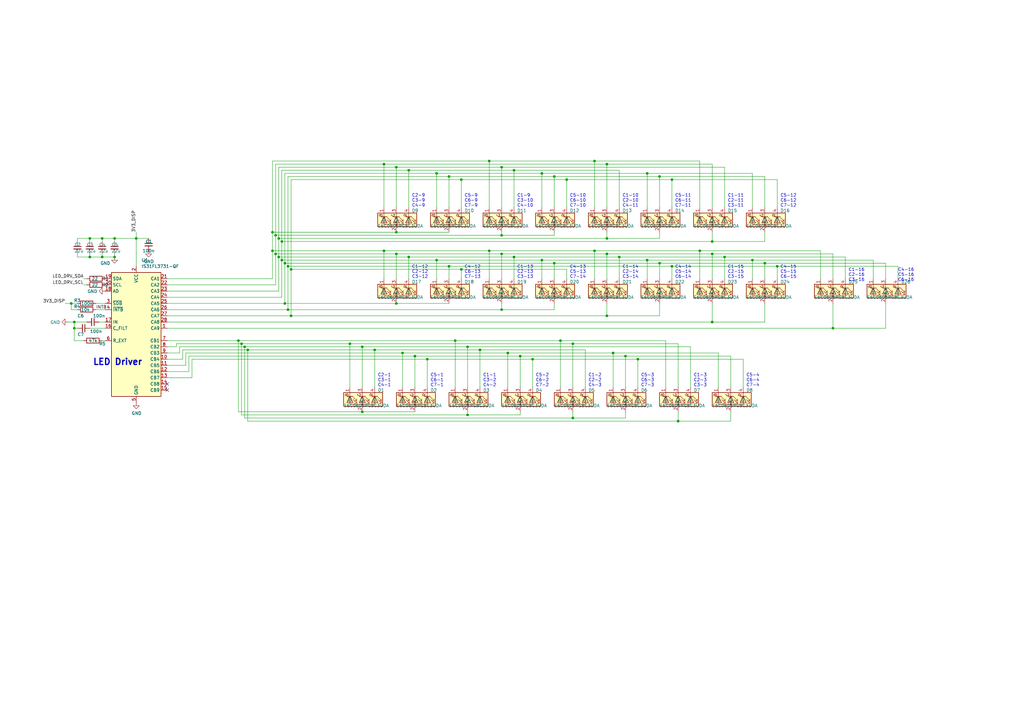
<source format=kicad_sch>
(kicad_sch
	(version 20250114)
	(generator "eeschema")
	(generator_version "9.0")
	(uuid "a66d8166-ee52-468a-a325-85b830a8c3fc")
	(paper "A3")
	(lib_symbols
		(symbol "Connector_Generic:Conn_01x02"
			(pin_names
				(offset 1.016)
				(hide yes)
			)
			(exclude_from_sim no)
			(in_bom yes)
			(on_board yes)
			(property "Reference" "J"
				(at 0 2.54 0)
				(effects
					(font
						(size 1.27 1.27)
					)
				)
			)
			(property "Value" "Conn_01x02"
				(at 0 -5.08 0)
				(effects
					(font
						(size 1.27 1.27)
					)
				)
			)
			(property "Footprint" ""
				(at 0 0 0)
				(effects
					(font
						(size 1.27 1.27)
					)
					(hide yes)
				)
			)
			(property "Datasheet" "~"
				(at 0 0 0)
				(effects
					(font
						(size 1.27 1.27)
					)
					(hide yes)
				)
			)
			(property "Description" "Generic connector, single row, 01x02, script generated (kicad-library-utils/schlib/autogen/connector/)"
				(at 0 0 0)
				(effects
					(font
						(size 1.27 1.27)
					)
					(hide yes)
				)
			)
			(property "ki_keywords" "connector"
				(at 0 0 0)
				(effects
					(font
						(size 1.27 1.27)
					)
					(hide yes)
				)
			)
			(property "ki_fp_filters" "Connector*:*_1x??_*"
				(at 0 0 0)
				(effects
					(font
						(size 1.27 1.27)
					)
					(hide yes)
				)
			)
			(symbol "Conn_01x02_1_1"
				(rectangle
					(start -1.27 1.27)
					(end 1.27 -3.81)
					(stroke
						(width 0.254)
						(type default)
					)
					(fill
						(type background)
					)
				)
				(rectangle
					(start -1.27 0.127)
					(end 0 -0.127)
					(stroke
						(width 0.1524)
						(type default)
					)
					(fill
						(type none)
					)
				)
				(rectangle
					(start -1.27 -2.413)
					(end 0 -2.667)
					(stroke
						(width 0.1524)
						(type default)
					)
					(fill
						(type none)
					)
				)
				(pin passive line
					(at -5.08 0 0)
					(length 3.81)
					(name "Pin_1"
						(effects
							(font
								(size 1.27 1.27)
							)
						)
					)
					(number "1"
						(effects
							(font
								(size 1.27 1.27)
							)
						)
					)
				)
				(pin passive line
					(at -5.08 -2.54 0)
					(length 3.81)
					(name "Pin_2"
						(effects
							(font
								(size 1.27 1.27)
							)
						)
					)
					(number "2"
						(effects
							(font
								(size 1.27 1.27)
							)
						)
					)
				)
			)
			(embedded_fonts no)
		)
		(symbol "Connector_Generic:Conn_01x03"
			(pin_names
				(offset 1.016)
				(hide yes)
			)
			(exclude_from_sim no)
			(in_bom yes)
			(on_board yes)
			(property "Reference" "J"
				(at 0 5.08 0)
				(effects
					(font
						(size 1.27 1.27)
					)
				)
			)
			(property "Value" "Conn_01x03"
				(at 0 -5.08 0)
				(effects
					(font
						(size 1.27 1.27)
					)
				)
			)
			(property "Footprint" ""
				(at 0 0 0)
				(effects
					(font
						(size 1.27 1.27)
					)
					(hide yes)
				)
			)
			(property "Datasheet" "~"
				(at 0 0 0)
				(effects
					(font
						(size 1.27 1.27)
					)
					(hide yes)
				)
			)
			(property "Description" "Generic connector, single row, 01x03, script generated (kicad-library-utils/schlib/autogen/connector/)"
				(at 0 0 0)
				(effects
					(font
						(size 1.27 1.27)
					)
					(hide yes)
				)
			)
			(property "ki_keywords" "connector"
				(at 0 0 0)
				(effects
					(font
						(size 1.27 1.27)
					)
					(hide yes)
				)
			)
			(property "ki_fp_filters" "Connector*:*_1x??_*"
				(at 0 0 0)
				(effects
					(font
						(size 1.27 1.27)
					)
					(hide yes)
				)
			)
			(symbol "Conn_01x03_1_1"
				(rectangle
					(start -1.27 3.81)
					(end 1.27 -3.81)
					(stroke
						(width 0.254)
						(type default)
					)
					(fill
						(type background)
					)
				)
				(rectangle
					(start -1.27 2.667)
					(end 0 2.413)
					(stroke
						(width 0.1524)
						(type default)
					)
					(fill
						(type none)
					)
				)
				(rectangle
					(start -1.27 0.127)
					(end 0 -0.127)
					(stroke
						(width 0.1524)
						(type default)
					)
					(fill
						(type none)
					)
				)
				(rectangle
					(start -1.27 -2.413)
					(end 0 -2.667)
					(stroke
						(width 0.1524)
						(type default)
					)
					(fill
						(type none)
					)
				)
				(pin passive line
					(at -5.08 2.54 0)
					(length 3.81)
					(name "Pin_1"
						(effects
							(font
								(size 1.27 1.27)
							)
						)
					)
					(number "1"
						(effects
							(font
								(size 1.27 1.27)
							)
						)
					)
				)
				(pin passive line
					(at -5.08 0 0)
					(length 3.81)
					(name "Pin_2"
						(effects
							(font
								(size 1.27 1.27)
							)
						)
					)
					(number "2"
						(effects
							(font
								(size 1.27 1.27)
							)
						)
					)
				)
				(pin passive line
					(at -5.08 -2.54 0)
					(length 3.81)
					(name "Pin_3"
						(effects
							(font
								(size 1.27 1.27)
							)
						)
					)
					(number "3"
						(effects
							(font
								(size 1.27 1.27)
							)
						)
					)
				)
			)
			(embedded_fonts no)
		)
		(symbol "Connector_Generic:Conn_01x04"
			(pin_names
				(offset 1.016)
				(hide yes)
			)
			(exclude_from_sim no)
			(in_bom yes)
			(on_board yes)
			(property "Reference" "J"
				(at 0 5.08 0)
				(effects
					(font
						(size 1.27 1.27)
					)
				)
			)
			(property "Value" "Conn_01x04"
				(at 0 -7.62 0)
				(effects
					(font
						(size 1.27 1.27)
					)
				)
			)
			(property "Footprint" ""
				(at 0 0 0)
				(effects
					(font
						(size 1.27 1.27)
					)
					(hide yes)
				)
			)
			(property "Datasheet" "~"
				(at 0 0 0)
				(effects
					(font
						(size 1.27 1.27)
					)
					(hide yes)
				)
			)
			(property "Description" "Generic connector, single row, 01x04, script generated (kicad-library-utils/schlib/autogen/connector/)"
				(at 0 0 0)
				(effects
					(font
						(size 1.27 1.27)
					)
					(hide yes)
				)
			)
			(property "ki_keywords" "connector"
				(at 0 0 0)
				(effects
					(font
						(size 1.27 1.27)
					)
					(hide yes)
				)
			)
			(property "ki_fp_filters" "Connector*:*_1x??_*"
				(at 0 0 0)
				(effects
					(font
						(size 1.27 1.27)
					)
					(hide yes)
				)
			)
			(symbol "Conn_01x04_1_1"
				(rectangle
					(start -1.27 3.81)
					(end 1.27 -6.35)
					(stroke
						(width 0.254)
						(type default)
					)
					(fill
						(type background)
					)
				)
				(rectangle
					(start -1.27 2.667)
					(end 0 2.413)
					(stroke
						(width 0.1524)
						(type default)
					)
					(fill
						(type none)
					)
				)
				(rectangle
					(start -1.27 0.127)
					(end 0 -0.127)
					(stroke
						(width 0.1524)
						(type default)
					)
					(fill
						(type none)
					)
				)
				(rectangle
					(start -1.27 -2.413)
					(end 0 -2.667)
					(stroke
						(width 0.1524)
						(type default)
					)
					(fill
						(type none)
					)
				)
				(rectangle
					(start -1.27 -4.953)
					(end 0 -5.207)
					(stroke
						(width 0.1524)
						(type default)
					)
					(fill
						(type none)
					)
				)
				(pin passive line
					(at -5.08 2.54 0)
					(length 3.81)
					(name "Pin_1"
						(effects
							(font
								(size 1.27 1.27)
							)
						)
					)
					(number "1"
						(effects
							(font
								(size 1.27 1.27)
							)
						)
					)
				)
				(pin passive line
					(at -5.08 0 0)
					(length 3.81)
					(name "Pin_2"
						(effects
							(font
								(size 1.27 1.27)
							)
						)
					)
					(number "2"
						(effects
							(font
								(size 1.27 1.27)
							)
						)
					)
				)
				(pin passive line
					(at -5.08 -2.54 0)
					(length 3.81)
					(name "Pin_3"
						(effects
							(font
								(size 1.27 1.27)
							)
						)
					)
					(number "3"
						(effects
							(font
								(size 1.27 1.27)
							)
						)
					)
				)
				(pin passive line
					(at -5.08 -5.08 0)
					(length 3.81)
					(name "Pin_4"
						(effects
							(font
								(size 1.27 1.27)
							)
						)
					)
					(number "4"
						(effects
							(font
								(size 1.27 1.27)
							)
						)
					)
				)
			)
			(embedded_fonts no)
		)
		(symbol "Device:C_Small"
			(pin_numbers
				(hide yes)
			)
			(pin_names
				(offset 0.254)
				(hide yes)
			)
			(exclude_from_sim no)
			(in_bom yes)
			(on_board yes)
			(property "Reference" "C"
				(at 0.254 1.778 0)
				(effects
					(font
						(size 1.27 1.27)
					)
					(justify left)
				)
			)
			(property "Value" "C_Small"
				(at 0.254 -2.032 0)
				(effects
					(font
						(size 1.27 1.27)
					)
					(justify left)
				)
			)
			(property "Footprint" ""
				(at 0 0 0)
				(effects
					(font
						(size 1.27 1.27)
					)
					(hide yes)
				)
			)
			(property "Datasheet" "~"
				(at 0 0 0)
				(effects
					(font
						(size 1.27 1.27)
					)
					(hide yes)
				)
			)
			(property "Description" "Unpolarized capacitor, small symbol"
				(at 0 0 0)
				(effects
					(font
						(size 1.27 1.27)
					)
					(hide yes)
				)
			)
			(property "ki_keywords" "capacitor cap"
				(at 0 0 0)
				(effects
					(font
						(size 1.27 1.27)
					)
					(hide yes)
				)
			)
			(property "ki_fp_filters" "C_*"
				(at 0 0 0)
				(effects
					(font
						(size 1.27 1.27)
					)
					(hide yes)
				)
			)
			(symbol "C_Small_0_1"
				(polyline
					(pts
						(xy -1.524 0.508) (xy 1.524 0.508)
					)
					(stroke
						(width 0.3048)
						(type default)
					)
					(fill
						(type none)
					)
				)
				(polyline
					(pts
						(xy -1.524 -0.508) (xy 1.524 -0.508)
					)
					(stroke
						(width 0.3302)
						(type default)
					)
					(fill
						(type none)
					)
				)
			)
			(symbol "C_Small_1_1"
				(pin passive line
					(at 0 2.54 270)
					(length 2.032)
					(name "~"
						(effects
							(font
								(size 1.27 1.27)
							)
						)
					)
					(number "1"
						(effects
							(font
								(size 1.27 1.27)
							)
						)
					)
				)
				(pin passive line
					(at 0 -2.54 90)
					(length 2.032)
					(name "~"
						(effects
							(font
								(size 1.27 1.27)
							)
						)
					)
					(number "2"
						(effects
							(font
								(size 1.27 1.27)
							)
						)
					)
				)
			)
			(embedded_fonts no)
		)
		(symbol "Device:R"
			(pin_numbers
				(hide yes)
			)
			(pin_names
				(offset 0)
			)
			(exclude_from_sim no)
			(in_bom yes)
			(on_board yes)
			(property "Reference" "R"
				(at 2.032 0 90)
				(effects
					(font
						(size 1.27 1.27)
					)
				)
			)
			(property "Value" "R"
				(at 0 0 90)
				(effects
					(font
						(size 1.27 1.27)
					)
				)
			)
			(property "Footprint" ""
				(at -1.778 0 90)
				(effects
					(font
						(size 1.27 1.27)
					)
					(hide yes)
				)
			)
			(property "Datasheet" "~"
				(at 0 0 0)
				(effects
					(font
						(size 1.27 1.27)
					)
					(hide yes)
				)
			)
			(property "Description" "Resistor"
				(at 0 0 0)
				(effects
					(font
						(size 1.27 1.27)
					)
					(hide yes)
				)
			)
			(property "ki_keywords" "R res resistor"
				(at 0 0 0)
				(effects
					(font
						(size 1.27 1.27)
					)
					(hide yes)
				)
			)
			(property "ki_fp_filters" "R_*"
				(at 0 0 0)
				(effects
					(font
						(size 1.27 1.27)
					)
					(hide yes)
				)
			)
			(symbol "R_0_1"
				(rectangle
					(start -1.016 -2.54)
					(end 1.016 2.54)
					(stroke
						(width 0.254)
						(type default)
					)
					(fill
						(type none)
					)
				)
			)
			(symbol "R_1_1"
				(pin passive line
					(at 0 3.81 270)
					(length 1.27)
					(name "~"
						(effects
							(font
								(size 1.27 1.27)
							)
						)
					)
					(number "1"
						(effects
							(font
								(size 1.27 1.27)
							)
						)
					)
				)
				(pin passive line
					(at 0 -3.81 90)
					(length 1.27)
					(name "~"
						(effects
							(font
								(size 1.27 1.27)
							)
						)
					)
					(number "2"
						(effects
							(font
								(size 1.27 1.27)
							)
						)
					)
				)
			)
			(embedded_fonts no)
		)
		(symbol "Driver_LED:IS31FL3731-QF"
			(exclude_from_sim no)
			(in_bom yes)
			(on_board yes)
			(property "Reference" "U"
				(at -10.16 26.035 0)
				(effects
					(font
						(size 1.27 1.27)
					)
					(justify left bottom)
				)
			)
			(property "Value" "IS31FL3731-QF"
				(at 2.54 -26.035 0)
				(effects
					(font
						(size 1.27 1.27)
					)
					(justify left top)
				)
			)
			(property "Footprint" "Package_DFN_QFN:QFN-28-1EP_4x4mm_P0.4mm_EP2.3x2.3mm"
				(at 0 0 0)
				(effects
					(font
						(size 1.27 1.27)
					)
					(hide yes)
				)
			)
			(property "Datasheet" "http://www.issi.com/WW/pdf/31FL3731.pdf"
				(at 0 0 0)
				(effects
					(font
						(size 1.27 1.27)
					)
					(hide yes)
				)
			)
			(property "Description" "9x16 LED matrix driver with 8-bit PWM and breathing, QFN-28"
				(at 0 0 0)
				(effects
					(font
						(size 1.27 1.27)
					)
					(hide yes)
				)
			)
			(property "ki_keywords" "led matrix pwm"
				(at 0 0 0)
				(effects
					(font
						(size 1.27 1.27)
					)
					(hide yes)
				)
			)
			(property "ki_fp_filters" "QFN*1EP*4x4mm*P0.4mm*"
				(at 0 0 0)
				(effects
					(font
						(size 1.27 1.27)
					)
					(hide yes)
				)
			)
			(symbol "IS31FL3731-QF_0_1"
				(rectangle
					(start -10.16 25.4)
					(end 10.16 -25.4)
					(stroke
						(width 0.254)
						(type default)
					)
					(fill
						(type background)
					)
				)
			)
			(symbol "IS31FL3731-QF_1_1"
				(pin bidirectional line
					(at -12.7 22.86 0)
					(length 2.54)
					(name "SDA"
						(effects
							(font
								(size 1.27 1.27)
							)
						)
					)
					(number "19"
						(effects
							(font
								(size 1.27 1.27)
							)
						)
					)
				)
				(pin input line
					(at -12.7 20.32 0)
					(length 2.54)
					(name "SCL"
						(effects
							(font
								(size 1.27 1.27)
							)
						)
					)
					(number "20"
						(effects
							(font
								(size 1.27 1.27)
							)
						)
					)
				)
				(pin input line
					(at -12.7 17.78 0)
					(length 2.54)
					(name "AD"
						(effects
							(font
								(size 1.27 1.27)
							)
						)
					)
					(number "18"
						(effects
							(font
								(size 1.27 1.27)
							)
						)
					)
				)
				(pin input line
					(at -12.7 12.7 0)
					(length 2.54)
					(name "~{SDB}"
						(effects
							(font
								(size 1.27 1.27)
							)
						)
					)
					(number "3"
						(effects
							(font
								(size 1.27 1.27)
							)
						)
					)
				)
				(pin open_collector line
					(at -12.7 10.16 0)
					(length 2.54)
					(name "~{INTB}"
						(effects
							(font
								(size 1.27 1.27)
							)
						)
					)
					(number "4"
						(effects
							(font
								(size 1.27 1.27)
							)
						)
					)
				)
				(pin input line
					(at -12.7 5.08 0)
					(length 2.54)
					(name "IN"
						(effects
							(font
								(size 1.27 1.27)
							)
						)
					)
					(number "17"
						(effects
							(font
								(size 1.27 1.27)
							)
						)
					)
				)
				(pin passive line
					(at -12.7 2.54 0)
					(length 2.54)
					(name "C_FILT"
						(effects
							(font
								(size 1.27 1.27)
							)
						)
					)
					(number "16"
						(effects
							(font
								(size 1.27 1.27)
							)
						)
					)
				)
				(pin passive line
					(at -12.7 -2.54 0)
					(length 2.54)
					(name "R_EXT"
						(effects
							(font
								(size 1.27 1.27)
							)
						)
					)
					(number "6"
						(effects
							(font
								(size 1.27 1.27)
							)
						)
					)
				)
				(pin power_in line
					(at 0 27.94 270)
					(length 2.54)
					(name "VCC"
						(effects
							(font
								(size 1.27 1.27)
							)
						)
					)
					(number "2"
						(effects
							(font
								(size 1.27 1.27)
							)
						)
					)
				)
				(pin passive line
					(at 0 -27.94 90)
					(length 2.54)
					(hide yes)
					(name "GND"
						(effects
							(font
								(size 1.27 1.27)
							)
						)
					)
					(number "29"
						(effects
							(font
								(size 1.27 1.27)
							)
						)
					)
				)
				(pin power_in line
					(at 0 -27.94 90)
					(length 2.54)
					(name "GND"
						(effects
							(font
								(size 1.27 1.27)
							)
						)
					)
					(number "5"
						(effects
							(font
								(size 1.27 1.27)
							)
						)
					)
				)
				(pin bidirectional line
					(at 12.7 22.86 180)
					(length 2.54)
					(name "CA1"
						(effects
							(font
								(size 1.27 1.27)
							)
						)
					)
					(number "21"
						(effects
							(font
								(size 1.27 1.27)
							)
						)
					)
				)
				(pin bidirectional line
					(at 12.7 20.32 180)
					(length 2.54)
					(name "CA2"
						(effects
							(font
								(size 1.27 1.27)
							)
						)
					)
					(number "22"
						(effects
							(font
								(size 1.27 1.27)
							)
						)
					)
				)
				(pin bidirectional line
					(at 12.7 17.78 180)
					(length 2.54)
					(name "CA3"
						(effects
							(font
								(size 1.27 1.27)
							)
						)
					)
					(number "23"
						(effects
							(font
								(size 1.27 1.27)
							)
						)
					)
				)
				(pin bidirectional line
					(at 12.7 15.24 180)
					(length 2.54)
					(name "CA4"
						(effects
							(font
								(size 1.27 1.27)
							)
						)
					)
					(number "24"
						(effects
							(font
								(size 1.27 1.27)
							)
						)
					)
				)
				(pin bidirectional line
					(at 12.7 12.7 180)
					(length 2.54)
					(name "CA5"
						(effects
							(font
								(size 1.27 1.27)
							)
						)
					)
					(number "25"
						(effects
							(font
								(size 1.27 1.27)
							)
						)
					)
				)
				(pin bidirectional line
					(at 12.7 10.16 180)
					(length 2.54)
					(name "CA6"
						(effects
							(font
								(size 1.27 1.27)
							)
						)
					)
					(number "26"
						(effects
							(font
								(size 1.27 1.27)
							)
						)
					)
				)
				(pin bidirectional line
					(at 12.7 7.62 180)
					(length 2.54)
					(name "CA7"
						(effects
							(font
								(size 1.27 1.27)
							)
						)
					)
					(number "27"
						(effects
							(font
								(size 1.27 1.27)
							)
						)
					)
				)
				(pin bidirectional line
					(at 12.7 5.08 180)
					(length 2.54)
					(name "CA8"
						(effects
							(font
								(size 1.27 1.27)
							)
						)
					)
					(number "28"
						(effects
							(font
								(size 1.27 1.27)
							)
						)
					)
				)
				(pin bidirectional line
					(at 12.7 2.54 180)
					(length 2.54)
					(name "CA9"
						(effects
							(font
								(size 1.27 1.27)
							)
						)
					)
					(number "1"
						(effects
							(font
								(size 1.27 1.27)
							)
						)
					)
				)
				(pin bidirectional line
					(at 12.7 -2.54 180)
					(length 2.54)
					(name "CB1"
						(effects
							(font
								(size 1.27 1.27)
							)
						)
					)
					(number "7"
						(effects
							(font
								(size 1.27 1.27)
							)
						)
					)
				)
				(pin bidirectional line
					(at 12.7 -5.08 180)
					(length 2.54)
					(name "CB2"
						(effects
							(font
								(size 1.27 1.27)
							)
						)
					)
					(number "8"
						(effects
							(font
								(size 1.27 1.27)
							)
						)
					)
				)
				(pin bidirectional line
					(at 12.7 -7.62 180)
					(length 2.54)
					(name "CB3"
						(effects
							(font
								(size 1.27 1.27)
							)
						)
					)
					(number "9"
						(effects
							(font
								(size 1.27 1.27)
							)
						)
					)
				)
				(pin bidirectional line
					(at 12.7 -10.16 180)
					(length 2.54)
					(name "CB4"
						(effects
							(font
								(size 1.27 1.27)
							)
						)
					)
					(number "10"
						(effects
							(font
								(size 1.27 1.27)
							)
						)
					)
				)
				(pin bidirectional line
					(at 12.7 -12.7 180)
					(length 2.54)
					(name "CB5"
						(effects
							(font
								(size 1.27 1.27)
							)
						)
					)
					(number "11"
						(effects
							(font
								(size 1.27 1.27)
							)
						)
					)
				)
				(pin bidirectional line
					(at 12.7 -15.24 180)
					(length 2.54)
					(name "CB6"
						(effects
							(font
								(size 1.27 1.27)
							)
						)
					)
					(number "12"
						(effects
							(font
								(size 1.27 1.27)
							)
						)
					)
				)
				(pin bidirectional line
					(at 12.7 -17.78 180)
					(length 2.54)
					(name "CB7"
						(effects
							(font
								(size 1.27 1.27)
							)
						)
					)
					(number "13"
						(effects
							(font
								(size 1.27 1.27)
							)
						)
					)
				)
				(pin bidirectional line
					(at 12.7 -20.32 180)
					(length 2.54)
					(name "CB8"
						(effects
							(font
								(size 1.27 1.27)
							)
						)
					)
					(number "14"
						(effects
							(font
								(size 1.27 1.27)
							)
						)
					)
				)
				(pin bidirectional line
					(at 12.7 -22.86 180)
					(length 2.54)
					(name "CB9"
						(effects
							(font
								(size 1.27 1.27)
							)
						)
					)
					(number "15"
						(effects
							(font
								(size 1.27 1.27)
							)
						)
					)
				)
			)
			(embedded_fonts no)
		)
		(symbol "LED_E6C0606RGBC3UDA:E6C0606RGBC3UDA"
			(pin_names
				(offset 1.016)
			)
			(exclude_from_sim no)
			(in_bom yes)
			(on_board yes)
			(property "Reference" "D"
				(at 0 10.16 0)
				(effects
					(font
						(size 1.27 1.27)
					)
				)
			)
			(property "Value" "E6C0606RGBC3UDA"
				(at 0 -10.16 0)
				(effects
					(font
						(size 1.27 1.27)
					)
				)
			)
			(property "Footprint" ""
				(at 0 0 0)
				(effects
					(font
						(size 1.27 1.27)
					)
					(hide yes)
				)
			)
			(property "Datasheet" ""
				(at 0 0 0)
				(effects
					(font
						(size 1.27 1.27)
					)
					(hide yes)
				)
			)
			(property "Description" ""
				(at 0 0 0)
				(effects
					(font
						(size 1.27 1.27)
					)
					(hide yes)
				)
			)
			(symbol "E6C0606RGBC3UDA_1_1"
				(polyline
					(pts
						(xy -2.54 -5.08) (xy 1.27 -5.08)
					)
					(stroke
						(width 0)
						(type solid)
					)
					(fill
						(type none)
					)
				)
				(polyline
					(pts
						(xy -1.27 6.35) (xy -1.27 3.81)
					)
					(stroke
						(width 0.2032)
						(type solid)
					)
					(fill
						(type none)
					)
				)
				(polyline
					(pts
						(xy -1.27 1.27) (xy -1.27 -1.27)
					)
					(stroke
						(width 0.2032)
						(type solid)
					)
					(fill
						(type none)
					)
				)
				(polyline
					(pts
						(xy -1.27 -3.81) (xy -1.27 -6.35)
					)
					(stroke
						(width 0.2032)
						(type solid)
					)
					(fill
						(type none)
					)
				)
				(polyline
					(pts
						(xy -1.016 6.35) (xy 0.508 7.874) (xy -0.254 7.874) (xy 0.508 7.874) (xy 0.508 7.112)
					)
					(stroke
						(width 0)
						(type solid)
					)
					(fill
						(type none)
					)
				)
				(polyline
					(pts
						(xy -1.016 1.27) (xy 0.508 2.794) (xy -0.254 2.794) (xy 0.508 2.794) (xy 0.508 2.032)
					)
					(stroke
						(width 0)
						(type solid)
					)
					(fill
						(type none)
					)
				)
				(polyline
					(pts
						(xy -1.016 -3.81) (xy 0.508 -2.286) (xy -0.254 -2.286) (xy 0.508 -2.286) (xy 0.508 -3.048)
					)
					(stroke
						(width 0)
						(type solid)
					)
					(fill
						(type none)
					)
				)
				(polyline
					(pts
						(xy 0 6.35) (xy 1.524 7.874) (xy 0.762 7.874) (xy 1.524 7.874) (xy 1.524 7.112)
					)
					(stroke
						(width 0)
						(type solid)
					)
					(fill
						(type none)
					)
				)
				(polyline
					(pts
						(xy 0 1.27) (xy 1.524 2.794) (xy 0.762 2.794) (xy 1.524 2.794) (xy 1.524 2.032)
					)
					(stroke
						(width 0)
						(type solid)
					)
					(fill
						(type none)
					)
				)
				(polyline
					(pts
						(xy 0 -3.81) (xy 1.524 -2.286) (xy 0.762 -2.286) (xy 1.524 -2.286) (xy 1.524 -3.048)
					)
					(stroke
						(width 0)
						(type solid)
					)
					(fill
						(type none)
					)
				)
				(polyline
					(pts
						(xy 1.27 6.35) (xy 1.27 3.81) (xy -1.27 5.08) (xy 1.27 6.35)
					)
					(stroke
						(width 0.2032)
						(type solid)
					)
					(fill
						(type none)
					)
				)
				(rectangle
					(start 1.27 6.35)
					(end 1.27 6.35)
					(stroke
						(width 0)
						(type solid)
					)
					(fill
						(type none)
					)
				)
				(polyline
					(pts
						(xy 1.27 5.08) (xy -2.54 5.08)
					)
					(stroke
						(width 0)
						(type solid)
					)
					(fill
						(type none)
					)
				)
				(polyline
					(pts
						(xy 1.27 1.27) (xy 1.27 -1.27) (xy -1.27 0) (xy 1.27 1.27)
					)
					(stroke
						(width 0.2032)
						(type solid)
					)
					(fill
						(type none)
					)
				)
				(polyline
					(pts
						(xy 1.27 -3.81) (xy 1.27 -6.35) (xy -1.27 -5.08) (xy 1.27 -3.81)
					)
					(stroke
						(width 0.2032)
						(type solid)
					)
					(fill
						(type none)
					)
				)
				(polyline
					(pts
						(xy 1.27 -5.08) (xy 2.032 -5.08) (xy 2.032 5.08) (xy 1.27 5.08)
					)
					(stroke
						(width 0)
						(type solid)
					)
					(fill
						(type none)
					)
				)
				(circle
					(center 2.032 0)
					(radius 0.254)
					(stroke
						(width 0)
						(type solid)
					)
					(fill
						(type outline)
					)
				)
				(polyline
					(pts
						(xy 2.54 0) (xy -2.54 0)
					)
					(stroke
						(width 0)
						(type solid)
					)
					(fill
						(type none)
					)
				)
				(rectangle
					(start 2.794 8.382)
					(end -2.794 -7.62)
					(stroke
						(width 0.254)
						(type solid)
					)
					(fill
						(type background)
					)
				)
				(text "R"
					(at -1.905 3.81 0)
					(effects
						(font
							(size 1.27 1.27)
						)
					)
				)
				(text "G"
					(at -1.905 -1.27 0)
					(effects
						(font
							(size 1.27 1.27)
						)
					)
				)
				(text "B"
					(at -1.905 -6.35 0)
					(effects
						(font
							(size 1.27 1.27)
						)
					)
				)
				(pin passive line
					(at -5.08 5.08 0)
					(length 2.54)
					(name "RK"
						(effects
							(font
								(size 1.27 1.27)
							)
						)
					)
					(number "4"
						(effects
							(font
								(size 1.27 1.27)
							)
						)
					)
				)
				(pin passive line
					(at -5.08 0 0)
					(length 2.54)
					(name "GK"
						(effects
							(font
								(size 1.27 1.27)
							)
						)
					)
					(number "3"
						(effects
							(font
								(size 1.27 1.27)
							)
						)
					)
				)
				(pin passive line
					(at -5.08 -5.08 0)
					(length 2.54)
					(name "BK"
						(effects
							(font
								(size 1.27 1.27)
							)
						)
					)
					(number "1"
						(effects
							(font
								(size 1.27 1.27)
							)
						)
					)
				)
				(pin passive line
					(at 5.08 0 180)
					(length 2.54)
					(name "A"
						(effects
							(font
								(size 1.27 1.27)
							)
						)
					)
					(number "2"
						(effects
							(font
								(size 1.27 1.27)
							)
						)
					)
				)
			)
			(embedded_fonts no)
		)
		(symbol "power:GND"
			(power)
			(pin_numbers
				(hide yes)
			)
			(pin_names
				(offset 0)
				(hide yes)
			)
			(exclude_from_sim no)
			(in_bom yes)
			(on_board yes)
			(property "Reference" "#PWR"
				(at 0 -6.35 0)
				(effects
					(font
						(size 1.27 1.27)
					)
					(hide yes)
				)
			)
			(property "Value" "GND"
				(at 0 -3.81 0)
				(effects
					(font
						(size 1.27 1.27)
					)
				)
			)
			(property "Footprint" ""
				(at 0 0 0)
				(effects
					(font
						(size 1.27 1.27)
					)
					(hide yes)
				)
			)
			(property "Datasheet" ""
				(at 0 0 0)
				(effects
					(font
						(size 1.27 1.27)
					)
					(hide yes)
				)
			)
			(property "Description" "Power symbol creates a global label with name \"GND\" , ground"
				(at 0 0 0)
				(effects
					(font
						(size 1.27 1.27)
					)
					(hide yes)
				)
			)
			(property "ki_keywords" "global power"
				(at 0 0 0)
				(effects
					(font
						(size 1.27 1.27)
					)
					(hide yes)
				)
			)
			(symbol "GND_0_1"
				(polyline
					(pts
						(xy 0 0) (xy 0 -1.27) (xy 1.27 -1.27) (xy 0 -2.54) (xy -1.27 -1.27) (xy 0 -1.27)
					)
					(stroke
						(width 0)
						(type default)
					)
					(fill
						(type none)
					)
				)
			)
			(symbol "GND_1_1"
				(pin power_in line
					(at 0 0 270)
					(length 0)
					(name "~"
						(effects
							(font
								(size 1.27 1.27)
							)
						)
					)
					(number "1"
						(effects
							(font
								(size 1.27 1.27)
							)
						)
					)
				)
			)
			(embedded_fonts no)
		)
		(symbol "power:PWR_FLAG"
			(power)
			(pin_numbers
				(hide yes)
			)
			(pin_names
				(offset 0)
				(hide yes)
			)
			(exclude_from_sim no)
			(in_bom yes)
			(on_board yes)
			(property "Reference" "#FLG"
				(at 0 1.905 0)
				(effects
					(font
						(size 1.27 1.27)
					)
					(hide yes)
				)
			)
			(property "Value" "PWR_FLAG"
				(at 0 3.81 0)
				(effects
					(font
						(size 1.27 1.27)
					)
				)
			)
			(property "Footprint" ""
				(at 0 0 0)
				(effects
					(font
						(size 1.27 1.27)
					)
					(hide yes)
				)
			)
			(property "Datasheet" "~"
				(at 0 0 0)
				(effects
					(font
						(size 1.27 1.27)
					)
					(hide yes)
				)
			)
			(property "Description" "Special symbol for telling ERC where power comes from"
				(at 0 0 0)
				(effects
					(font
						(size 1.27 1.27)
					)
					(hide yes)
				)
			)
			(property "ki_keywords" "flag power"
				(at 0 0 0)
				(effects
					(font
						(size 1.27 1.27)
					)
					(hide yes)
				)
			)
			(symbol "PWR_FLAG_0_0"
				(pin power_out line
					(at 0 0 90)
					(length 0)
					(name "~"
						(effects
							(font
								(size 1.27 1.27)
							)
						)
					)
					(number "1"
						(effects
							(font
								(size 1.27 1.27)
							)
						)
					)
				)
			)
			(symbol "PWR_FLAG_0_1"
				(polyline
					(pts
						(xy 0 0) (xy 0 1.27) (xy -1.016 1.905) (xy 0 2.54) (xy 1.016 1.905) (xy 0 1.27)
					)
					(stroke
						(width 0)
						(type default)
					)
					(fill
						(type none)
					)
				)
			)
			(embedded_fonts no)
		)
	)
	(rectangle
		(start 452.12 220.98)
		(end 497.84 309.88)
		(stroke
			(width 0)
			(type default)
		)
		(fill
			(type none)
		)
		(uuid 197c86b1-0b4d-421f-9fb5-d7fbdbcab387)
	)
	(text "C5-1\nC6-1\nC7-1"
		(exclude_from_sim no)
		(at 176.53 158.75 0)
		(effects
			(font
				(size 1.27 1.27)
			)
			(justify left bottom)
		)
		(uuid "029d0b0a-1346-46ad-9c7c-898bf1c3ea0d")
	)
	(text "C2-1\nC3-1\nC4-1"
		(exclude_from_sim no)
		(at 154.94 158.75 0)
		(effects
			(font
				(size 1.27 1.27)
			)
			(justify left bottom)
		)
		(uuid "0f16c057-eda0-4a20-8d1b-51013a16cae5")
	)
	(text "C1-12\nC2-12\nC3-12"
		(exclude_from_sim no)
		(at 168.91 114.3 0)
		(effects
			(font
				(size 1.27 1.27)
			)
			(justify left bottom)
		)
		(uuid "1a0a84b4-22cd-4c98-af7f-a1e4d709ba94")
	)
	(text "C1-15\nC2-15\nC3-15"
		(exclude_from_sim no)
		(at 298.45 114.3 0)
		(effects
			(font
				(size 1.27 1.27)
			)
			(justify left bottom)
		)
		(uuid "1ccd3c66-0445-42c4-abca-f2189f3e7606")
	)
	(text "C2-9\nC3-9\nC4-9"
		(exclude_from_sim no)
		(at 168.91 85.09 0)
		(effects
			(font
				(size 1.27 1.27)
			)
			(justify left bottom)
		)
		(uuid "281ef7a3-f6c8-4b31-8841-a32752ab47dd")
	)
	(text "C1-13\nC2-13\nC3-13"
		(exclude_from_sim no)
		(at 212.09 114.3 0)
		(effects
			(font
				(size 1.27 1.27)
			)
			(justify left bottom)
		)
		(uuid "29e17133-617f-4394-bff6-4cab9e71f95e")
	)
	(text "C1-3\nC2-3\nC3-3"
		(exclude_from_sim no)
		(at 284.48 158.75 0)
		(effects
			(font
				(size 1.27 1.27)
			)
			(justify left bottom)
		)
		(uuid "3c9deb29-c4d2-49a0-906e-99fb3fdafc6d")
	)
	(text "C1-14\nC2-14\nC3-14"
		(exclude_from_sim no)
		(at 255.27 114.3 0)
		(effects
			(font
				(size 1.27 1.27)
			)
			(justify left bottom)
		)
		(uuid "456a2e87-8484-4b4c-910d-70d8b28363e2")
	)
	(text "C4-13\nC5-13\nC7-14"
		(exclude_from_sim no)
		(at 233.68 114.3 0)
		(effects
			(font
				(size 1.27 1.27)
			)
			(justify left bottom)
		)
		(uuid "4965b8c4-c438-4ae2-9cc0-17789f99f221")
	)
	(text "LED Driver"
		(exclude_from_sim no)
		(at 48.26 148.59 0)
		(effects
			(font
				(size 2.54 2.54)
				(thickness 0.508)
				(bold yes)
			)
		)
		(uuid "4fccb2b6-64e6-4d34-b166-36524392829a")
	)
	(text "Display Connector"
		(exclude_from_sim no)
		(at 473.71 224.79 0)
		(effects
			(font
				(size 2.54 2.54)
				(thickness 0.508)
				(bold yes)
			)
		)
		(uuid "6e14a29f-0b00-4cab-af01-cba350bb3dae")
	)
	(text "C1-11\nC2-11\nC3-11"
		(exclude_from_sim no)
		(at 298.45 85.09 0)
		(effects
			(font
				(size 1.27 1.27)
			)
			(justify left bottom)
		)
		(uuid "6ef6bea9-9c47-45c6-889c-c09dd0fa5d1b")
	)
	(text "C4-12\nC6-13\nC7-13"
		(exclude_from_sim no)
		(at 190.5 114.3 0)
		(effects
			(font
				(size 1.27 1.27)
			)
			(justify left bottom)
		)
		(uuid "73113be6-a46a-478a-bbca-0c72310429dd")
	)
	(text "C1-10\nC2-10\nC4-11"
		(exclude_from_sim no)
		(at 255.27 85.09 0)
		(effects
			(font
				(size 1.27 1.27)
			)
			(justify left bottom)
		)
		(uuid "8065e4f4-b43a-409b-bcd4-8aa2413d472a")
	)
	(text "C5-9\nC6-9\nC7-9"
		(exclude_from_sim no)
		(at 190.5 85.09 0)
		(effects
			(font
				(size 1.27 1.27)
			)
			(justify left bottom)
		)
		(uuid "8ef31d23-4706-4d93-928a-c6a780761ef0")
	)
	(text "C4-15\nC5-15\nC6-15"
		(exclude_from_sim no)
		(at 320.04 114.3 0)
		(effects
			(font
				(size 1.27 1.27)
			)
			(justify left bottom)
		)
		(uuid "90f0edb2-5bfc-4d1f-88ba-440e4b10bf81")
	)
	(text "C5-12\nC6-12\nC7-12"
		(exclude_from_sim no)
		(at 320.04 85.09 0)
		(effects
			(font
				(size 1.27 1.27)
			)
			(justify left bottom)
		)
		(uuid "975da947-c70d-4770-b563-51b648ffc013")
	)
	(text "C5-10\nC6-10\nC7-10"
		(exclude_from_sim no)
		(at 233.68 85.09 0)
		(effects
			(font
				(size 1.27 1.27)
			)
			(justify left bottom)
		)
		(uuid "bd522ea8-4c53-45d6-9565-97ade112bcba")
	)
	(text "C5-4\nC6-4\nC7-4"
		(exclude_from_sim no)
		(at 306.07 158.75 0)
		(effects
			(font
				(size 1.27 1.27)
			)
			(justify left bottom)
		)
		(uuid "d29e6448-14a0-4450-915c-935b2d1e8184")
	)
	(text "C4-16\nC5-16\nC6-16"
		(exclude_from_sim no)
		(at 368.3 115.57 0)
		(effects
			(font
				(size 1.27 1.27)
			)
			(justify left bottom)
		)
		(uuid "d596216f-14b6-457a-a219-d106e1d6a0fe")
	)
	(text "C1-2\nC2-2\nC4-3"
		(exclude_from_sim no)
		(at 241.3 158.75 0)
		(effects
			(font
				(size 1.27 1.27)
			)
			(justify left bottom)
		)
		(uuid "d61b42c3-ccde-4c47-b452-c83156d3ddb9")
	)
	(text "C1-9\nC3-10\nC4-10"
		(exclude_from_sim no)
		(at 212.09 85.09 0)
		(effects
			(font
				(size 1.27 1.27)
			)
			(justify left bottom)
		)
		(uuid "dc9d5fa7-2a56-4566-b41e-3fe56a9f3f03")
	)
	(text "C4-14\nC5-14\nC6-14"
		(exclude_from_sim no)
		(at 276.86 114.3 0)
		(effects
			(font
				(size 1.27 1.27)
			)
			(justify left bottom)
		)
		(uuid "de7d6620-38f7-4597-a278-0e7764f7dc7a")
	)
	(text "C5-11\nC6-11\nC7-11"
		(exclude_from_sim no)
		(at 276.86 85.09 0)
		(effects
			(font
				(size 1.27 1.27)
			)
			(justify left bottom)
		)
		(uuid "df9185e2-3e16-4253-af95-3648369cb975")
	)
	(text "C1-16\nC2-16\nC3-16"
		(exclude_from_sim no)
		(at 347.98 115.57 0)
		(effects
			(font
				(size 1.27 1.27)
			)
			(justify left bottom)
		)
		(uuid "efd0cbf2-1252-49a2-b4c6-228938197059")
	)
	(text "C5-2\nC6-2\nC7-2"
		(exclude_from_sim no)
		(at 219.71 158.75 0)
		(effects
			(font
				(size 1.27 1.27)
			)
			(justify left bottom)
		)
		(uuid "f2a0b969-623d-466c-98f3-644463925bd9")
	)
	(text "C5-3\nC6-3\nC7-3"
		(exclude_from_sim no)
		(at 262.89 158.75 0)
		(effects
			(font
				(size 1.27 1.27)
			)
			(justify left bottom)
		)
		(uuid "f6be1ebf-773a-467c-8fc5-6bf006bb79f7")
	)
	(text "C1-1\nC3-2\nC4-2"
		(exclude_from_sim no)
		(at 198.12 158.75 0)
		(effects
			(font
				(size 1.27 1.27)
			)
			(justify left bottom)
		)
		(uuid "ffd409c8-2530-4d91-9019-3ec9a0136f4d")
	)
	(junction
		(at 162.56 124.46)
		(diameter 0)
		(color 0 0 0 0)
		(uuid "054dc08e-5802-4bac-bb18-87a46708b60a")
	)
	(junction
		(at 297.18 105.41)
		(diameter 0)
		(color 0 0 0 0)
		(uuid "0b6e89e1-5c78-41f7-85a2-460477cc8cba")
	)
	(junction
		(at 167.64 69.85)
		(diameter 0)
		(color 0 0 0 0)
		(uuid "1208c244-afce-4988-947e-9900481bd600")
	)
	(junction
		(at 116.84 124.46)
		(diameter 0)
		(color 0 0 0 0)
		(uuid "15b9120d-6ab1-4c5d-938f-673247e36e92")
	)
	(junction
		(at 275.59 73.66)
		(diameter 0)
		(color 0 0 0 0)
		(uuid "168ed99f-5c87-498c-b3d8-cb44776f013a")
	)
	(junction
		(at 205.74 127)
		(diameter 0)
		(color 0 0 0 0)
		(uuid "19481d46-3494-444e-8c7b-8cd2d20c93f8")
	)
	(junction
		(at 36.83 105.41)
		(diameter 0)
		(color 0 0 0 0)
		(uuid "1cbfe6ff-d2d3-40e4-8b70-23846de68ddb")
	)
	(junction
		(at 318.77 109.22)
		(diameter 0)
		(color 0 0 0 0)
		(uuid "1d23199d-1da6-46cf-a46d-e38093aa1c97")
	)
	(junction
		(at 232.41 73.66)
		(diameter 0)
		(color 0 0 0 0)
		(uuid "200a2120-e5ca-4ffc-86f4-ef9455b27ef6")
	)
	(junction
		(at 119.38 129.54)
		(diameter 0)
		(color 0 0 0 0)
		(uuid "20cf421b-15f4-4b42-8377-01517be2cfc8")
	)
	(junction
		(at 256.54 146.05)
		(diameter 0)
		(color 0 0 0 0)
		(uuid "212a894b-993c-45ea-8413-34622ab4523c")
	)
	(junction
		(at 157.48 102.87)
		(diameter 0)
		(color 0 0 0 0)
		(uuid "226b412e-493c-4ea6-9d62-aacdca083ba5")
	)
	(junction
		(at 114.3 97.79)
		(diameter 0)
		(color 0 0 0 0)
		(uuid "252cd9f6-e615-4c6d-9d74-9fb80bcd17b4")
	)
	(junction
		(at 36.83 97.79)
		(diameter 0)
		(color 0 0 0 0)
		(uuid "25881e0b-0221-409e-928e-1b3f7b694e7f")
	)
	(junction
		(at 196.85 143.51)
		(diameter 0)
		(color 0 0 0 0)
		(uuid "296f5694-df1d-4033-a6b9-853e63f00834")
	)
	(junction
		(at 179.07 71.12)
		(diameter 0)
		(color 0 0 0 0)
		(uuid "2c029ed7-376d-4d0a-bfbe-c52ebb6dc369")
	)
	(junction
		(at 153.67 143.51)
		(diameter 0)
		(color 0 0 0 0)
		(uuid "2d895c56-2010-41d4-9068-86c2e2076940")
	)
	(junction
		(at 167.64 105.41)
		(diameter 0)
		(color 0 0 0 0)
		(uuid "2dc3e274-5086-4144-9c5f-3496b76785d7")
	)
	(junction
		(at 184.15 72.39)
		(diameter 0)
		(color 0 0 0 0)
		(uuid "2e3c6530-d285-45fd-830f-7f407e6f0303")
	)
	(junction
		(at 490.22 299.72)
		(diameter 0)
		(color 0 0 0 0)
		(uuid "332e915e-87dc-4d00-872a-aa1a8f36fef4")
	)
	(junction
		(at 175.26 147.32)
		(diameter 0)
		(color 0 0 0 0)
		(uuid "37737b68-9d08-4fb5-ba2e-2f1dae93864c")
	)
	(junction
		(at 218.44 147.32)
		(diameter 0)
		(color 0 0 0 0)
		(uuid "3a9c4caf-9536-438f-8ef9-6b6cfd916509")
	)
	(junction
		(at 162.56 104.14)
		(diameter 0)
		(color 0 0 0 0)
		(uuid "3cce7cda-7d47-482e-bfc6-07b9357d8a9d")
	)
	(junction
		(at 265.43 106.68)
		(diameter 0)
		(color 0 0 0 0)
		(uuid "3db08b0f-c57f-4631-b775-0cc3b25d8a6a")
	)
	(junction
		(at 341.63 134.62)
		(diameter 0)
		(color 0 0 0 0)
		(uuid "3e178d66-d0c1-43e7-b3cc-1fbae9b74586")
	)
	(junction
		(at 243.84 66.04)
		(diameter 0)
		(color 0 0 0 0)
		(uuid "40353bda-9b0a-48c9-a808-17be29395d11")
	)
	(junction
		(at 162.56 68.58)
		(diameter 0)
		(color 0 0 0 0)
		(uuid "412f425d-ec51-42ae-9435-325834fa7987")
	)
	(junction
		(at 287.02 102.87)
		(diameter 0)
		(color 0 0 0 0)
		(uuid "4316a09b-2aab-4f16-804d-f9cf9a0c1be2")
	)
	(junction
		(at 474.98 284.48)
		(diameter 0)
		(color 0 0 0 0)
		(uuid "459dc960-2577-4a9b-8344-7e7594bc6ce0")
	)
	(junction
		(at 270.51 107.95)
		(diameter 0)
		(color 0 0 0 0)
		(uuid "468d8f05-0cd6-4b1b-9295-4590a22ba388")
	)
	(junction
		(at 474.98 300.99)
		(diameter 0)
		(color 0 0 0 0)
		(uuid "46937ffa-052b-473d-b74a-fa816f6d561d")
	)
	(junction
		(at 490.22 283.21)
		(diameter 0)
		(color 0 0 0 0)
		(uuid "4c08796a-7256-47cb-b176-05f2896f10ba")
	)
	(junction
		(at 118.11 127)
		(diameter 0)
		(color 0 0 0 0)
		(uuid "554e590f-db0f-411f-956a-41414633ed87")
	)
	(junction
		(at 213.36 146.05)
		(diameter 0)
		(color 0 0 0 0)
		(uuid "566efd06-a92b-4818-b77a-25a94cd43529")
	)
	(junction
		(at 165.1 144.78)
		(diameter 0)
		(color 0 0 0 0)
		(uuid "5aa4a178-b5a0-496a-80eb-10fda40b2487")
	)
	(junction
		(at 474.98 281.94)
		(diameter 0)
		(color 0 0 0 0)
		(uuid "5af9f887-57ba-4e64-8ed5-c66626110dcd")
	)
	(junction
		(at 210.82 69.85)
		(diameter 0)
		(color 0 0 0 0)
		(uuid "5b46e142-dbfc-4001-bf3d-927f6db33a2d")
	)
	(junction
		(at 234.95 171.45)
		(diameter 0)
		(color 0 0 0 0)
		(uuid "5b8866f4-0f1f-4638-a45a-280d86b0a801")
	)
	(junction
		(at 248.92 67.31)
		(diameter 0)
		(color 0 0 0 0)
		(uuid "5faa2436-f7c5-4c3f-b3fb-1492fc33a736")
	)
	(junction
		(at 191.77 142.24)
		(diameter 0)
		(color 0 0 0 0)
		(uuid "68b3bbfd-d088-435d-bd25-e51085585a49")
	)
	(junction
		(at 208.28 144.78)
		(diameter 0)
		(color 0 0 0 0)
		(uuid "6964037d-7430-463f-841b-2b415c9ba0af")
	)
	(junction
		(at 101.6 143.51)
		(diameter 0)
		(color 0 0 0 0)
		(uuid "6a74cd7b-72c6-43c9-8776-195cfc407b78")
	)
	(junction
		(at 200.66 102.87)
		(diameter 0)
		(color 0 0 0 0)
		(uuid "6d767ed4-7e12-4e58-9304-0de042999aba")
	)
	(junction
		(at 248.92 104.14)
		(diameter 0)
		(color 0 0 0 0)
		(uuid "6da4cbee-aef2-4d1d-8c82-7120b9aeb299")
	)
	(junction
		(at 157.48 67.31)
		(diameter 0)
		(color 0 0 0 0)
		(uuid "70e5deb4-ddf9-4f42-bd8c-6c88ad238f7f")
	)
	(junction
		(at 189.23 110.49)
		(diameter 0)
		(color 0 0 0 0)
		(uuid "74a4e037-389e-4b27-ae7d-46f98a7d7615")
	)
	(junction
		(at 227.33 107.95)
		(diameter 0)
		(color 0 0 0 0)
		(uuid "758eaf5a-c6e1-4054-a203-bc438fa75f2a")
	)
	(junction
		(at 116.84 107.95)
		(diameter 0)
		(color 0 0 0 0)
		(uuid "774589ac-d359-497f-a81a-23b8a5591aab")
	)
	(junction
		(at 191.77 170.18)
		(diameter 0)
		(color 0 0 0 0)
		(uuid "7fa7cbda-6e4d-4002-93e2-3249fd36b274")
	)
	(junction
		(at 265.43 71.12)
		(diameter 0)
		(color 0 0 0 0)
		(uuid "82902a6d-4588-4b1d-8a2d-ed08463ec696")
	)
	(junction
		(at 474.98 298.45)
		(diameter 0)
		(color 0 0 0 0)
		(uuid "830bc8cb-c476-4f5f-869b-4d3b24f52fe4")
	)
	(junction
		(at 313.69 107.95)
		(diameter 0)
		(color 0 0 0 0)
		(uuid "83440507-6465-4ab9-831b-6dfc53df6ad1")
	)
	(junction
		(at 292.1 132.08)
		(diameter 0)
		(color 0 0 0 0)
		(uuid "839a82ea-6e77-46e9-94ff-4662a4f4fc2d")
	)
	(junction
		(at 170.18 146.05)
		(diameter 0)
		(color 0 0 0 0)
		(uuid "84a3f452-b805-4df1-9f90-5cbe30813bfd")
	)
	(junction
		(at 251.46 144.78)
		(diameter 0)
		(color 0 0 0 0)
		(uuid "84a9c3fb-06ca-427d-9815-4a4e0e7778cc")
	)
	(junction
		(at 474.98 265.43)
		(diameter 0)
		(color 0 0 0 0)
		(uuid "8827484b-4533-41c8-be4b-dc9946e3c017")
	)
	(junction
		(at 148.59 168.91)
		(diameter 0)
		(color 0 0 0 0)
		(uuid "8de83b66-7412-4668-9d5c-06b330f61b91")
	)
	(junction
		(at 222.25 71.12)
		(diameter 0)
		(color 0 0 0 0)
		(uuid "8f12cbc1-a05c-4162-83fa-752746f60931")
	)
	(junction
		(at 113.03 96.52)
		(diameter 0)
		(color 0 0 0 0)
		(uuid "8f1d2f5d-f7c2-4cdd-a89a-57e900a0bc1c")
	)
	(junction
		(at 308.61 106.68)
		(diameter 0)
		(color 0 0 0 0)
		(uuid "94da2830-e056-465b-98be-2975f19b3ba3")
	)
	(junction
		(at 162.56 95.25)
		(diameter 0)
		(color 0 0 0 0)
		(uuid "967b7221-a7d0-4a55-80de-edf531b4bdfd")
	)
	(junction
		(at 111.76 95.25)
		(diameter 0)
		(color 0 0 0 0)
		(uuid "9888f80d-0160-4832-965d-0fda902d49f1")
	)
	(junction
		(at 248.92 97.79)
		(diameter 0)
		(color 0 0 0 0)
		(uuid "98f799a9-e258-4803-bf57-e82adbbf0aaf")
	)
	(junction
		(at 227.33 72.39)
		(diameter 0)
		(color 0 0 0 0)
		(uuid "99699e6d-735f-4c6b-b493-03f01d655b07")
	)
	(junction
		(at 41.91 97.79)
		(diameter 0)
		(color 0 0 0 0)
		(uuid "9b87433a-0d77-4211-a919-ced13e85c990")
	)
	(junction
		(at 29.21 124.46)
		(diameter 0)
		(color 0 0 0 0)
		(uuid "9ccf122c-6913-450e-82e1-05d53e3dee61")
	)
	(junction
		(at 30.48 132.08)
		(diameter 0)
		(color 0 0 0 0)
		(uuid "9d076225-f4c9-405b-b374-8886f5429947")
	)
	(junction
		(at 115.57 106.68)
		(diameter 0)
		(color 0 0 0 0)
		(uuid "a02d69d5-68a8-4af7-9aeb-ed1c23b2bc47")
	)
	(junction
		(at 278.13 172.72)
		(diameter 0)
		(color 0 0 0 0)
		(uuid "a8d837e1-0d75-4fc2-858b-02ce750d8f2b")
	)
	(junction
		(at 229.87 139.7)
		(diameter 0)
		(color 0 0 0 0)
		(uuid "aca0dbb5-aa2e-41f8-b520-a444bee26876")
	)
	(junction
		(at 97.79 139.7)
		(diameter 0)
		(color 0 0 0 0)
		(uuid "b03fb542-53a3-4572-b185-bad61513f4d1")
	)
	(junction
		(at 205.74 96.52)
		(diameter 0)
		(color 0 0 0 0)
		(uuid "b0fff6b4-370c-4ef7-b74b-80a3ca6fe5b5")
	)
	(junction
		(at 205.74 104.14)
		(diameter 0)
		(color 0 0 0 0)
		(uuid "b2ad6eb6-0ad4-4b38-99dd-49388aa165d7")
	)
	(junction
		(at 148.59 142.24)
		(diameter 0)
		(color 0 0 0 0)
		(uuid "b69df1ab-4936-4edd-8b8a-4430b24cea2b")
	)
	(junction
		(at 254 105.41)
		(diameter 0)
		(color 0 0 0 0)
		(uuid "b76de935-d510-4074-8349-892ffbed13b4")
	)
	(junction
		(at 41.91 105.41)
		(diameter 0)
		(color 0 0 0 0)
		(uuid "b7df838c-2bf0-4a9b-a9e8-5b1f75d5cffa")
	)
	(junction
		(at 270.51 72.39)
		(diameter 0)
		(color 0 0 0 0)
		(uuid "b865b77c-5c89-4471-a380-3afe458015fb")
	)
	(junction
		(at 46.99 97.79)
		(diameter 0)
		(color 0 0 0 0)
		(uuid "b8a9d0d5-1332-4b29-93f4-ca9762ab9081")
	)
	(junction
		(at 100.33 142.24)
		(diameter 0)
		(color 0 0 0 0)
		(uuid "bc1abf1f-3c9b-4e8b-bb76-7938bd9bebfc")
	)
	(junction
		(at 186.69 139.7)
		(diameter 0)
		(color 0 0 0 0)
		(uuid "bd25ae9e-823f-4fa2-9c45-08ab2926e6ee")
	)
	(junction
		(at 114.3 105.41)
		(diameter 0)
		(color 0 0 0 0)
		(uuid "bf83f06f-25d8-4ffd-9fa1-832a11519670")
	)
	(junction
		(at 111.76 102.87)
		(diameter 0)
		(color 0 0 0 0)
		(uuid "c0d87bcf-7050-4be8-aabd-a7af0cfbd8a1")
	)
	(junction
		(at 275.59 109.22)
		(diameter 0)
		(color 0 0 0 0)
		(uuid "ca4a80ba-bb13-4c00-9d2c-9cc9aaa599e5")
	)
	(junction
		(at 115.57 99.06)
		(diameter 0)
		(color 0 0 0 0)
		(uuid "cb25eb68-04e3-4e33-8b61-d812f708830f")
	)
	(junction
		(at 30.48 134.62)
		(diameter 0)
		(color 0 0 0 0)
		(uuid "cb92aea6-ab34-4b3b-bfdd-8fd1ca570dbe")
	)
	(junction
		(at 261.62 147.32)
		(diameter 0)
		(color 0 0 0 0)
		(uuid "cd00c848-28e0-4458-b4e6-8e4ef5145d30")
	)
	(junction
		(at 210.82 105.41)
		(diameter 0)
		(color 0 0 0 0)
		(uuid "cd1a92be-77e8-407a-ac08-62dc4f74d567")
	)
	(junction
		(at 113.03 104.14)
		(diameter 0)
		(color 0 0 0 0)
		(uuid "cd2dcd8a-eb1f-47c2-84c0-7ec167064c35")
	)
	(junction
		(at 200.66 66.04)
		(diameter 0)
		(color 0 0 0 0)
		(uuid "d0b28762-2f92-4553-8f66-a00ca5f15088")
	)
	(junction
		(at 292.1 99.06)
		(diameter 0)
		(color 0 0 0 0)
		(uuid "d16393c1-f7e6-4b92-9631-a8de6fd91cf7")
	)
	(junction
		(at 248.92 129.54)
		(diameter 0)
		(color 0 0 0 0)
		(uuid "d8e8ae4c-8b98-4987-8ecb-d2e56a06f7ca")
	)
	(junction
		(at 222.25 106.68)
		(diameter 0)
		(color 0 0 0 0)
		(uuid "df1fa144-eca8-4425-b0e0-1b05d414fbd1")
	)
	(junction
		(at 243.84 102.87)
		(diameter 0)
		(color 0 0 0 0)
		(uuid "df999eea-6f67-446e-bff9-9949c2c42f50")
	)
	(junction
		(at 119.38 110.49)
		(diameter 0)
		(color 0 0 0 0)
		(uuid "dfadcdbe-2284-4f56-b791-7b616affa3be")
	)
	(junction
		(at 55.88 97.79)
		(diameter 0)
		(color 0 0 0 0)
		(uuid "e0beca1a-958a-4565-a206-7ba461261dfd")
	)
	(junction
		(at 474.98 262.89)
		(diameter 0)
		(color 0 0 0 0)
		(uuid "e1310b7c-705c-4f74-80c6-204c555934ea")
	)
	(junction
		(at 184.15 109.22)
		(diameter 0)
		(color 0 0 0 0)
		(uuid "e1e25d58-109a-46ac-9dc2-086a76705c54")
	)
	(junction
		(at 205.74 68.58)
		(diameter 0)
		(color 0 0 0 0)
		(uuid "e40aec9c-b252-4627-b4dc-2a034ecdc5ac")
	)
	(junction
		(at 189.23 73.66)
		(diameter 0)
		(color 0 0 0 0)
		(uuid "e7a37359-66a3-418e-906d-6b8ab21cc47f")
	)
	(junction
		(at 99.06 140.97)
		(diameter 0)
		(color 0 0 0 0)
		(uuid "eff95b10-831e-42fe-8c4d-ef688877bc71")
	)
	(junction
		(at 46.99 105.41)
		(diameter 0)
		(color 0 0 0 0)
		(uuid "f4da43ae-80b6-4fe3-9064-9930eed31614")
	)
	(junction
		(at 118.11 109.22)
		(diameter 0)
		(color 0 0 0 0)
		(uuid "f6624c6f-c46e-4509-8c2d-1c379862c835")
	)
	(junction
		(at 234.95 140.97)
		(diameter 0)
		(color 0 0 0 0)
		(uuid "f7839c10-4e27-459e-8122-21e4b10a4baa")
	)
	(junction
		(at 179.07 106.68)
		(diameter 0)
		(color 0 0 0 0)
		(uuid "f9f0014e-499b-4dff-90d7-b30c712b5356")
	)
	(junction
		(at 143.51 140.97)
		(diameter 0)
		(color 0 0 0 0)
		(uuid "faa34b0b-6160-4d9e-b663-6d497489a9e3")
	)
	(junction
		(at 292.1 104.14)
		(diameter 0)
		(color 0 0 0 0)
		(uuid "fd9dbb4a-0647-47f7-8d7a-3c37ba5ebd3d")
	)
	(no_connect
		(at 68.58 157.48)
		(uuid "3179cc18-d445-4fdd-a7b4-f7c191a40041")
	)
	(no_connect
		(at 68.58 160.02)
		(uuid "cd8055e7-e972-4ccf-917a-3c4ad91a30a5")
	)
	(wire
		(pts
			(xy 248.92 97.79) (xy 270.51 97.79)
		)
		(stroke
			(width 0)
			(type default)
		)
		(uuid "03eec55c-a7be-4b73-ade1-fe3c271e47d7")
	)
	(wire
		(pts
			(xy 200.66 66.04) (xy 200.66 85.09)
		)
		(stroke
			(width 0)
			(type default)
		)
		(uuid "0479b8c6-6d7b-405f-b382-899e48429283")
	)
	(wire
		(pts
			(xy 261.62 147.32) (xy 304.8 147.32)
		)
		(stroke
			(width 0)
			(type default)
		)
		(uuid "06266714-dcb9-408c-9a24-03c533a8c04b")
	)
	(wire
		(pts
			(xy 200.66 102.87) (xy 200.66 114.3)
		)
		(stroke
			(width 0)
			(type default)
		)
		(uuid "069e2844-67b2-4e48-a9b3-2ed87e2763b3")
	)
	(wire
		(pts
			(xy 74.93 147.32) (xy 74.93 143.51)
		)
		(stroke
			(width 0)
			(type default)
		)
		(uuid "06f2ac43-89d7-4a44-a081-21062de6e855")
	)
	(wire
		(pts
			(xy 179.07 106.68) (xy 222.25 106.68)
		)
		(stroke
			(width 0)
			(type default)
		)
		(uuid "0743d466-4edc-43e6-b06a-2ba027d67543")
	)
	(wire
		(pts
			(xy 490.22 297.18) (xy 490.22 299.72)
		)
		(stroke
			(width 0)
			(type default)
		)
		(uuid "07cbdfec-9de5-4703-925e-16dd10975b42")
	)
	(wire
		(pts
			(xy 116.84 124.46) (xy 162.56 124.46)
		)
		(stroke
			(width 0)
			(type default)
		)
		(uuid "0866a496-c02b-42a3-850e-8d03f2fc367e")
	)
	(wire
		(pts
			(xy 68.58 149.86) (xy 76.2 149.86)
		)
		(stroke
			(width 0)
			(type default)
		)
		(uuid "091da1c0-d72a-42b4-84bd-439bca8c3e11")
	)
	(wire
		(pts
			(xy 474.98 265.43) (xy 474.98 266.7)
		)
		(stroke
			(width 0)
			(type default)
		)
		(uuid "0a785129-3f11-4d3c-ae3e-b77c31aee56b")
	)
	(wire
		(pts
			(xy 474.98 260.35) (xy 474.98 262.89)
		)
		(stroke
			(width 0)
			(type default)
		)
		(uuid "0c71b7b4-443b-4533-ac86-0e3c19c69c1f")
	)
	(wire
		(pts
			(xy 68.58 127) (xy 118.11 127)
		)
		(stroke
			(width 0)
			(type default)
		)
		(uuid "0cf7f727-86de-4fa4-a28d-0a0fc46ecf96")
	)
	(wire
		(pts
			(xy 287.02 102.87) (xy 287.02 114.3)
		)
		(stroke
			(width 0)
			(type default)
		)
		(uuid "0d877e5e-0e3c-47a5-a526-80188ed086fc")
	)
	(wire
		(pts
			(xy 222.25 106.68) (xy 222.25 114.3)
		)
		(stroke
			(width 0)
			(type default)
		)
		(uuid "0d9a5175-4429-454c-8162-e190426a9ab7")
	)
	(wire
		(pts
			(xy 115.57 99.06) (xy 292.1 99.06)
		)
		(stroke
			(width 0)
			(type default)
		)
		(uuid "0e076327-794e-4a69-ac02-b2658085d9b2")
	)
	(wire
		(pts
			(xy 143.51 140.97) (xy 234.95 140.97)
		)
		(stroke
			(width 0)
			(type default)
		)
		(uuid "0ed17091-a55c-4dd8-bb08-e19653b547dd")
	)
	(wire
		(pts
			(xy 119.38 73.66) (xy 189.23 73.66)
		)
		(stroke
			(width 0)
			(type default)
		)
		(uuid "111af767-63da-42df-abde-ffe21a57151c")
	)
	(wire
		(pts
			(xy 113.03 104.14) (xy 162.56 104.14)
		)
		(stroke
			(width 0)
			(type default)
		)
		(uuid "12ec8b58-7a5c-4feb-af62-331874aaf457")
	)
	(wire
		(pts
			(xy 179.07 106.68) (xy 179.07 114.3)
		)
		(stroke
			(width 0)
			(type default)
		)
		(uuid "12f851d3-064e-46a5-ae52-18aed88cd71a")
	)
	(wire
		(pts
			(xy 270.51 107.95) (xy 270.51 114.3)
		)
		(stroke
			(width 0)
			(type default)
		)
		(uuid "131f3117-c9e7-44ae-8194-f307a6397b8e")
	)
	(wire
		(pts
			(xy 162.56 68.58) (xy 205.74 68.58)
		)
		(stroke
			(width 0)
			(type default)
		)
		(uuid "134efeaa-a486-410c-ac9c-f5b2d10129cb")
	)
	(wire
		(pts
			(xy 162.56 95.25) (xy 184.15 95.25)
		)
		(stroke
			(width 0)
			(type default)
		)
		(uuid "13f2a946-02b5-452f-a551-7d1fb12b1fb9")
	)
	(wire
		(pts
			(xy 473.71 265.43) (xy 474.98 265.43)
		)
		(stroke
			(width 0)
			(type default)
		)
		(uuid "15525c5a-d395-41d1-a013-6da777465433")
	)
	(wire
		(pts
			(xy 162.56 124.46) (xy 184.15 124.46)
		)
		(stroke
			(width 0)
			(type default)
		)
		(uuid "15df6fda-e0b9-4742-bff2-7c4cf93dbf71")
	)
	(wire
		(pts
			(xy 29.21 124.46) (xy 29.21 127)
		)
		(stroke
			(width 0)
			(type default)
		)
		(uuid "165912f6-a84b-452f-b733-5ff52e5a48c4")
	)
	(wire
		(pts
			(xy 474.98 262.89) (xy 474.98 265.43)
		)
		(stroke
			(width 0)
			(type default)
		)
		(uuid "1800a420-aec7-4c4b-96c2-7d91f13ae6b8")
	)
	(wire
		(pts
			(xy 473.71 281.94) (xy 474.98 281.94)
		)
		(stroke
			(width 0)
			(type default)
		)
		(uuid "185ecc67-ad94-4ef5-97ce-5862d4dd3fd7")
	)
	(wire
		(pts
			(xy 336.55 102.87) (xy 336.55 114.3)
		)
		(stroke
			(width 0)
			(type default)
		)
		(uuid "1961ece2-112d-42a4-bee9-068ce5c98f47")
	)
	(wire
		(pts
			(xy 200.66 66.04) (xy 243.84 66.04)
		)
		(stroke
			(width 0)
			(type default)
		)
		(uuid "19cf4571-4358-4740-8293-bd1a56644004")
	)
	(wire
		(pts
			(xy 113.03 96.52) (xy 205.74 96.52)
		)
		(stroke
			(width 0)
			(type default)
		)
		(uuid "19e60d16-a95c-472e-9fab-d1adfed49e6e")
	)
	(wire
		(pts
			(xy 308.61 106.68) (xy 358.14 106.68)
		)
		(stroke
			(width 0)
			(type default)
		)
		(uuid "1a0354ee-310e-4e01-a8c1-ceefd7e9b701")
	)
	(wire
		(pts
			(xy 254 105.41) (xy 297.18 105.41)
		)
		(stroke
			(width 0)
			(type default)
		)
		(uuid "1ad4fb1f-5669-4f9b-b3bb-c1891d58eea7")
	)
	(wire
		(pts
			(xy 265.43 106.68) (xy 265.43 114.3)
		)
		(stroke
			(width 0)
			(type default)
		)
		(uuid "1bb55dd5-0492-4522-b8c9-b03909b2902c")
	)
	(wire
		(pts
			(xy 167.64 69.85) (xy 167.64 85.09)
		)
		(stroke
			(width 0)
			(type default)
		)
		(uuid "1bd3a357-256a-4a3e-9789-497ada534635")
	)
	(wire
		(pts
			(xy 118.11 127) (xy 118.11 109.22)
		)
		(stroke
			(width 0)
			(type default)
		)
		(uuid "1bf2cfdf-26b3-4b08-8345-0da10e8b13a0")
	)
	(wire
		(pts
			(xy 74.93 143.51) (xy 101.6 143.51)
		)
		(stroke
			(width 0)
			(type default)
		)
		(uuid "1c3ae570-33c1-4761-aaa0-3307e1786ffa")
	)
	(wire
		(pts
			(xy 229.87 139.7) (xy 273.05 139.7)
		)
		(stroke
			(width 0)
			(type default)
		)
		(uuid "1c588cf4-c1d4-4024-88e5-99e0270ff40d")
	)
	(wire
		(pts
			(xy 273.05 139.7) (xy 273.05 158.75)
		)
		(stroke
			(width 0)
			(type default)
		)
		(uuid "1c919256-771a-448e-9975-437fe885c938")
	)
	(wire
		(pts
			(xy 270.51 72.39) (xy 313.69 72.39)
		)
		(stroke
			(width 0)
			(type default)
		)
		(uuid "1d3203d0-d704-40ef-9f26-e7e2f4fbf91f")
	)
	(wire
		(pts
			(xy 292.1 99.06) (xy 313.69 99.06)
		)
		(stroke
			(width 0)
			(type default)
		)
		(uuid "1ded1389-de3d-4e06-a769-aa3a0239d853")
	)
	(wire
		(pts
			(xy 118.11 109.22) (xy 184.15 109.22)
		)
		(stroke
			(width 0)
			(type default)
		)
		(uuid "1f4ed916-42d4-4542-be12-050779945793")
	)
	(wire
		(pts
			(xy 30.48 134.62) (xy 30.48 139.7)
		)
		(stroke
			(width 0)
			(type default)
		)
		(uuid "1f6aa62d-100b-4fa9-bd00-e28c8e13d501")
	)
	(wire
		(pts
			(xy 68.58 139.7) (xy 97.79 139.7)
		)
		(stroke
			(width 0)
			(type default)
		)
		(uuid "1f6cf608-6025-48ff-9b0f-79c27562e778")
	)
	(wire
		(pts
			(xy 218.44 147.32) (xy 261.62 147.32)
		)
		(stroke
			(width 0)
			(type default)
		)
		(uuid "1f942575-5db9-4ada-8411-3e52619cbeea")
	)
	(wire
		(pts
			(xy 165.1 144.78) (xy 165.1 158.75)
		)
		(stroke
			(width 0)
			(type default)
		)
		(uuid "2027943e-a890-483c-9c93-4cf90bd97a2e")
	)
	(wire
		(pts
			(xy 292.1 67.31) (xy 292.1 85.09)
		)
		(stroke
			(width 0)
			(type default)
		)
		(uuid "204bca24-d55c-4f5c-aa75-5d62eec47b07")
	)
	(wire
		(pts
			(xy 191.77 142.24) (xy 283.21 142.24)
		)
		(stroke
			(width 0)
			(type default)
		)
		(uuid "20f8c6fb-eda0-48f3-a84f-45c0b2b965d4")
	)
	(wire
		(pts
			(xy 205.74 96.52) (xy 227.33 96.52)
		)
		(stroke
			(width 0)
			(type default)
		)
		(uuid "2176b6ec-5d74-429d-8a3b-44cb11240b7d")
	)
	(wire
		(pts
			(xy 68.58 119.38) (xy 114.3 119.38)
		)
		(stroke
			(width 0)
			(type default)
		)
		(uuid "226cd1a1-1866-4eec-954c-e76ef0fae63d")
	)
	(wire
		(pts
			(xy 46.99 97.79) (xy 55.88 97.79)
		)
		(stroke
			(width 0)
			(type default)
		)
		(uuid "23746fee-85b3-49ef-a3fd-64361d047771")
	)
	(wire
		(pts
			(xy 210.82 69.85) (xy 210.82 85.09)
		)
		(stroke
			(width 0)
			(type default)
		)
		(uuid "23c3fa3b-f5fd-4af1-a054-10ea77d26756")
	)
	(wire
		(pts
			(xy 113.03 104.14) (xy 113.03 96.52)
		)
		(stroke
			(width 0)
			(type default)
		)
		(uuid "244d9cf6-780a-47e5-8f7f-3359c35a8c70")
	)
	(wire
		(pts
			(xy 46.99 104.14) (xy 46.99 105.41)
		)
		(stroke
			(width 0)
			(type default)
		)
		(uuid "25e97078-5e93-4b04-8a3a-225c5257a5c8")
	)
	(wire
		(pts
			(xy 68.58 129.54) (xy 119.38 129.54)
		)
		(stroke
			(width 0)
			(type default)
		)
		(uuid "2708f7fa-d531-41bb-98ae-8cb0e1b6aefe")
	)
	(wire
		(pts
			(xy 167.64 105.41) (xy 210.82 105.41)
		)
		(stroke
			(width 0)
			(type default)
		)
		(uuid "2770e597-3ab4-4941-989a-2adf3172fed8")
	)
	(wire
		(pts
			(xy 165.1 144.78) (xy 208.28 144.78)
		)
		(stroke
			(width 0)
			(type default)
		)
		(uuid "2782fe8c-1ab9-41eb-91ce-d091578becca")
	)
	(wire
		(pts
			(xy 153.67 143.51) (xy 153.67 158.75)
		)
		(stroke
			(width 0)
			(type default)
		)
		(uuid "279f9817-7819-417e-962e-aee80bb4281a")
	)
	(wire
		(pts
			(xy 292.1 132.08) (xy 313.69 132.08)
		)
		(stroke
			(width 0)
			(type default)
		)
		(uuid "28c9bd53-c899-4a3d-b9fe-a239b42c9411")
	)
	(wire
		(pts
			(xy 68.58 152.4) (xy 77.47 152.4)
		)
		(stroke
			(width 0)
			(type default)
		)
		(uuid "29518691-66e2-44c1-b166-3b11d736c61a")
	)
	(wire
		(pts
			(xy 210.82 105.41) (xy 210.82 114.3)
		)
		(stroke
			(width 0)
			(type default)
		)
		(uuid "2b13cdd6-7acd-4ce9-925d-8476a0bd9b6e")
	)
	(wire
		(pts
			(xy 222.25 71.12) (xy 265.43 71.12)
		)
		(stroke
			(width 0)
			(type default)
		)
		(uuid "2b6cdd39-ce8d-4167-934a-3e15ac3ad5e9")
	)
	(wire
		(pts
			(xy 189.23 110.49) (xy 232.41 110.49)
		)
		(stroke
			(width 0)
			(type default)
		)
		(uuid "2b90a51b-657e-4ca3-ae3d-337af178e02d")
	)
	(wire
		(pts
			(xy 101.6 172.72) (xy 278.13 172.72)
		)
		(stroke
			(width 0)
			(type default)
		)
		(uuid "2ba7168e-31f1-4d4b-8904-0772db9ea3a2")
	)
	(wire
		(pts
			(xy 175.26 147.32) (xy 175.26 158.75)
		)
		(stroke
			(width 0)
			(type default)
		)
		(uuid "2c43da06-c63b-450a-a7b3-98a20dd21bd9")
	)
	(wire
		(pts
			(xy 474.98 284.48) (xy 474.98 285.75)
		)
		(stroke
			(width 0)
			(type default)
		)
		(uuid "2c5302c2-7439-4923-a219-e3e9768f085b")
	)
	(wire
		(pts
			(xy 68.58 142.24) (xy 72.39 142.24)
		)
		(stroke
			(width 0)
			(type default)
		)
		(uuid "2e31853f-1d6a-4eca-8b16-f689ce4f9709")
	)
	(wire
		(pts
			(xy 265.43 71.12) (xy 265.43 85.09)
		)
		(stroke
			(width 0)
			(type default)
		)
		(uuid "2e95f6d0-4e34-42df-94f0-3fc315d9f44c")
	)
	(wire
		(pts
			(xy 76.2 149.86) (xy 76.2 144.78)
		)
		(stroke
			(width 0)
			(type default)
		)
		(uuid "3062a1cd-d586-4628-8af1-280eb2769701")
	)
	(wire
		(pts
			(xy 99.06 170.18) (xy 191.77 170.18)
		)
		(stroke
			(width 0)
			(type default)
		)
		(uuid "31030df2-c139-412f-a02a-e27d4df0e60f")
	)
	(wire
		(pts
			(xy 72.39 142.24) (xy 72.39 140.97)
		)
		(stroke
			(width 0)
			(type default)
		)
		(uuid "3149b7fa-e020-4105-b02a-fb0639089dbf")
	)
	(wire
		(pts
			(xy 189.23 73.66) (xy 189.23 85.09)
		)
		(stroke
			(width 0)
			(type default)
		)
		(uuid "326e7e9e-eee5-49d7-9019-c2d830e5f780")
	)
	(wire
		(pts
			(xy 113.03 67.31) (xy 157.48 67.31)
		)
		(stroke
			(width 0)
			(type default)
		)
		(uuid "32a56c47-958d-476c-9e2c-a4571908c2a8")
	)
	(wire
		(pts
			(xy 243.84 66.04) (xy 243.84 85.09)
		)
		(stroke
			(width 0)
			(type default)
		)
		(uuid "35764646-1f14-45ae-94af-4f6566c7e9ab")
	)
	(wire
		(pts
			(xy 114.3 105.41) (xy 114.3 97.79)
		)
		(stroke
			(width 0)
			(type default)
		)
		(uuid "3a1807ce-64a3-466e-acd8-4f78fb419231")
	)
	(wire
		(pts
			(xy 162.56 104.14) (xy 162.56 114.3)
		)
		(stroke
			(width 0)
			(type default)
		)
		(uuid "3a1c9892-08c3-4c65-acdb-41810d5e73a3")
	)
	(wire
		(pts
			(xy 213.36 146.05) (xy 256.54 146.05)
		)
		(stroke
			(width 0)
			(type default)
		)
		(uuid "3a6f11bf-fe27-4938-a0b7-1315032907cf")
	)
	(wire
		(pts
			(xy 473.71 262.89) (xy 474.98 262.89)
		)
		(stroke
			(width 0)
			(type default)
		)
		(uuid "3a84243f-2bd7-40fe-901c-71bae762f276")
	)
	(wire
		(pts
			(xy 39.37 124.46) (xy 43.18 124.46)
		)
		(stroke
			(width 0)
			(type default)
		)
		(uuid "3b08a8d5-266f-46fc-9e1d-cadfdfc858b9")
	)
	(wire
		(pts
			(xy 36.83 104.14) (xy 36.83 105.41)
		)
		(stroke
			(width 0)
			(type default)
		)
		(uuid "3b6acd48-775a-404d-aa8d-84229af06228")
	)
	(wire
		(pts
			(xy 119.38 110.49) (xy 189.23 110.49)
		)
		(stroke
			(width 0)
			(type default)
		)
		(uuid "3d789fe4-aafe-469d-a5e3-f6bb107701ee")
	)
	(wire
		(pts
			(xy 97.79 139.7) (xy 186.69 139.7)
		)
		(stroke
			(width 0)
			(type default)
		)
		(uuid "3dfd076d-62de-4e6e-a1a1-1674b9216851")
	)
	(wire
		(pts
			(xy 283.21 142.24) (xy 283.21 158.75)
		)
		(stroke
			(width 0)
			(type default)
		)
		(uuid "3e4b3080-f833-419c-be9a-556628d045f5")
	)
	(wire
		(pts
			(xy 26.67 124.46) (xy 29.21 124.46)
		)
		(stroke
			(width 0)
			(type default)
		)
		(uuid "3ea97bb8-21a2-4527-af23-210abe267d1b")
	)
	(wire
		(pts
			(xy 36.83 97.79) (xy 36.83 99.06)
		)
		(stroke
			(width 0)
			(type default)
		)
		(uuid "3f92df0c-44a3-42da-9fe1-3e060472de7f")
	)
	(wire
		(pts
			(xy 73.66 144.78) (xy 73.66 142.24)
		)
		(stroke
			(width 0)
			(type default)
		)
		(uuid "404cc068-ee52-45f8-b005-e1c6f490aa21")
	)
	(wire
		(pts
			(xy 248.92 104.14) (xy 248.92 114.3)
		)
		(stroke
			(width 0)
			(type default)
		)
		(uuid "4073bfe6-e51f-47fd-90a1-ea26b28a1046")
	)
	(wire
		(pts
			(xy 222.25 71.12) (xy 222.25 85.09)
		)
		(stroke
			(width 0)
			(type default)
		)
		(uuid "41f482ef-6394-4c9f-9907-6f88dd619464")
	)
	(wire
		(pts
			(xy 189.23 110.49) (xy 189.23 114.3)
		)
		(stroke
			(width 0)
			(type default)
		)
		(uuid "44846596-ca69-4a28-8d79-557c4c95164c")
	)
	(wire
		(pts
			(xy 170.18 146.05) (xy 170.18 158.75)
		)
		(stroke
			(width 0)
			(type default)
		)
		(uuid "4722c0d5-318f-46dc-ae28-acda8d2132b4")
	)
	(wire
		(pts
			(xy 248.92 104.14) (xy 292.1 104.14)
		)
		(stroke
			(width 0)
			(type default)
		)
		(uuid "479d5bc1-74f2-4369-bda5-1dfb7102f088")
	)
	(wire
		(pts
			(xy 68.58 121.92) (xy 115.57 121.92)
		)
		(stroke
			(width 0)
			(type default)
		)
		(uuid "47d829a8-5da5-4744-ba08-b4cee545e16a")
	)
	(wire
		(pts
			(xy 179.07 71.12) (xy 179.07 85.09)
		)
		(stroke
			(width 0)
			(type default)
		)
		(uuid "4a173988-cebf-45dd-be14-84e38c2cd252")
	)
	(wire
		(pts
			(xy 76.2 144.78) (xy 165.1 144.78)
		)
		(stroke
			(width 0)
			(type default)
		)
		(uuid "4affaff8-2b4a-46c5-9c4e-9586107d755e")
	)
	(wire
		(pts
			(xy 490.22 299.72) (xy 490.22 300.99)
		)
		(stroke
			(width 0)
			(type default)
		)
		(uuid "4b0ae037-d606-4c16-be71-60fc798a06c1")
	)
	(wire
		(pts
			(xy 227.33 72.39) (xy 227.33 85.09)
		)
		(stroke
			(width 0)
			(type default)
		)
		(uuid "4b231d63-43c2-4709-a325-c216e6d4f4df")
	)
	(wire
		(pts
			(xy 114.3 68.58) (xy 162.56 68.58)
		)
		(stroke
			(width 0)
			(type default)
		)
		(uuid "4b43e972-9660-4165-9410-3584ec993448")
	)
	(wire
		(pts
			(xy 191.77 142.24) (xy 191.77 158.75)
		)
		(stroke
			(width 0)
			(type default)
		)
		(uuid "4bdb432b-61d6-4ca7-98a0-d8acb1d3dada")
	)
	(wire
		(pts
			(xy 251.46 144.78) (xy 251.46 158.75)
		)
		(stroke
			(width 0)
			(type default)
		)
		(uuid "4c0b20f1-37c6-4836-bf21-a40236f29b66")
	)
	(wire
		(pts
			(xy 100.33 171.45) (xy 234.95 171.45)
		)
		(stroke
			(width 0)
			(type default)
		)
		(uuid "4c135faf-96f9-4440-b05e-8ae3588698ef")
	)
	(wire
		(pts
			(xy 490.22 280.67) (xy 490.22 283.21)
		)
		(stroke
			(width 0)
			(type default)
		)
		(uuid "4c48c2c0-17f2-4cdc-b6aa-07d5e996a6c8")
	)
	(wire
		(pts
			(xy 68.58 124.46) (xy 116.84 124.46)
		)
		(stroke
			(width 0)
			(type default)
		)
		(uuid "4d94f810-324c-4146-8227-372995cd2146")
	)
	(wire
		(pts
			(xy 55.88 95.25) (xy 55.88 97.79)
		)
		(stroke
			(width 0)
			(type default)
		)
		(uuid "4fa5f8b2-c5c8-4aaf-ab36-1495e36ace29")
	)
	(wire
		(pts
			(xy 313.69 72.39) (xy 313.69 85.09)
		)
		(stroke
			(width 0)
			(type default)
		)
		(uuid "503bc5b0-93a2-499b-b8fa-68f297fd4016")
	)
	(wire
		(pts
			(xy 254 85.09) (xy 254 69.85)
		)
		(stroke
			(width 0)
			(type default)
		)
		(uuid "504ce3d9-f91d-49f4-9975-a1336b61fe57")
	)
	(wire
		(pts
			(xy 36.83 97.79) (xy 41.91 97.79)
		)
		(stroke
			(width 0)
			(type default)
		)
		(uuid "513f8c4e-03b9-4303-85b2-720270ff1fee")
	)
	(wire
		(pts
			(xy 313.69 107.95) (xy 363.22 107.95)
		)
		(stroke
			(width 0)
			(type default)
		)
		(uuid "51c420d4-dd33-4c7a-97c1-6bfcf840a13d")
	)
	(wire
		(pts
			(xy 186.69 139.7) (xy 229.87 139.7)
		)
		(stroke
			(width 0)
			(type default)
		)
		(uuid "51f48097-ff34-4937-9ad5-7f0aeb1d498d")
	)
	(wire
		(pts
			(xy 299.72 168.91) (xy 299.72 172.72)
		)
		(stroke
			(width 0)
			(type default)
		)
		(uuid "520a04fb-4a2f-4624-8c4c-a796a008205a")
	)
	(wire
		(pts
			(xy 265.43 71.12) (xy 308.61 71.12)
		)
		(stroke
			(width 0)
			(type default)
		)
		(uuid "521c1515-94f5-43d3-9f55-e38cf05f6805")
	)
	(wire
		(pts
			(xy 229.87 139.7) (xy 229.87 158.75)
		)
		(stroke
			(width 0)
			(type default)
		)
		(uuid "5230b639-1785-4ff8-a63a-c2152eae07d9")
	)
	(wire
		(pts
			(xy 248.92 129.54) (xy 248.92 124.46)
		)
		(stroke
			(width 0)
			(type default)
		)
		(uuid "524301b6-3aec-49ad-9f0c-07e36a918af6")
	)
	(wire
		(pts
			(xy 115.57 106.68) (xy 179.07 106.68)
		)
		(stroke
			(width 0)
			(type default)
		)
		(uuid "52eae2ce-3d3e-41c5-86f0-1217e6b60918")
	)
	(wire
		(pts
			(xy 30.48 132.08) (xy 30.48 134.62)
		)
		(stroke
			(width 0)
			(type default)
		)
		(uuid "53edfedc-b385-4682-aab8-8f0bc5444161")
	)
	(wire
		(pts
			(xy 254 69.85) (xy 210.82 69.85)
		)
		(stroke
			(width 0)
			(type default)
		)
		(uuid "5419bd6c-9696-4deb-a156-7f3b69e891fd")
	)
	(wire
		(pts
			(xy 157.48 102.87) (xy 200.66 102.87)
		)
		(stroke
			(width 0)
			(type default)
		)
		(uuid "55cbf1b7-ae61-4f30-a873-9bd113c10fe2")
	)
	(wire
		(pts
			(xy 313.69 132.08) (xy 313.69 124.46)
		)
		(stroke
			(width 0)
			(type default)
		)
		(uuid "58275e34-50d1-4a18-a820-203a600830e5")
	)
	(wire
		(pts
			(xy 148.59 142.24) (xy 191.77 142.24)
		)
		(stroke
			(width 0)
			(type default)
		)
		(uuid "587edca9-47e0-4c91-be1b-11c309e4df71")
	)
	(wire
		(pts
			(xy 157.48 102.87) (xy 157.48 114.3)
		)
		(stroke
			(width 0)
			(type default)
		)
		(uuid "59555f29-25f8-4d64-a0b4-05a82b461c23")
	)
	(wire
		(pts
			(xy 227.33 72.39) (xy 270.51 72.39)
		)
		(stroke
			(width 0)
			(type default)
		)
		(uuid "5b7d15b2-e704-4e0a-bfe7-bc9c22a010e3")
	)
	(wire
		(pts
			(xy 175.26 147.32) (xy 218.44 147.32)
		)
		(stroke
			(width 0)
			(type default)
		)
		(uuid "5b8e9b2c-eb90-41bd-ad4c-6dfc39a4618e")
	)
	(wire
		(pts
			(xy 77.47 152.4) (xy 77.47 146.05)
		)
		(stroke
			(width 0)
			(type default)
		)
		(uuid "5bae1b63-354b-443a-8f09-796580d788b0")
	)
	(wire
		(pts
			(xy 30.48 139.7) (xy 34.29 139.7)
		)
		(stroke
			(width 0)
			(type default)
		)
		(uuid "5bdc8420-7a58-4023-b11f-544fc50c15a1")
	)
	(wire
		(pts
			(xy 39.37 127) (xy 43.18 127)
		)
		(stroke
			(width 0)
			(type default)
		)
		(uuid "5d1fea64-ca42-4c20-bcb7-72dbfd904cb0")
	)
	(wire
		(pts
			(xy 254 105.41) (xy 254 114.3)
		)
		(stroke
			(width 0)
			(type default)
		)
		(uuid "5d80fab0-fdc9-4daa-9ca8-109cd1225f41")
	)
	(wire
		(pts
			(xy 111.76 95.25) (xy 111.76 66.04)
		)
		(stroke
			(width 0)
			(type default)
		)
		(uuid "5de6e5ec-c2e1-42be-94a5-572edffc9df8")
	)
	(wire
		(pts
			(xy 270.51 107.95) (xy 313.69 107.95)
		)
		(stroke
			(width 0)
			(type default)
		)
		(uuid "5e05b2ad-b861-4da3-9206-0861228828ad")
	)
	(wire
		(pts
			(xy 318.77 109.22) (xy 368.3 109.22)
		)
		(stroke
			(width 0)
			(type default)
		)
		(uuid "5f8b4d22-69cc-47f9-be4c-c97377a2afc8")
	)
	(wire
		(pts
			(xy 474.98 279.4) (xy 474.98 281.94)
		)
		(stroke
			(width 0)
			(type default)
		)
		(uuid "63a01873-2899-4ea5-a068-6de8e1941f46")
	)
	(wire
		(pts
			(xy 179.07 71.12) (xy 222.25 71.12)
		)
		(stroke
			(width 0)
			(type default)
		)
		(uuid "64002b8b-77c9-4cc0-8483-4ce48682bc04")
	)
	(wire
		(pts
			(xy 41.91 97.79) (xy 41.91 99.06)
		)
		(stroke
			(width 0)
			(type default)
		)
		(uuid "64444f96-e7ed-4dea-a501-9ccc951b7ca1")
	)
	(wire
		(pts
			(xy 243.84 102.87) (xy 287.02 102.87)
		)
		(stroke
			(width 0)
			(type default)
		)
		(uuid "64ec75c0-c646-43b0-abe0-2f595dec3727")
	)
	(wire
		(pts
			(xy 297.18 68.58) (xy 297.18 85.09)
		)
		(stroke
			(width 0)
			(type default)
		)
		(uuid "650d7fe3-cb37-472c-83d1-21ddac950e64")
	)
	(wire
		(pts
			(xy 111.76 66.04) (xy 200.66 66.04)
		)
		(stroke
			(width 0)
			(type default)
		)
		(uuid "667bd268-e1f5-4e80-b5c1-7341f64ee188")
	)
	(wire
		(pts
			(xy 308.61 71.12) (xy 308.61 85.09)
		)
		(stroke
			(width 0)
			(type default)
		)
		(uuid "66e2ca48-146a-43a8-a9ec-22d9b0640297")
	)
	(wire
		(pts
			(xy 208.28 144.78) (xy 251.46 144.78)
		)
		(stroke
			(width 0)
			(type default)
		)
		(uuid "68493c5b-54cd-45aa-a5fe-9d9fbd8bd7e3")
	)
	(wire
		(pts
			(xy 200.66 102.87) (xy 243.84 102.87)
		)
		(stroke
			(width 0)
			(type default)
		)
		(uuid "685fd4c0-8fef-4f68-be22-98dcb3d42ffb")
	)
	(wire
		(pts
			(xy 227.33 96.52) (xy 227.33 95.25)
		)
		(stroke
			(width 0)
			(type default)
		)
		(uuid "6a6b8e5e-dcac-452d-ac89-daa8c5843667")
	)
	(wire
		(pts
			(xy 46.99 97.79) (xy 46.99 99.06)
		)
		(stroke
			(width 0)
			(type default)
		)
		(uuid "6a949dae-2f85-4b22-8c5d-b3e0d18ab526")
	)
	(wire
		(pts
			(xy 167.64 69.85) (xy 115.57 69.85)
		)
		(stroke
			(width 0)
			(type default)
		)
		(uuid "6ae64e7b-591f-4443-a8cf-73260fa73c32")
	)
	(wire
		(pts
			(xy 227.33 107.95) (xy 270.51 107.95)
		)
		(stroke
			(width 0)
			(type default)
		)
		(uuid "6d3e685f-a5ba-4989-9b60-974da62bfdba")
	)
	(wire
		(pts
			(xy 205.74 68.58) (xy 205.74 85.09)
		)
		(stroke
			(width 0)
			(type default)
		)
		(uuid "6e45df67-fccf-4fa4-8a36-0297cc43c365")
	)
	(wire
		(pts
			(xy 41.91 104.14) (xy 41.91 105.41)
		)
		(stroke
			(width 0)
			(type default)
		)
		(uuid "6e5f463e-2fdf-48dd-874c-1b04445be3b5")
	)
	(wire
		(pts
			(xy 115.57 106.68) (xy 115.57 121.92)
		)
		(stroke
			(width 0)
			(type default)
		)
		(uuid "6f282bb3-65be-4b6d-8dd5-94ec398ac4cd")
	)
	(wire
		(pts
			(xy 299.72 146.05) (xy 299.72 158.75)
		)
		(stroke
			(width 0)
			(type default)
		)
		(uuid "6fdbb760-9d19-45a1-b820-90441e5eaa43")
	)
	(wire
		(pts
			(xy 234.95 171.45) (xy 256.54 171.45)
		)
		(stroke
			(width 0)
			(type default)
		)
		(uuid "6fe61be3-68fc-4a31-9f3b-d094633ed39a")
	)
	(wire
		(pts
			(xy 41.91 139.7) (xy 43.18 139.7)
		)
		(stroke
			(width 0)
			(type default)
		)
		(uuid "7020e27f-f76f-4dc7-8e0a-5881852983cb")
	)
	(wire
		(pts
			(xy 232.41 73.66) (xy 275.59 73.66)
		)
		(stroke
			(width 0)
			(type default)
		)
		(uuid "71148e1b-a88b-4fdd-afcc-d8339ebb04db")
	)
	(wire
		(pts
			(xy 29.21 127) (xy 31.75 127)
		)
		(stroke
			(width 0)
			(type default)
		)
		(uuid "713357ff-90f8-4ec2-baf9-2ae4b262e6de")
	)
	(wire
		(pts
			(xy 318.77 109.22) (xy 318.77 114.3)
		)
		(stroke
			(width 0)
			(type default)
		)
		(uuid "7151861b-47d0-4a9d-8c39-697313489409")
	)
	(wire
		(pts
			(xy 213.36 170.18) (xy 213.36 168.91)
		)
		(stroke
			(width 0)
			(type default)
		)
		(uuid "7155c66c-509d-4647-bfc3-35203c703cf0")
	)
	(wire
		(pts
			(xy 256.54 171.45) (xy 256.54 168.91)
		)
		(stroke
			(width 0)
			(type default)
		)
		(uuid "72a742ba-9d6f-415d-971f-055838277c0a")
	)
	(wire
		(pts
			(xy 27.94 132.08) (xy 30.48 132.08)
		)
		(stroke
			(width 0)
			(type default)
		)
		(uuid "74973558-09f0-45d7-ba59-04154e3e3826")
	)
	(wire
		(pts
			(xy 31.75 99.06) (xy 31.75 97.79)
		)
		(stroke
			(width 0)
			(type default)
		)
		(uuid "752311a2-907f-479d-9ffa-0de90e74dcbc")
	)
	(wire
		(pts
			(xy 167.64 105.41) (xy 167.64 114.3)
		)
		(stroke
			(width 0)
			(type default)
		)
		(uuid "76a83941-41b0-4fef-a5a1-863c2f0be7cb")
	)
	(wire
		(pts
			(xy 100.33 171.45) (xy 100.33 142.24)
		)
		(stroke
			(width 0)
			(type default)
		)
		(uuid "76c2d254-ce8b-4885-a4a2-a630137914aa")
	)
	(wire
		(pts
			(xy 473.71 298.45) (xy 474.98 298.45)
		)
		(stroke
			(width 0)
			(type default)
		)
		(uuid "77098b17-7caf-44f0-94b9-eec619df9c4f")
	)
	(wire
		(pts
			(xy 99.06 170.18) (xy 99.06 140.97)
		)
		(stroke
			(width 0)
			(type default)
		)
		(uuid "78214cc8-7888-4811-ad3d-79fd3ab9cd12")
	)
	(wire
		(pts
			(xy 473.71 260.35) (xy 474.98 260.35)
		)
		(stroke
			(width 0)
			(type default)
		)
		(uuid "789c76b6-6786-48ba-a3c2-33ae0007a7cf")
	)
	(wire
		(pts
			(xy 473.71 300.99) (xy 474.98 300.99)
		)
		(stroke
			(width 0)
			(type default)
		)
		(uuid "7914af92-f9c1-4ce3-a8e2-ab3a13ad6a3b")
	)
	(wire
		(pts
			(xy 222.25 106.68) (xy 265.43 106.68)
		)
		(stroke
			(width 0)
			(type default)
		)
		(uuid "79ca5842-904e-40ac-a258-50009f59a5ca")
	)
	(wire
		(pts
			(xy 34.29 116.84) (xy 35.56 116.84)
		)
		(stroke
			(width 0)
			(type default)
		)
		(uuid "79ced88e-b99d-43b9-9486-ddfbb1cecd25")
	)
	(wire
		(pts
			(xy 205.74 104.14) (xy 248.92 104.14)
		)
		(stroke
			(width 0)
			(type default)
		)
		(uuid "79d7aa6f-e29b-47a9-8fa9-99f61e194507")
	)
	(wire
		(pts
			(xy 73.66 142.24) (xy 100.33 142.24)
		)
		(stroke
			(width 0)
			(type default)
		)
		(uuid "7a94c3b3-6ed4-4eaa-a462-d5663c549a2e")
	)
	(wire
		(pts
			(xy 368.3 109.22) (xy 368.3 114.3)
		)
		(stroke
			(width 0)
			(type default)
		)
		(uuid "7b15c930-ca6b-40c9-bae7-4eb1f7d01346")
	)
	(wire
		(pts
			(xy 341.63 134.62) (xy 341.63 124.46)
		)
		(stroke
			(width 0)
			(type default)
		)
		(uuid "7c414907-8a93-42f0-ae8d-d5f892b90b66")
	)
	(wire
		(pts
			(xy 210.82 105.41) (xy 254 105.41)
		)
		(stroke
			(width 0)
			(type default)
		)
		(uuid "7cc5c779-f10b-4ea0-a597-130c98888385")
	)
	(wire
		(pts
			(xy 116.84 107.95) (xy 227.33 107.95)
		)
		(stroke
			(width 0)
			(type default)
		)
		(uuid "7dffc917-c736-4612-a308-99cb86f1d4d7")
	)
	(wire
		(pts
			(xy 292.1 132.08) (xy 292.1 124.46)
		)
		(stroke
			(width 0)
			(type default)
		)
		(uuid "7e011eef-487b-4e61-809e-e6fdb9b97f6d")
	)
	(wire
		(pts
			(xy 234.95 171.45) (xy 234.95 168.91)
		)
		(stroke
			(width 0)
			(type default)
		)
		(uuid "7e59c7fa-a612-435e-ad13-5a693a3222c2")
	)
	(wire
		(pts
			(xy 248.92 67.31) (xy 248.92 85.09)
		)
		(stroke
			(width 0)
			(type default)
		)
		(uuid "7fcd43cd-5e81-4c79-bc4c-b6932481882a")
	)
	(wire
		(pts
			(xy 116.84 124.46) (xy 116.84 107.95)
		)
		(stroke
			(width 0)
			(type default)
		)
		(uuid "81f84856-d239-4d8b-aca6-f9cd3c0a7a5c")
	)
	(wire
		(pts
			(xy 227.33 107.95) (xy 227.33 114.3)
		)
		(stroke
			(width 0)
			(type default)
		)
		(uuid "84fe0177-f2be-42d4-b028-269ba2bd9084")
	)
	(wire
		(pts
			(xy 297.18 105.41) (xy 346.71 105.41)
		)
		(stroke
			(width 0)
			(type default)
		)
		(uuid "85eb1d29-bac0-46a2-8f67-210a95322083")
	)
	(wire
		(pts
			(xy 191.77 170.18) (xy 213.36 170.18)
		)
		(stroke
			(width 0)
			(type default)
		)
		(uuid "87b77b49-efe1-47da-af0d-bf8fb8f296ca")
	)
	(wire
		(pts
			(xy 143.51 140.97) (xy 143.51 158.75)
		)
		(stroke
			(width 0)
			(type default)
		)
		(uuid "8808886f-6288-48ba-94ec-72d84100f0e2")
	)
	(wire
		(pts
			(xy 184.15 109.22) (xy 184.15 114.3)
		)
		(stroke
			(width 0)
			(type default)
		)
		(uuid "8aeffb38-25e0-4b08-95d9-537a4da302a5")
	)
	(wire
		(pts
			(xy 162.56 68.58) (xy 162.56 85.09)
		)
		(stroke
			(width 0)
			(type default)
		)
		(uuid "8c451842-167b-436f-ac3a-fa90707522ec")
	)
	(wire
		(pts
			(xy 232.41 110.49) (xy 232.41 114.3)
		)
		(stroke
			(width 0)
			(type default)
		)
		(uuid "8d2fc349-6d52-44b9-885d-7decff4c2c15")
	)
	(wire
		(pts
			(xy 68.58 147.32) (xy 74.93 147.32)
		)
		(stroke
			(width 0)
			(type default)
		)
		(uuid "8d4df1e0-0d12-48b3-b8ad-00e9c4771929")
	)
	(wire
		(pts
			(xy 275.59 73.66) (xy 318.77 73.66)
		)
		(stroke
			(width 0)
			(type default)
		)
		(uuid "8e6b2913-f1e5-4cde-86f0-dfd6f03a8b0c")
	)
	(wire
		(pts
			(xy 119.38 110.49) (xy 119.38 73.66)
		)
		(stroke
			(width 0)
			(type default)
		)
		(uuid "8e706290-0889-487f-8f6c-36844cad2e29")
	)
	(wire
		(pts
			(xy 473.71 295.91) (xy 474.98 295.91)
		)
		(stroke
			(width 0)
			(type default)
		)
		(uuid "8edd3abc-4c50-40aa-be3e-7e47c0a5eb47")
	)
	(wire
		(pts
			(xy 363.22 107.95) (xy 363.22 114.3)
		)
		(stroke
			(width 0)
			(type default)
		)
		(uuid "8f92bc9f-1926-477f-bc3b-51920943bdaf")
	)
	(wire
		(pts
			(xy 474.98 300.99) (xy 474.98 302.26)
		)
		(stroke
			(width 0)
			(type default)
		)
		(uuid "8fadf9fd-babb-4d99-943d-4ad945eaf92a")
	)
	(wire
		(pts
			(xy 157.48 67.31) (xy 157.48 85.09)
		)
		(stroke
			(width 0)
			(type default)
		)
		(uuid "90d9ce7b-bf81-4a7d-a7c6-23dcca47de51")
	)
	(wire
		(pts
			(xy 162.56 104.14) (xy 205.74 104.14)
		)
		(stroke
			(width 0)
			(type default)
		)
		(uuid "90ece8d6-9eb1-4c87-9036-55ff2014956c")
	)
	(wire
		(pts
			(xy 256.54 146.05) (xy 299.72 146.05)
		)
		(stroke
			(width 0)
			(type default)
		)
		(uuid "90f8f9ae-6752-446d-9e4f-8b19916fda2c")
	)
	(wire
		(pts
			(xy 205.74 127) (xy 227.33 127)
		)
		(stroke
			(width 0)
			(type default)
		)
		(uuid "91381339-73e1-4a3a-9888-69b3b59930f4")
	)
	(wire
		(pts
			(xy 251.46 144.78) (xy 294.64 144.78)
		)
		(stroke
			(width 0)
			(type default)
		)
		(uuid "92a16a10-6c9f-4eff-8941-dc578827cdc6")
	)
	(wire
		(pts
			(xy 292.1 104.14) (xy 341.63 104.14)
		)
		(stroke
			(width 0)
			(type default)
		)
		(uuid "933584dc-cf7a-42d9-87b0-a8ce197f6647")
	)
	(wire
		(pts
			(xy 36.83 105.41) (xy 41.91 105.41)
		)
		(stroke
			(width 0)
			(type default)
		)
		(uuid "96356e16-b123-455f-95f2-c562289f79cf")
	)
	(wire
		(pts
			(xy 68.58 154.94) (xy 78.74 154.94)
		)
		(stroke
			(width 0)
			(type default)
		)
		(uuid "96643bdd-1b17-45c7-a2e5-074e9e53850f")
	)
	(wire
		(pts
			(xy 118.11 72.39) (xy 184.15 72.39)
		)
		(stroke
			(width 0)
			(type default)
		)
		(uuid "966455d3-5112-44cb-b7b4-58e648378f85")
	)
	(wire
		(pts
			(xy 77.47 146.05) (xy 170.18 146.05)
		)
		(stroke
			(width 0)
			(type default)
		)
		(uuid "968b0759-e23f-4d72-ad96-ad8a5ed24d93")
	)
	(wire
		(pts
			(xy 318.77 73.66) (xy 318.77 85.09)
		)
		(stroke
			(width 0)
			(type default)
		)
		(uuid "96cd0dfc-f073-4791-bd81-ce32f83ce90b")
	)
	(wire
		(pts
			(xy 55.88 97.79) (xy 60.96 97.79)
		)
		(stroke
			(width 0)
			(type default)
		)
		(uuid "96fd4926-6bf7-447c-992a-8db9f9192c73")
	)
	(wire
		(pts
			(xy 118.11 127) (xy 205.74 127)
		)
		(stroke
			(width 0)
			(type default)
		)
		(uuid "97132b9c-8613-4f02-9db7-97a922f6d519")
	)
	(wire
		(pts
			(xy 31.75 105.41) (xy 36.83 105.41)
		)
		(stroke
			(width 0)
			(type default)
		)
		(uuid "979f0bc2-5c21-4743-a5d1-30fba1296bc8")
	)
	(wire
		(pts
			(xy 234.95 140.97) (xy 234.95 158.75)
		)
		(stroke
			(width 0)
			(type default)
		)
		(uuid "981a16d9-aadb-4c0d-a952-fdd71921310e")
	)
	(wire
		(pts
			(xy 265.43 106.68) (xy 308.61 106.68)
		)
		(stroke
			(width 0)
			(type default)
		)
		(uuid "9c681d99-1e0e-4639-946b-f0fcbd1ea562")
	)
	(wire
		(pts
			(xy 30.48 134.62) (xy 31.75 134.62)
		)
		(stroke
			(width 0)
			(type default)
		)
		(uuid "9e2d4375-218f-4749-91c8-408783147150")
	)
	(wire
		(pts
			(xy 41.91 97.79) (xy 46.99 97.79)
		)
		(stroke
			(width 0)
			(type default)
		)
		(uuid "9ea2efa5-dff1-402c-9c86-e0ef53583928")
	)
	(wire
		(pts
			(xy 304.8 147.32) (xy 304.8 158.75)
		)
		(stroke
			(width 0)
			(type default)
		)
		(uuid "a1d54fd3-e1f3-4503-ad9d-1dcafe3af1c9")
	)
	(wire
		(pts
			(xy 78.74 147.32) (xy 175.26 147.32)
		)
		(stroke
			(width 0)
			(type default)
		)
		(uuid "a41a2aca-b390-4a53-b503-12f884e91d4f")
	)
	(wire
		(pts
			(xy 297.18 105.41) (xy 297.18 114.3)
		)
		(stroke
			(width 0)
			(type default)
		)
		(uuid "a537b500-2b58-4dd4-8ee5-3a16345e7eee")
	)
	(wire
		(pts
			(xy 474.98 295.91) (xy 474.98 298.45)
		)
		(stroke
			(width 0)
			(type default)
		)
		(uuid "a6126a1b-6e56-451b-b3dd-fec1386e12ea")
	)
	(wire
		(pts
			(xy 234.95 140.97) (xy 278.13 140.97)
		)
		(stroke
			(width 0)
			(type default)
		)
		(uuid "a6aa30c2-370e-43e4-a342-7fdc831781b4")
	)
	(wire
		(pts
			(xy 341.63 134.62) (xy 363.22 134.62)
		)
		(stroke
			(width 0)
			(type default)
		)
		(uuid "a6f8a233-11d4-4397-84ab-101ca03267ed")
	)
	(wire
		(pts
			(xy 270.51 97.79) (xy 270.51 95.25)
		)
		(stroke
			(width 0)
			(type default)
		)
		(uuid "a7ded34e-f45a-4a05-8215-14f6cb852d0b")
	)
	(wire
		(pts
			(xy 78.74 154.94) (xy 78.74 147.32)
		)
		(stroke
			(width 0)
			(type default)
		)
		(uuid "a8205b7d-bc3e-4ca2-a613-6a95d850b9e0")
	)
	(wire
		(pts
			(xy 473.71 279.4) (xy 474.98 279.4)
		)
		(stroke
			(width 0)
			(type default)
		)
		(uuid "a94be0ff-b480-4265-b258-d331cb7dca90")
	)
	(wire
		(pts
			(xy 313.69 95.25) (xy 313.69 99.06)
		)
		(stroke
			(width 0)
			(type default)
		)
		(uuid "aba9255b-0b8a-4289-84fd-6d523222046c")
	)
	(wire
		(pts
			(xy 29.21 124.46) (xy 31.75 124.46)
		)
		(stroke
			(width 0)
			(type default)
		)
		(uuid "ac29f44f-18ea-4438-b6f3-15e4677dc1cd")
	)
	(wire
		(pts
			(xy 313.69 107.95) (xy 313.69 114.3)
		)
		(stroke
			(width 0)
			(type default)
		)
		(uuid "aeb02a54-d1fc-4605-a793-6ae7727321a3")
	)
	(wire
		(pts
			(xy 68.58 116.84) (xy 113.03 116.84)
		)
		(stroke
			(width 0)
			(type default)
		)
		(uuid "aec8df49-2d93-4888-80e8-177d46b64b1f")
	)
	(wire
		(pts
			(xy 114.3 97.79) (xy 114.3 68.58)
		)
		(stroke
			(width 0)
			(type default)
		)
		(uuid "b0af0f27-dbb5-4719-ab64-90d46862a559")
	)
	(wire
		(pts
			(xy 148.59 142.24) (xy 148.59 158.75)
		)
		(stroke
			(width 0)
			(type default)
		)
		(uuid "b0dfeed2-1e1d-4e78-bfe0-e5c8e0226e2c")
	)
	(wire
		(pts
			(xy 111.76 102.87) (xy 157.48 102.87)
		)
		(stroke
			(width 0)
			(type default)
		)
		(uuid "b10a5f4e-d595-4f74-9ff8-f5cd3ffcb475")
	)
	(wire
		(pts
			(xy 72.39 140.97) (xy 99.06 140.97)
		)
		(stroke
			(width 0)
			(type default)
		)
		(uuid "b205a057-a21f-4c02-8aaf-03e714dd4a2d")
	)
	(wire
		(pts
			(xy 113.03 96.52) (xy 113.03 67.31)
		)
		(stroke
			(width 0)
			(type default)
		)
		(uuid "b20e1806-2b98-4cc0-8a80-add92e8d59c4")
	)
	(wire
		(pts
			(xy 153.67 143.51) (xy 101.6 143.51)
		)
		(stroke
			(width 0)
			(type default)
		)
		(uuid "b2f872c4-c464-4961-81f1-05e9aa067904")
	)
	(wire
		(pts
			(xy 248.92 129.54) (xy 270.51 129.54)
		)
		(stroke
			(width 0)
			(type default)
		)
		(uuid "b45efb12-1285-46b0-9664-95a86593f889")
	)
	(wire
		(pts
			(xy 358.14 106.68) (xy 358.14 114.3)
		)
		(stroke
			(width 0)
			(type default)
		)
		(uuid "b48694dc-80c0-45a5-8f51-4c1d8daa2eba")
	)
	(wire
		(pts
			(xy 287.02 66.04) (xy 287.02 85.09)
		)
		(stroke
			(width 0)
			(type default)
		)
		(uuid "b56956b1-ea89-476d-8992-7ec8e13d1162")
	)
	(wire
		(pts
			(xy 490.22 283.21) (xy 490.22 284.48)
		)
		(stroke
			(width 0)
			(type default)
		)
		(uuid "b7aa946a-ca31-460e-945b-792c3d7234ec")
	)
	(wire
		(pts
			(xy 196.85 143.51) (xy 153.67 143.51)
		)
		(stroke
			(width 0)
			(type default)
		)
		(uuid "b9ed706a-bb47-4847-a988-ccd2748d0e9e")
	)
	(wire
		(pts
			(xy 248.92 67.31) (xy 292.1 67.31)
		)
		(stroke
			(width 0)
			(type default)
		)
		(uuid "ba317562-c4b1-4fa1-85ea-ae4d5004c06e")
	)
	(wire
		(pts
			(xy 243.84 102.87) (xy 243.84 114.3)
		)
		(stroke
			(width 0)
			(type default)
		)
		(uuid "bbe44bdc-a662-4c32-8f9b-b022ddf9d965")
	)
	(wire
		(pts
			(xy 184.15 72.39) (xy 227.33 72.39)
		)
		(stroke
			(width 0)
			(type default)
		)
		(uuid "bbf7c4ef-3780-41bb-84b8-40952693fb2e")
	)
	(wire
		(pts
			(xy 30.48 132.08) (xy 35.56 132.08)
		)
		(stroke
			(width 0)
			(type default)
		)
		(uuid "bc4607b2-33a0-4b3d-8335-681526f9b485")
	)
	(wire
		(pts
			(xy 248.92 97.79) (xy 248.92 95.25)
		)
		(stroke
			(width 0)
			(type default)
		)
		(uuid "bc992dbe-d118-41bf-8cc1-c069df547398")
	)
	(wire
		(pts
			(xy 114.3 97.79) (xy 248.92 97.79)
		)
		(stroke
			(width 0)
			(type default)
		)
		(uuid "be8c8796-ad67-4b4d-8e0b-7c5f4b31d5f3")
	)
	(wire
		(pts
			(xy 114.3 119.38) (xy 114.3 105.41)
		)
		(stroke
			(width 0)
			(type default)
		)
		(uuid "be8df686-f288-43fe-95da-2bdcc24d5128")
	)
	(wire
		(pts
			(xy 97.79 168.91) (xy 148.59 168.91)
		)
		(stroke
			(width 0)
			(type default)
		)
		(uuid "becb81a9-6abc-4e77-bb11-e576e47aaf10")
	)
	(wire
		(pts
			(xy 278.13 140.97) (xy 278.13 158.75)
		)
		(stroke
			(width 0)
			(type default)
		)
		(uuid "c04342a5-43bf-49a2-9988-b030bf6263e2")
	)
	(wire
		(pts
			(xy 292.1 104.14) (xy 292.1 114.3)
		)
		(stroke
			(width 0)
			(type default)
		)
		(uuid "c0ad3f4b-7d56-42f2-a7b9-3689249e5bd2")
	)
	(wire
		(pts
			(xy 275.59 73.66) (xy 275.59 85.09)
		)
		(stroke
			(width 0)
			(type default)
		)
		(uuid "c1407fce-3aa3-4df3-a3d7-1154bb39a821")
	)
	(wire
		(pts
			(xy 100.33 142.24) (xy 148.59 142.24)
		)
		(stroke
			(width 0)
			(type default)
		)
		(uuid "c1e291e9-8c72-47fe-8f04-476231b9a763")
	)
	(wire
		(pts
			(xy 40.64 132.08) (xy 43.18 132.08)
		)
		(stroke
			(width 0)
			(type default)
		)
		(uuid "c2a5b46f-cfc0-471b-8ea9-ed86479ebf27")
	)
	(wire
		(pts
			(xy 68.58 114.3) (xy 111.76 114.3)
		)
		(stroke
			(width 0)
			(type default)
		)
		(uuid "c3bb1a5e-856d-42d6-b729-98d3871372cd")
	)
	(wire
		(pts
			(xy 31.75 104.14) (xy 31.75 105.41)
		)
		(stroke
			(width 0)
			(type default)
		)
		(uuid "c4897f15-f09f-4e09-9952-026d0a4f0b7e")
	)
	(wire
		(pts
			(xy 243.84 66.04) (xy 287.02 66.04)
		)
		(stroke
			(width 0)
			(type default)
		)
		(uuid "c5aa4af8-641e-4439-a7eb-ecf510481dea")
	)
	(wire
		(pts
			(xy 116.84 107.95) (xy 116.84 71.12)
		)
		(stroke
			(width 0)
			(type default)
		)
		(uuid "c685f0e9-2912-4703-bbd8-b867221cf1b6")
	)
	(wire
		(pts
			(xy 346.71 105.41) (xy 346.71 114.3)
		)
		(stroke
			(width 0)
			(type default)
		)
		(uuid "c70af699-dc6a-4f50-9566-685c351f1b75")
	)
	(wire
		(pts
			(xy 68.58 134.62) (xy 341.63 134.62)
		)
		(stroke
			(width 0)
			(type default)
		)
		(uuid "c753a773-10c5-4f55-8f89-7ba19923d865")
	)
	(wire
		(pts
			(xy 308.61 106.68) (xy 308.61 114.3)
		)
		(stroke
			(width 0)
			(type default)
		)
		(uuid "c9a30306-3185-4086-b1ba-d6e1ffa1d683")
	)
	(wire
		(pts
			(xy 232.41 73.66) (xy 232.41 85.09)
		)
		(stroke
			(width 0)
			(type default)
		)
		(uuid "c9b0191d-8e79-42a8-b739-caad1916a680")
	)
	(wire
		(pts
			(xy 119.38 129.54) (xy 119.38 110.49)
		)
		(stroke
			(width 0)
			(type default)
		)
		(uuid "ca54bac4-b6ea-4b0c-aea8-37ad4bc8c002")
	)
	(wire
		(pts
			(xy 119.38 129.54) (xy 248.92 129.54)
		)
		(stroke
			(width 0)
			(type default)
		)
		(uuid "ca5b28b5-5eb2-44ba-a39d-44892ce8d129")
	)
	(wire
		(pts
			(xy 261.62 147.32) (xy 261.62 158.75)
		)
		(stroke
			(width 0)
			(type default)
		)
		(uuid "ca94411b-b930-4f1e-8399-98b85adde40b")
	)
	(wire
		(pts
			(xy 205.74 127) (xy 205.74 124.46)
		)
		(stroke
			(width 0)
			(type default)
		)
		(uuid "cba62f08-64aa-474c-bd7a-1c876553de00")
	)
	(wire
		(pts
			(xy 256.54 146.05) (xy 256.54 158.75)
		)
		(stroke
			(width 0)
			(type default)
		)
		(uuid "cd31813e-80f5-4acc-92b9-7ff86211c96f")
	)
	(wire
		(pts
			(xy 341.63 104.14) (xy 341.63 114.3)
		)
		(stroke
			(width 0)
			(type default)
		)
		(uuid "ce72641b-924e-4e4c-9152-9f3467fb5a25")
	)
	(wire
		(pts
			(xy 205.74 96.52) (xy 205.74 95.25)
		)
		(stroke
			(width 0)
			(type default)
		)
		(uuid "cfa7dad9-d537-4197-aef9-5de427d7ca96")
	)
	(wire
		(pts
			(xy 227.33 127) (xy 227.33 124.46)
		)
		(stroke
			(width 0)
			(type default)
		)
		(uuid "d0458bea-7954-4ef6-9d49-643a47e88115")
	)
	(wire
		(pts
			(xy 363.22 134.62) (xy 363.22 124.46)
		)
		(stroke
			(width 0)
			(type default)
		)
		(uuid "d0db4d6a-8d67-4a16-86ca-053f9e59d2ab")
	)
	(wire
		(pts
			(xy 31.75 97.79) (xy 36.83 97.79)
		)
		(stroke
			(width 0)
			(type default)
		)
		(uuid "d18617f5-bcd4-4024-9e10-e1e62e1aaf65")
	)
	(wire
		(pts
			(xy 278.13 172.72) (xy 299.72 172.72)
		)
		(stroke
			(width 0)
			(type default)
		)
		(uuid "d23d561f-e587-4959-8a69-8deb5e27b266")
	)
	(wire
		(pts
			(xy 218.44 147.32) (xy 218.44 158.75)
		)
		(stroke
			(width 0)
			(type default)
		)
		(uuid "d2effe0f-31c3-4938-8eb5-edfeece191d7")
	)
	(wire
		(pts
			(xy 210.82 69.85) (xy 167.64 69.85)
		)
		(stroke
			(width 0)
			(type default)
		)
		(uuid "d42d4f19-eed7-47fd-acc7-dd443f83e2ab")
	)
	(wire
		(pts
			(xy 278.13 168.91) (xy 278.13 172.72)
		)
		(stroke
			(width 0)
			(type default)
		)
		(uuid "d4f88211-46b3-4d16-8a21-d2ddb1d5fca2")
	)
	(wire
		(pts
			(xy 101.6 143.51) (xy 101.6 172.72)
		)
		(stroke
			(width 0)
			(type default)
		)
		(uuid "d5abdd7c-9a2c-4814-9de5-fac6db3178ce")
	)
	(wire
		(pts
			(xy 113.03 116.84) (xy 113.03 104.14)
		)
		(stroke
			(width 0)
			(type default)
		)
		(uuid "d5e7f621-6e16-41f5-8e2c-0908863fc167")
	)
	(wire
		(pts
			(xy 292.1 95.25) (xy 292.1 99.06)
		)
		(stroke
			(width 0)
			(type default)
		)
		(uuid "d6e0668c-11b1-4d11-9dce-6b02867f992b")
	)
	(wire
		(pts
			(xy 208.28 144.78) (xy 208.28 158.75)
		)
		(stroke
			(width 0)
			(type default)
		)
		(uuid "d9676899-b9a4-41eb-9b6a-9df81cb19ac8")
	)
	(wire
		(pts
			(xy 474.98 281.94) (xy 474.98 284.48)
		)
		(stroke
			(width 0)
			(type default)
		)
		(uuid "d9cff763-d739-46aa-9504-10134f59dc7f")
	)
	(wire
		(pts
			(xy 473.71 284.48) (xy 474.98 284.48)
		)
		(stroke
			(width 0)
			(type default)
		)
		(uuid "da4698d3-d3cf-4fe1-b6c3-5bf56a376787")
	)
	(wire
		(pts
			(xy 68.58 144.78) (xy 73.66 144.78)
		)
		(stroke
			(width 0)
			(type default)
		)
		(uuid "dab590e5-e649-45aa-9f7a-e9c3ab0524d3")
	)
	(wire
		(pts
			(xy 275.59 109.22) (xy 275.59 114.3)
		)
		(stroke
			(width 0)
			(type default)
		)
		(uuid "dab8ec49-cea1-4ea9-ad6a-fa6e7b6b6c36")
	)
	(wire
		(pts
			(xy 205.74 68.58) (xy 297.18 68.58)
		)
		(stroke
			(width 0)
			(type default)
		)
		(uuid "de2eb20d-03d2-41fd-ae98-d86ad4756f22")
	)
	(wire
		(pts
			(xy 97.79 168.91) (xy 97.79 139.7)
		)
		(stroke
			(width 0)
			(type default)
		)
		(uuid "df4c8ad9-4398-40b6-8084-4ef52b923050")
	)
	(wire
		(pts
			(xy 111.76 114.3) (xy 111.76 102.87)
		)
		(stroke
			(width 0)
			(type default)
		)
		(uuid "e3ad43f1-36b9-4eb5-a9c0-701ee4f83c9b")
	)
	(wire
		(pts
			(xy 111.76 95.25) (xy 162.56 95.25)
		)
		(stroke
			(width 0)
			(type default)
		)
		(uuid "e3da925a-464f-4898-90d3-b10f2122c937")
	)
	(wire
		(pts
			(xy 55.88 97.79) (xy 55.88 109.22)
		)
		(stroke
			(width 0)
			(type default)
		)
		(uuid "e4e89753-9684-43fb-97dc-af709c0a1b71")
	)
	(wire
		(pts
			(xy 115.57 69.85) (xy 115.57 99.06)
		)
		(stroke
			(width 0)
			(type default)
		)
		(uuid "e52069d9-cef1-4fbe-b223-f58b1e8b109c")
	)
	(wire
		(pts
			(xy 99.06 140.97) (xy 143.51 140.97)
		)
		(stroke
			(width 0)
			(type default)
		)
		(uuid "e7497a57-c287-465c-a0c0-216fbe2f3ec3")
	)
	(wire
		(pts
			(xy 474.98 298.45) (xy 474.98 300.99)
		)
		(stroke
			(width 0)
			(type default)
		)
		(uuid "e7b93d4a-0b87-487b-8e12-ab28a9ff3c1b")
	)
	(wire
		(pts
			(xy 34.29 114.3) (xy 35.56 114.3)
		)
		(stroke
			(width 0)
			(type default)
		)
		(uuid "e8e5bab3-cecf-4dee-976b-fe37f10d107a")
	)
	(wire
		(pts
			(xy 189.23 73.66) (xy 232.41 73.66)
		)
		(stroke
			(width 0)
			(type default)
		)
		(uuid "ea59453c-1059-4bd1-84df-a1291f4c1eca")
	)
	(wire
		(pts
			(xy 68.58 132.08) (xy 292.1 132.08)
		)
		(stroke
			(width 0)
			(type default)
		)
		(uuid "eba2cb3e-3ef1-4f08-ae52-4ecd34df8c0e")
	)
	(wire
		(pts
			(xy 191.77 170.18) (xy 191.77 168.91)
		)
		(stroke
			(width 0)
			(type default)
		)
		(uuid "ed3053d2-660e-489a-88ea-67f05d00e66a")
	)
	(wire
		(pts
			(xy 118.11 109.22) (xy 118.11 72.39)
		)
		(stroke
			(width 0)
			(type default)
		)
		(uuid "efae5a8f-f642-4fd9-8141-d1645180b4cf")
	)
	(wire
		(pts
			(xy 240.03 143.51) (xy 196.85 143.51)
		)
		(stroke
			(width 0)
			(type default)
		)
		(uuid "f04069a6-b893-4189-a056-5491ddf06b7f")
	)
	(wire
		(pts
			(xy 111.76 102.87) (xy 111.76 95.25)
		)
		(stroke
			(width 0)
			(type default)
		)
		(uuid "f339a1d8-b109-40b6-94ee-cdc4843a0757")
	)
	(wire
		(pts
			(xy 36.83 134.62) (xy 43.18 134.62)
		)
		(stroke
			(width 0)
			(type default)
		)
		(uuid "f3db2d6e-d3bb-4fe3-8536-9f57cb32d9bf")
	)
	(wire
		(pts
			(xy 275.59 109.22) (xy 318.77 109.22)
		)
		(stroke
			(width 0)
			(type default)
		)
		(uuid "f419c804-e7f5-488e-b30f-4682f0e27fbc")
	)
	(wire
		(pts
			(xy 270.51 129.54) (xy 270.51 124.46)
		)
		(stroke
			(width 0)
			(type default)
		)
		(uuid "f42eb6e9-9b70-4988-91b5-b40786204835")
	)
	(wire
		(pts
			(xy 205.74 104.14) (xy 205.74 114.3)
		)
		(stroke
			(width 0)
			(type default)
		)
		(uuid "f499e77f-30cf-448f-83cd-1d4100df882c")
	)
	(wire
		(pts
			(xy 287.02 102.87) (xy 336.55 102.87)
		)
		(stroke
			(width 0)
			(type default)
		)
		(uuid "f4bd05db-4ed6-4363-89df-c9460683d2d4")
	)
	(wire
		(pts
			(xy 270.51 72.39) (xy 270.51 85.09)
		)
		(stroke
			(width 0)
			(type default)
		)
		(uuid "f54c361e-1401-4d7c-95d3-664a0aa7c50e")
	)
	(wire
		(pts
			(xy 186.69 139.7) (xy 186.69 158.75)
		)
		(stroke
			(width 0)
			(type default)
		)
		(uuid "f579331f-ccce-49fd-ae44-4450e6f59471")
	)
	(wire
		(pts
			(xy 148.59 168.91) (xy 170.18 168.91)
		)
		(stroke
			(width 0)
			(type default)
		)
		(uuid "f748e1de-76ca-4b33-9bc7-19de5c915dbe")
	)
	(wire
		(pts
			(xy 114.3 105.41) (xy 167.64 105.41)
		)
		(stroke
			(width 0)
			(type default)
		)
		(uuid "f76acb21-ee0a-4672-b006-55d2e0b69bb3")
	)
	(wire
		(pts
			(xy 184.15 72.39) (xy 184.15 85.09)
		)
		(stroke
			(width 0)
			(type default)
		)
		(uuid "f7e74697-c113-4c22-b9b3-5d38572503ec")
	)
	(wire
		(pts
			(xy 240.03 158.75) (xy 240.03 143.51)
		)
		(stroke
			(width 0)
			(type default)
		)
		(uuid "f808e991-c391-46be-a970-4740e5b0fa8a")
	)
	(wire
		(pts
			(xy 170.18 146.05) (xy 213.36 146.05)
		)
		(stroke
			(width 0)
			(type default)
		)
		(uuid "f8e0fe02-33a5-44f2-80b5-9cdf6cb1ad8c")
	)
	(wire
		(pts
			(xy 196.85 143.51) (xy 196.85 158.75)
		)
		(stroke
			(width 0)
			(type default)
		)
		(uuid "f8ecfa3b-142b-46bc-ab09-e692ac327548")
	)
	(wire
		(pts
			(xy 41.91 105.41) (xy 46.99 105.41)
		)
		(stroke
			(width 0)
			(type default)
		)
		(uuid "f990317f-ea4e-436a-9a42-29a3467ea71e")
	)
	(wire
		(pts
			(xy 184.15 109.22) (xy 275.59 109.22)
		)
		(stroke
			(width 0)
			(type default)
		)
		(uuid "faa11353-70a5-45bb-a3e3-e2072af75d3b")
	)
	(wire
		(pts
			(xy 294.64 144.78) (xy 294.64 158.75)
		)
		(stroke
			(width 0)
			(type default)
		)
		(uuid "fb31119f-8519-4505-aed4-0c216aeaef1a")
	)
	(wire
		(pts
			(xy 116.84 71.12) (xy 179.07 71.12)
		)
		(stroke
			(width 0)
			(type default)
		)
		(uuid "fbb7b8db-8fd7-476e-8455-8ecf43497672")
	)
	(wire
		(pts
			(xy 115.57 99.06) (xy 115.57 106.68)
		)
		(stroke
			(width 0)
			(type default)
		)
		(uuid "fc09b09f-7c1c-4f96-b810-21d29b3a9089")
	)
	(wire
		(pts
			(xy 157.48 67.31) (xy 248.92 67.31)
		)
		(stroke
			(width 0)
			(type default)
		)
		(uuid "fc15497a-b5c1-4f73-a259-5ffa34e58a21")
	)
	(wire
		(pts
			(xy 213.36 146.05) (xy 213.36 158.75)
		)
		(stroke
			(width 0)
			(type default)
		)
		(uuid "ff1e28a0-039e-4c9e-90a2-8566e46acb32")
	)
	(label "LED_DRV_SDA"
		(at 34.29 114.3 180)
		(effects
			(font
				(size 1.27 1.27)
			)
			(justify right bottom)
		)
		(uuid "39784c82-53e0-435f-963f-59a8f8da46c6")
	)
	(label "LED_DRV_SCL"
		(at 34.29 116.84 180)
		(effects
			(font
				(size 1.27 1.27)
			)
			(justify right bottom)
		)
		(uuid "42a574ba-df38-49bb-bb89-8e1f3977be7c")
	)
	(label "3V3_DISP"
		(at 55.88 95.25 90)
		(effects
			(font
				(size 1.27 1.27)
			)
			(justify left bottom)
		)
		(uuid "654dfd7c-bd94-40e9-936e-8a61eae8eeb0")
	)
	(label "LED_DRV_SDA"
		(at 473.71 245.11 0)
		(effects
			(font
				(size 1.27 1.27)
			)
			(justify left bottom)
		)
		(uuid "6c1d0345-31c9-4489-b419-000d02ba7e48")
	)
	(label "3V3_DISP"
		(at 26.67 124.46 180)
		(effects
			(font
				(size 1.27 1.27)
			)
			(justify right bottom)
		)
		(uuid "78fcde57-c77a-435f-ab30-e8125fffea92")
	)
	(label "3V3_DISP"
		(at 473.71 250.19 0)
		(effects
			(font
				(size 1.27 1.27)
			)
			(justify left bottom)
		)
		(uuid "81fa9da6-b067-4907-9efc-8d252160b187")
	)
	(label "INTB"
		(at 39.37 127 0)
		(effects
			(font
				(size 1.27 1.27)
			)
			(justify left bottom)
		)
		(uuid "8d57a087-303a-4b5a-9c6d-0f7b3aac75ec")
	)
	(label "LED_DRV_SCL"
		(at 473.71 247.65 0)
		(effects
			(font
				(size 1.27 1.27)
			)
			(justify left bottom)
		)
		(uuid "a8cbbee5-471f-4410-a897-4cc577bb9b3d")
	)
	(label "3V3_DISP"
		(at 521.97 255.27 90)
		(effects
			(font
				(size 1.27 1.27)
			)
			(justify left bottom)
		)
		(uuid "ced5d181-f0e8-427c-bf27-30016e865fda")
	)
	(symbol
		(lib_id "LED_E6C0606RGBC3UDA:E6C0606RGBC3UDA")
		(at 363.22 119.38 270)
		(unit 1)
		(exclude_from_sim no)
		(in_bom yes)
		(on_board yes)
		(dnp no)
		(uuid "020b610a-9f94-49a9-93d4-9556ba5e4f90")
		(property "Reference" "D26"
			(at 369.57 115.57 90)
			(effects
				(font
					(size 1.27 1.27)
				)
				(justify left)
			)
		)
		(property "Value" "E6C0606RGBC3UDA"
			(at 355.6 121.92 90)
			(effects
				(font
					(size 1.27 1.27)
				)
				(justify left)
			)
		)
		(property "Footprint" "custom:led_rgb"
			(at 363.22 119.38 0)
			(effects
				(font
					(size 1.27 1.27)
				)
				(hide yes)
			)
		)
		(property "Datasheet" ""
			(at 363.22 119.38 0)
			(effects
				(font
					(size 1.27 1.27)
				)
				(hide yes)
			)
		)
		(property "Description" ""
			(at 363.22 119.38 0)
			(effects
				(font
					(size 1.27 1.27)
				)
				(hide yes)
			)
		)
		(pin "1"
			(uuid "a2ee63a3-6421-416f-95c9-f85a80c9d55d")
		)
		(pin "2"
			(uuid "45eaa8dc-f730-4ddb-8750-48516fd192c1")
		)
		(pin "3"
			(uuid "db5ccf72-3ee0-4070-b3b2-dda38f9dfd58")
		)
		(pin "4"
			(uuid "7929ebc3-896c-4155-b318-a2acd93dad97")
		)
		(instances
			(project "igb01_module_led"
				(path "/a66d8166-ee52-468a-a325-85b830a8c3fc"
					(reference "D26")
					(unit 1)
				)
			)
		)
	)
	(symbol
		(lib_id "power:GND")
		(at 474.98 302.26 0)
		(unit 1)
		(exclude_from_sim no)
		(in_bom yes)
		(on_board yes)
		(dnp no)
		(fields_autoplaced yes)
		(uuid "031fdeca-8893-4584-a9a4-60765055989e")
		(property "Reference" "#PWR04"
			(at 474.98 308.61 0)
			(effects
				(font
					(size 1.27 1.27)
				)
				(hide yes)
			)
		)
		(property "Value" "GND"
			(at 474.98 306.832 0)
			(effects
				(font
					(size 1.27 1.27)
				)
			)
		)
		(property "Footprint" ""
			(at 474.98 302.26 0)
			(effects
				(font
					(size 1.27 1.27)
				)
				(hide yes)
			)
		)
		(property "Datasheet" ""
			(at 474.98 302.26 0)
			(effects
				(font
					(size 1.27 1.27)
				)
				(hide yes)
			)
		)
		(property "Description" ""
			(at 474.98 302.26 0)
			(effects
				(font
					(size 1.27 1.27)
				)
			)
		)
		(pin "1"
			(uuid "d92660ce-723b-4ded-a876-d8353cadc10e")
		)
		(instances
			(project "igb01_module_led"
				(path "/a66d8166-ee52-468a-a325-85b830a8c3fc"
					(reference "#PWR04")
					(unit 1)
				)
			)
		)
	)
	(symbol
		(lib_id "Device:R")
		(at 39.37 114.3 270)
		(unit 1)
		(exclude_from_sim no)
		(in_bom yes)
		(on_board yes)
		(dnp no)
		(uuid "0a6d9a17-be33-49fd-81f0-dc0a5788b6bc")
		(property "Reference" "R1"
			(at 41.91 114.3 90)
			(effects
				(font
					(size 1.27 1.27)
				)
				(justify left)
			)
		)
		(property "Value" "22"
			(at 37.592 114.3 90)
			(effects
				(font
					(size 1.27 1.27)
				)
				(justify left)
			)
		)
		(property "Footprint" "Resistor_SMD:R_0402_1005Metric"
			(at 39.37 112.522 90)
			(effects
				(font
					(size 1.27 1.27)
				)
				(hide yes)
			)
		)
		(property "Datasheet" "~"
			(at 39.37 114.3 0)
			(effects
				(font
					(size 1.27 1.27)
				)
				(hide yes)
			)
		)
		(property "Description" "Resistor"
			(at 39.37 114.3 0)
			(effects
				(font
					(size 1.27 1.27)
				)
				(hide yes)
			)
		)
		(pin "1"
			(uuid "0a170d87-612d-4c49-8c44-8f0adeb3a2ce")
		)
		(pin "2"
			(uuid "ec202fe5-30e5-48f3-867d-bb2489a6baf6")
		)
		(instances
			(project "igb01_module_led"
				(path "/a66d8166-ee52-468a-a325-85b830a8c3fc"
					(reference "R1")
					(unit 1)
				)
			)
		)
	)
	(symbol
		(lib_id "LED_E6C0606RGBC3UDA:E6C0606RGBC3UDA")
		(at 248.92 90.17 270)
		(unit 1)
		(exclude_from_sim no)
		(in_bom yes)
		(on_board yes)
		(dnp no)
		(uuid "0c1198df-269f-4630-9bae-99293bbed1f0")
		(property "Reference" "D13"
			(at 255.27 86.36 90)
			(effects
				(font
					(size 1.27 1.27)
				)
				(justify left)
			)
		)
		(property "Value" "E6C0606RGBC3UDA"
			(at 241.3 92.71 90)
			(effects
				(font
					(size 1.27 1.27)
				)
				(justify left)
			)
		)
		(property "Footprint" "custom:led_rgb"
			(at 248.92 90.17 0)
			(effects
				(font
					(size 1.27 1.27)
				)
				(hide yes)
			)
		)
		(property "Datasheet" ""
			(at 248.92 90.17 0)
			(effects
				(font
					(size 1.27 1.27)
				)
				(hide yes)
			)
		)
		(property "Description" ""
			(at 248.92 90.17 0)
			(effects
				(font
					(size 1.27 1.27)
				)
				(hide yes)
			)
		)
		(pin "1"
			(uuid "bc534e6f-d6d6-4f5c-b0a1-464acad5619d")
		)
		(pin "2"
			(uuid "12554487-5545-4218-9cab-63689a462967")
		)
		(pin "3"
			(uuid "34c7eddf-c097-4f47-b1b3-1592285cd7ff")
		)
		(pin "4"
			(uuid "444a8b7d-4f14-4536-8275-7179d4a4f510")
		)
		(instances
			(project "igb01_module_led"
				(path "/a66d8166-ee52-468a-a325-85b830a8c3fc"
					(reference "D13")
					(unit 1)
				)
			)
		)
	)
	(symbol
		(lib_id "Connector_Generic:Conn_01x03")
		(at 468.63 298.45 0)
		(mirror y)
		(unit 1)
		(exclude_from_sim no)
		(in_bom yes)
		(on_board yes)
		(dnp no)
		(fields_autoplaced yes)
		(uuid "151a72a6-60c0-4674-9f1c-e2f77139d7c4")
		(property "Reference" "J6"
			(at 468.63 290.322 0)
			(effects
				(font
					(size 1.27 1.27)
				)
			)
		)
		(property "Value" "Conn_01x03"
			(at 468.63 292.862 0)
			(effects
				(font
					(size 1.27 1.27)
				)
			)
		)
		(property "Footprint" "Connector_PinSocket_2.00mm:PinSocket_1x03_P2.00mm_Vertical"
			(at 468.63 298.45 0)
			(effects
				(font
					(size 1.27 1.27)
				)
				(hide yes)
			)
		)
		(property "Datasheet" "~"
			(at 468.63 298.45 0)
			(effects
				(font
					(size 1.27 1.27)
				)
				(hide yes)
			)
		)
		(property "Description" ""
			(at 468.63 298.45 0)
			(effects
				(font
					(size 1.27 1.27)
				)
			)
		)
		(pin "1"
			(uuid "704dd031-86d4-47f4-82e8-3f3fec367636")
		)
		(pin "2"
			(uuid "d7248adb-015b-4112-afa3-e4291a410762")
		)
		(pin "3"
			(uuid "a8250d02-1af7-4413-a0fb-764a77d515c5")
		)
		(instances
			(project "igb01_module_led"
				(path "/a66d8166-ee52-468a-a325-85b830a8c3fc"
					(reference "J6")
					(unit 1)
				)
			)
		)
	)
	(symbol
		(lib_id "LED_E6C0606RGBC3UDA:E6C0606RGBC3UDA")
		(at 227.33 90.17 270)
		(unit 1)
		(exclude_from_sim no)
		(in_bom yes)
		(on_board yes)
		(dnp no)
		(uuid "23e2887b-9325-43d1-b47b-c34e3968f550")
		(property "Reference" "D12"
			(at 233.68 86.36 90)
			(effects
				(font
					(size 1.27 1.27)
				)
				(justify left)
			)
		)
		(property "Value" "E6C0606RGBC3UDA"
			(at 219.71 92.71 90)
			(effects
				(font
					(size 1.27 1.27)
				)
				(justify left)
			)
		)
		(property "Footprint" "custom:led_rgb"
			(at 227.33 90.17 0)
			(effects
				(font
					(size 1.27 1.27)
				)
				(hide yes)
			)
		)
		(property "Datasheet" ""
			(at 227.33 90.17 0)
			(effects
				(font
					(size 1.27 1.27)
				)
				(hide yes)
			)
		)
		(property "Description" ""
			(at 227.33 90.17 0)
			(effects
				(font
					(size 1.27 1.27)
				)
				(hide yes)
			)
		)
		(pin "1"
			(uuid "0a3ea0b8-a719-49d4-9f0c-5ac45273d4a8")
		)
		(pin "2"
			(uuid "46d7633b-c5bb-4ffb-9849-49b637bba404")
		)
		(pin "3"
			(uuid "3b776107-b843-4d38-811c-4372cd489e4d")
		)
		(pin "4"
			(uuid "24ee6973-0e59-4f9d-969b-312fabd79a89")
		)
		(instances
			(project "igb01_module_led"
				(path "/a66d8166-ee52-468a-a325-85b830a8c3fc"
					(reference "D12")
					(unit 1)
				)
			)
		)
	)
	(symbol
		(lib_id "LED_E6C0606RGBC3UDA:E6C0606RGBC3UDA")
		(at 162.56 90.17 270)
		(unit 1)
		(exclude_from_sim no)
		(in_bom yes)
		(on_board yes)
		(dnp no)
		(uuid "27dccfab-0a4d-47a1-9445-deca4b9b91e0")
		(property "Reference" "D9"
			(at 168.91 86.36 90)
			(effects
				(font
					(size 1.27 1.27)
				)
				(justify left)
			)
		)
		(property "Value" "E6C0606RGBC3UDA"
			(at 154.94 92.71 90)
			(effects
				(font
					(size 1.27 1.27)
				)
				(justify left)
			)
		)
		(property "Footprint" "custom:led_rgb"
			(at 162.56 90.17 0)
			(effects
				(font
					(size 1.27 1.27)
				)
				(hide yes)
			)
		)
		(property "Datasheet" ""
			(at 162.56 90.17 0)
			(effects
				(font
					(size 1.27 1.27)
				)
				(hide yes)
			)
		)
		(property "Description" ""
			(at 162.56 90.17 0)
			(effects
				(font
					(size 1.27 1.27)
				)
				(hide yes)
			)
		)
		(pin "1"
			(uuid "f088853b-4054-47f6-bd3d-088a4f46b744")
		)
		(pin "2"
			(uuid "63563ba6-db61-4778-960f-847b5503b0e6")
		)
		(pin "3"
			(uuid "9d54173b-3184-4d50-b6da-f06dc4f5a0f1")
		)
		(pin "4"
			(uuid "1f55f770-bcab-40f5-bd84-d05687e484f9")
		)
		(instances
			(project "igb01_module_led"
				(path "/a66d8166-ee52-468a-a325-85b830a8c3fc"
					(reference "D9")
					(unit 1)
				)
			)
		)
	)
	(symbol
		(lib_id "LED_E6C0606RGBC3UDA:E6C0606RGBC3UDA")
		(at 270.51 119.38 270)
		(unit 1)
		(exclude_from_sim no)
		(in_bom yes)
		(on_board yes)
		(dnp no)
		(uuid "2f3d4069-344d-4bce-9278-6f2d2bcf2616")
		(property "Reference" "D22"
			(at 276.86 115.57 90)
			(effects
				(font
					(size 1.27 1.27)
				)
				(justify left)
			)
		)
		(property "Value" "E6C0606RGBC3UDA"
			(at 262.89 121.92 90)
			(effects
				(font
					(size 1.27 1.27)
				)
				(justify left)
			)
		)
		(property "Footprint" "custom:led_rgb"
			(at 270.51 119.38 0)
			(effects
				(font
					(size 1.27 1.27)
				)
				(hide yes)
			)
		)
		(property "Datasheet" ""
			(at 270.51 119.38 0)
			(effects
				(font
					(size 1.27 1.27)
				)
				(hide yes)
			)
		)
		(property "Description" ""
			(at 270.51 119.38 0)
			(effects
				(font
					(size 1.27 1.27)
				)
				(hide yes)
			)
		)
		(pin "1"
			(uuid "d02598ee-aeee-4ae4-8813-db62ee83d0c8")
		)
		(pin "2"
			(uuid "31479a63-e6f3-4a27-9c85-1a15f77f892a")
		)
		(pin "3"
			(uuid "508b4baa-7b2f-43b6-86a6-1e3eed8475db")
		)
		(pin "4"
			(uuid "529d7246-d32e-48c7-b577-685ae8af339d")
		)
		(instances
			(project "igb01_module_led"
				(path "/a66d8166-ee52-468a-a325-85b830a8c3fc"
					(reference "D22")
					(unit 1)
				)
			)
		)
	)
	(symbol
		(lib_id "power:GND")
		(at 474.98 285.75 0)
		(unit 1)
		(exclude_from_sim no)
		(in_bom yes)
		(on_board yes)
		(dnp no)
		(fields_autoplaced yes)
		(uuid "303fb753-d914-42d7-9a0a-69cd0fdd0411")
		(property "Reference" "#PWR05"
			(at 474.98 292.1 0)
			(effects
				(font
					(size 1.27 1.27)
				)
				(hide yes)
			)
		)
		(property "Value" "GND"
			(at 474.98 290.322 0)
			(effects
				(font
					(size 1.27 1.27)
				)
			)
		)
		(property "Footprint" ""
			(at 474.98 285.75 0)
			(effects
				(font
					(size 1.27 1.27)
				)
				(hide yes)
			)
		)
		(property "Datasheet" ""
			(at 474.98 285.75 0)
			(effects
				(font
					(size 1.27 1.27)
				)
				(hide yes)
			)
		)
		(property "Description" ""
			(at 474.98 285.75 0)
			(effects
				(font
					(size 1.27 1.27)
				)
			)
		)
		(pin "1"
			(uuid "097aadea-211d-43e4-8357-204b06183a00")
		)
		(instances
			(project "igb01_module_led"
				(path "/a66d8166-ee52-468a-a325-85b830a8c3fc"
					(reference "#PWR05")
					(unit 1)
				)
			)
		)
	)
	(symbol
		(lib_id "LED_E6C0606RGBC3UDA:E6C0606RGBC3UDA")
		(at 234.95 163.83 270)
		(unit 1)
		(exclude_from_sim no)
		(in_bom yes)
		(on_board yes)
		(dnp no)
		(uuid "30449991-9c38-440c-874c-2083bbfcced2")
		(property "Reference" "D5"
			(at 241.3 160.02 90)
			(effects
				(font
					(size 1.27 1.27)
				)
				(justify left)
			)
		)
		(property "Value" "E6C0606RGBC3UDA"
			(at 227.33 166.37 90)
			(effects
				(font
					(size 1.27 1.27)
				)
				(justify left)
			)
		)
		(property "Footprint" "custom:led_rgb"
			(at 234.95 163.83 0)
			(effects
				(font
					(size 1.27 1.27)
				)
				(hide yes)
			)
		)
		(property "Datasheet" ""
			(at 234.95 163.83 0)
			(effects
				(font
					(size 1.27 1.27)
				)
				(hide yes)
			)
		)
		(property "Description" ""
			(at 234.95 163.83 0)
			(effects
				(font
					(size 1.27 1.27)
				)
				(hide yes)
			)
		)
		(pin "1"
			(uuid "b2eb9365-4ceb-4261-8f52-c58369c994f5")
		)
		(pin "2"
			(uuid "77c21a18-6644-4e4c-9fe3-375034b3743c")
		)
		(pin "3"
			(uuid "433eb6d1-7aaa-4f36-84ad-b332ef231be1")
		)
		(pin "4"
			(uuid "43ac751c-9d5a-4777-b94a-3d28f47adf77")
		)
		(instances
			(project "igb01_module_led"
				(path "/a66d8166-ee52-468a-a325-85b830a8c3fc"
					(reference "D5")
					(unit 1)
				)
			)
		)
	)
	(symbol
		(lib_id "power:GND")
		(at 473.71 242.57 90)
		(unit 1)
		(exclude_from_sim no)
		(in_bom yes)
		(on_board yes)
		(dnp no)
		(uuid "364d2e3f-1abb-4a37-92b3-08ccc53f54d0")
		(property "Reference" "#PWR09"
			(at 480.06 242.57 0)
			(effects
				(font
					(size 1.27 1.27)
				)
				(hide yes)
			)
		)
		(property "Value" "GND"
			(at 474.98 240.03 90)
			(effects
				(font
					(size 1.27 1.27)
				)
				(justify right)
			)
		)
		(property "Footprint" ""
			(at 473.71 242.57 0)
			(effects
				(font
					(size 1.27 1.27)
				)
				(hide yes)
			)
		)
		(property "Datasheet" ""
			(at 473.71 242.57 0)
			(effects
				(font
					(size 1.27 1.27)
				)
				(hide yes)
			)
		)
		(property "Description" "Power symbol creates a global label with name \"GND\" , ground"
			(at 473.71 242.57 0)
			(effects
				(font
					(size 1.27 1.27)
				)
				(hide yes)
			)
		)
		(pin "1"
			(uuid "597616c2-febb-4fbf-a646-1378febf733e")
		)
		(instances
			(project "igb01_module_led"
				(path "/a66d8166-ee52-468a-a325-85b830a8c3fc"
					(reference "#PWR09")
					(unit 1)
				)
			)
		)
	)
	(symbol
		(lib_id "power:GND")
		(at 43.18 119.38 270)
		(unit 1)
		(exclude_from_sim no)
		(in_bom yes)
		(on_board yes)
		(dnp no)
		(uuid "3d460942-52f8-4e53-aca1-b5147c23372f")
		(property "Reference" "#PWR06"
			(at 36.83 119.38 0)
			(effects
				(font
					(size 1.27 1.27)
				)
				(hide yes)
			)
		)
		(property "Value" "GND"
			(at 39.9288 119.507 90)
			(effects
				(font
					(size 1.27 1.27)
				)
				(justify right)
			)
		)
		(property "Footprint" ""
			(at 43.18 119.38 0)
			(effects
				(font
					(size 1.27 1.27)
				)
				(hide yes)
			)
		)
		(property "Datasheet" ""
			(at 43.18 119.38 0)
			(effects
				(font
					(size 1.27 1.27)
				)
				(hide yes)
			)
		)
		(property "Description" "Power symbol creates a global label with name \"GND\" , ground"
			(at 43.18 119.38 0)
			(effects
				(font
					(size 1.27 1.27)
				)
				(hide yes)
			)
		)
		(pin "1"
			(uuid "5f132e13-038d-4804-a254-620624a3685c")
		)
		(instances
			(project "igb01_module_led"
				(path "/a66d8166-ee52-468a-a325-85b830a8c3fc"
					(reference "#PWR06")
					(unit 1)
				)
			)
		)
	)
	(symbol
		(lib_id "LED_E6C0606RGBC3UDA:E6C0606RGBC3UDA")
		(at 299.72 163.83 270)
		(unit 1)
		(exclude_from_sim no)
		(in_bom yes)
		(on_board yes)
		(dnp no)
		(uuid "3d48409f-b38d-4de4-adf5-2712b883776c")
		(property "Reference" "D8"
			(at 306.07 160.02 90)
			(effects
				(font
					(size 1.27 1.27)
				)
				(justify left)
			)
		)
		(property "Value" "E6C0606RGBC3UDA"
			(at 292.1 166.37 90)
			(effects
				(font
					(size 1.27 1.27)
				)
				(justify left)
			)
		)
		(property "Footprint" "custom:led_rgb"
			(at 299.72 163.83 0)
			(effects
				(font
					(size 1.27 1.27)
				)
				(hide yes)
			)
		)
		(property "Datasheet" ""
			(at 299.72 163.83 0)
			(effects
				(font
					(size 1.27 1.27)
				)
				(hide yes)
			)
		)
		(property "Description" ""
			(at 299.72 163.83 0)
			(effects
				(font
					(size 1.27 1.27)
				)
				(hide yes)
			)
		)
		(pin "1"
			(uuid "6946ba2a-6f8d-4e4b-a2e6-d35bf4b6db35")
		)
		(pin "2"
			(uuid "b8555bc4-3d1f-4b50-ab55-d8605c292ab6")
		)
		(pin "3"
			(uuid "0165b68d-58a9-4a37-867e-91cca53b785a")
		)
		(pin "4"
			(uuid "3a9d9a73-a118-41cd-b402-97008f8f516a")
		)
		(instances
			(project "igb01_module_led"
				(path "/a66d8166-ee52-468a-a325-85b830a8c3fc"
					(reference "D8")
					(unit 1)
				)
			)
		)
	)
	(symbol
		(lib_id "Device:R")
		(at 35.56 127 90)
		(unit 1)
		(exclude_from_sim no)
		(in_bom yes)
		(on_board yes)
		(dnp no)
		(uuid "447b7831-2468-4318-913d-cfb00002bed6")
		(property "Reference" "R4"
			(at 33.02 125.73 90)
			(effects
				(font
					(size 1.27 1.27)
				)
				(justify left)
			)
		)
		(property "Value" "10k"
			(at 36.83 127 90)
			(effects
				(font
					(size 1.27 1.27)
				)
				(justify left)
			)
		)
		(property "Footprint" "Resistor_SMD:R_0402_1005Metric"
			(at 35.56 128.778 90)
			(effects
				(font
					(size 1.27 1.27)
				)
				(hide yes)
			)
		)
		(property "Datasheet" "~"
			(at 35.56 127 0)
			(effects
				(font
					(size 1.27 1.27)
				)
				(hide yes)
			)
		)
		(property "Description" "Resistor"
			(at 35.56 127 0)
			(effects
				(font
					(size 1.27 1.27)
				)
				(hide yes)
			)
		)
		(pin "2"
			(uuid "2e8a7e5a-b913-4d23-b8e4-26533c9f283d")
		)
		(pin "1"
			(uuid "49ce0a71-9516-4d13-a1d0-2b0d9186e7ca")
		)
		(instances
			(project "igb01_module_led"
				(path "/a66d8166-ee52-468a-a325-85b830a8c3fc"
					(reference "R4")
					(unit 1)
				)
			)
		)
	)
	(symbol
		(lib_id "LED_E6C0606RGBC3UDA:E6C0606RGBC3UDA")
		(at 213.36 163.83 270)
		(unit 1)
		(exclude_from_sim no)
		(in_bom yes)
		(on_board yes)
		(dnp no)
		(uuid "4cb60337-b3aa-43d5-8c7a-642a61ca280b")
		(property "Reference" "D4"
			(at 219.71 160.02 90)
			(effects
				(font
					(size 1.27 1.27)
				)
				(justify left)
			)
		)
		(property "Value" "E6C0606RGBC3UDA"
			(at 205.74 166.37 90)
			(effects
				(font
					(size 1.27 1.27)
				)
				(justify left)
			)
		)
		(property "Footprint" "custom:led_rgb"
			(at 213.36 163.83 0)
			(effects
				(font
					(size 1.27 1.27)
				)
				(hide yes)
			)
		)
		(property "Datasheet" ""
			(at 213.36 163.83 0)
			(effects
				(font
					(size 1.27 1.27)
				)
				(hide yes)
			)
		)
		(property "Description" ""
			(at 213.36 163.83 0)
			(effects
				(font
					(size 1.27 1.27)
				)
				(hide yes)
			)
		)
		(pin "1"
			(uuid "847090c3-dcd2-4d26-b1ee-ef2fa1f80b17")
		)
		(pin "2"
			(uuid "bff3f08c-751c-4177-9b47-54b782706d67")
		)
		(pin "3"
			(uuid "0a3783f6-c5c1-4327-b9ad-f63fd433cd14")
		)
		(pin "4"
			(uuid "32c87def-ecf4-45ea-a9b5-b55580097c0f")
		)
		(instances
			(project "igb01_module_led"
				(path "/a66d8166-ee52-468a-a325-85b830a8c3fc"
					(reference "D4")
					(unit 1)
				)
			)
		)
	)
	(symbol
		(lib_id "power:GND")
		(at 490.22 284.48 0)
		(unit 1)
		(exclude_from_sim no)
		(in_bom yes)
		(on_board yes)
		(dnp no)
		(fields_autoplaced yes)
		(uuid "4e1c9fcc-5061-4667-922f-73779ed189a6")
		(property "Reference" "#PWR011"
			(at 490.22 290.83 0)
			(effects
				(font
					(size 1.27 1.27)
				)
				(hide yes)
			)
		)
		(property "Value" "GND"
			(at 490.22 289.052 0)
			(effects
				(font
					(size 1.27 1.27)
				)
			)
		)
		(property "Footprint" ""
			(at 490.22 284.48 0)
			(effects
				(font
					(size 1.27 1.27)
				)
				(hide yes)
			)
		)
		(property "Datasheet" ""
			(at 490.22 284.48 0)
			(effects
				(font
					(size 1.27 1.27)
				)
				(hide yes)
			)
		)
		(property "Description" ""
			(at 490.22 284.48 0)
			(effects
				(font
					(size 1.27 1.27)
				)
			)
		)
		(pin "1"
			(uuid "8d980033-97be-4461-a9aa-ecd2e9169203")
		)
		(instances
			(project "igb01_module_led"
				(path "/a66d8166-ee52-468a-a325-85b830a8c3fc"
					(reference "#PWR011")
					(unit 1)
				)
			)
		)
	)
	(symbol
		(lib_id "LED_E6C0606RGBC3UDA:E6C0606RGBC3UDA")
		(at 184.15 90.17 270)
		(unit 1)
		(exclude_from_sim no)
		(in_bom yes)
		(on_board yes)
		(dnp no)
		(uuid "4f21c7cf-ae78-422f-bd74-0c92e0905912")
		(property "Reference" "D10"
			(at 190.5 86.36 90)
			(effects
				(font
					(size 1.27 1.27)
				)
				(justify left)
			)
		)
		(property "Value" "E6C0606RGBC3UDA"
			(at 176.53 92.71 90)
			(effects
				(font
					(size 1.27 1.27)
				)
				(justify left)
			)
		)
		(property "Footprint" "custom:led_rgb"
			(at 184.15 90.17 0)
			(effects
				(font
					(size 1.27 1.27)
				)
				(hide yes)
			)
		)
		(property "Datasheet" ""
			(at 184.15 90.17 0)
			(effects
				(font
					(size 1.27 1.27)
				)
				(hide yes)
			)
		)
		(property "Description" ""
			(at 184.15 90.17 0)
			(effects
				(font
					(size 1.27 1.27)
				)
				(hide yes)
			)
		)
		(pin "1"
			(uuid "248f8cc1-49ef-4572-a4f0-f1f7538581a6")
		)
		(pin "2"
			(uuid "3042efe6-7e7f-4632-a451-c3a5c2ef4c9d")
		)
		(pin "3"
			(uuid "7040bdac-6069-4000-9d0b-ddcee09e4af7")
		)
		(pin "4"
			(uuid "70a9ae82-7cea-4d5e-ae8f-1d52ece75da2")
		)
		(instances
			(project "igb01_module_led"
				(path "/a66d8166-ee52-468a-a325-85b830a8c3fc"
					(reference "D10")
					(unit 1)
				)
			)
		)
	)
	(symbol
		(lib_id "LED_E6C0606RGBC3UDA:E6C0606RGBC3UDA")
		(at 292.1 119.38 270)
		(unit 1)
		(exclude_from_sim no)
		(in_bom yes)
		(on_board yes)
		(dnp no)
		(uuid "59cf6300-90f0-4db4-a4c7-ff0402a22bea")
		(property "Reference" "D23"
			(at 298.45 115.57 90)
			(effects
				(font
					(size 1.27 1.27)
				)
				(justify left)
			)
		)
		(property "Value" "E6C0606RGBC3UDA"
			(at 284.48 121.92 90)
			(effects
				(font
					(size 1.27 1.27)
				)
				(justify left)
			)
		)
		(property "Footprint" "custom:led_rgb"
			(at 292.1 119.38 0)
			(effects
				(font
					(size 1.27 1.27)
				)
				(hide yes)
			)
		)
		(property "Datasheet" ""
			(at 292.1 119.38 0)
			(effects
				(font
					(size 1.27 1.27)
				)
				(hide yes)
			)
		)
		(property "Description" ""
			(at 292.1 119.38 0)
			(effects
				(font
					(size 1.27 1.27)
				)
				(hide yes)
			)
		)
		(pin "1"
			(uuid "79f89edc-fe8b-4413-bf4e-4ccdf80266fa")
		)
		(pin "2"
			(uuid "59939fe5-23e3-4935-b5ef-f026c721aa20")
		)
		(pin "3"
			(uuid "8197f85d-fd71-495a-87bd-17017747b1ef")
		)
		(pin "4"
			(uuid "80394a3e-e294-4354-9765-9609be217df1")
		)
		(instances
			(project "igb01_module_led"
				(path "/a66d8166-ee52-468a-a325-85b830a8c3fc"
					(reference "D23")
					(unit 1)
				)
			)
		)
	)
	(symbol
		(lib_id "LED_E6C0606RGBC3UDA:E6C0606RGBC3UDA")
		(at 278.13 163.83 270)
		(unit 1)
		(exclude_from_sim no)
		(in_bom yes)
		(on_board yes)
		(dnp no)
		(uuid "6f97483a-d50c-4458-8a01-1b70ff719725")
		(property "Reference" "D7"
			(at 284.48 160.02 90)
			(effects
				(font
					(size 1.27 1.27)
				)
				(justify left)
			)
		)
		(property "Value" "E6C0606RGBC3UDA"
			(at 270.51 166.37 90)
			(effects
				(font
					(size 1.27 1.27)
				)
				(justify left)
			)
		)
		(property "Footprint" "custom:led_rgb"
			(at 278.13 163.83 0)
			(effects
				(font
					(size 1.27 1.27)
				)
				(hide yes)
			)
		)
		(property "Datasheet" ""
			(at 278.13 163.83 0)
			(effects
				(font
					(size 1.27 1.27)
				)
				(hide yes)
			)
		)
		(property "Description" ""
			(at 278.13 163.83 0)
			(effects
				(font
					(size 1.27 1.27)
				)
				(hide yes)
			)
		)
		(pin "1"
			(uuid "0c20c5a2-1db7-45a2-90e9-894568f39772")
		)
		(pin "2"
			(uuid "3e53af12-a957-4fe4-92ef-a410a9a38688")
		)
		(pin "3"
			(uuid "9302e6c4-aef7-4c43-9c24-9b7d4d8f1d71")
		)
		(pin "4"
			(uuid "c9612871-9d37-4c4e-b2a0-16568242bbc2")
		)
		(instances
			(project "igb01_module_led"
				(path "/a66d8166-ee52-468a-a325-85b830a8c3fc"
					(reference "D7")
					(unit 1)
				)
			)
		)
	)
	(symbol
		(lib_id "Driver_LED:IS31FL3731-QF")
		(at 55.88 137.16 0)
		(unit 1)
		(exclude_from_sim no)
		(in_bom yes)
		(on_board yes)
		(dnp no)
		(fields_autoplaced yes)
		(uuid "70761d62-c338-41a3-8eaf-bd164803dc06")
		(property "Reference" "U1"
			(at 58.0233 106.68 0)
			(effects
				(font
					(size 1.27 1.27)
				)
				(justify left)
			)
		)
		(property "Value" "IS31FL3731-QF"
			(at 58.0233 109.22 0)
			(effects
				(font
					(size 1.27 1.27)
				)
				(justify left)
			)
		)
		(property "Footprint" "Package_DFN_QFN:QFN-28-1EP_4x4mm_P0.4mm_EP2.3x2.3mm"
			(at 55.88 137.16 0)
			(effects
				(font
					(size 1.27 1.27)
				)
				(hide yes)
			)
		)
		(property "Datasheet" "http://www.issi.com/WW/pdf/31FL3731.pdf"
			(at 55.88 137.16 0)
			(effects
				(font
					(size 1.27 1.27)
				)
				(hide yes)
			)
		)
		(property "Description" "9x16 LED matrix driver with 8-bit PWM and breathing, QFN-28"
			(at 55.88 137.16 0)
			(effects
				(font
					(size 1.27 1.27)
				)
				(hide yes)
			)
		)
		(pin "13"
			(uuid "de8a742b-2b14-4f73-8c63-440b0de6ce46")
		)
		(pin "20"
			(uuid "7a208402-f0e2-4024-8f1f-b90fcfb955eb")
		)
		(pin "6"
			(uuid "f6ec3058-4197-4e89-9447-1ca2be0d3335")
		)
		(pin "18"
			(uuid "a08d75ec-c119-4090-9e72-286dcfd01e03")
		)
		(pin "26"
			(uuid "dbae7df0-81ab-497c-b8aa-693a3849a460")
		)
		(pin "5"
			(uuid "1dc1d729-d514-43da-985e-069b969d5544")
		)
		(pin "22"
			(uuid "a420be89-65f6-4376-8c65-35e53dedf069")
		)
		(pin "27"
			(uuid "ad47dd88-b511-4b75-8d58-62e5119b37d3")
		)
		(pin "28"
			(uuid "7fe5ff77-d7fd-48ea-9832-66db37860454")
		)
		(pin "29"
			(uuid "d7bc23cc-7fe3-48e5-bbdc-90a86fc3ad87")
		)
		(pin "10"
			(uuid "34d8c185-7682-44bd-835c-2e9ba0ad28c6")
		)
		(pin "21"
			(uuid "84886bde-8156-46a0-b499-346138b4d73a")
		)
		(pin "1"
			(uuid "a7c97a2d-36f7-4b86-afd1-5a81848349e3")
		)
		(pin "7"
			(uuid "4762da12-ac3f-447a-8413-daf92df96ade")
		)
		(pin "24"
			(uuid "743a1559-bd3e-4dab-ab37-7d812e393cbe")
		)
		(pin "12"
			(uuid "9dde1f87-ad8a-4a8f-9ff3-a08813b960d7")
		)
		(pin "3"
			(uuid "c3d0bec8-70ec-4ada-88bc-90cb586971dc")
		)
		(pin "11"
			(uuid "70b0f0bb-183a-46fe-a971-623ed08844e2")
		)
		(pin "15"
			(uuid "0d66bf0a-2914-44d4-b343-8253fdb29142")
		)
		(pin "19"
			(uuid "afef5357-6edd-47f3-9c8d-27a0ef9fc9cd")
		)
		(pin "16"
			(uuid "f75209f6-1e51-4852-a67e-bc43365e415c")
		)
		(pin "9"
			(uuid "8be6b757-08a9-4795-b526-13717b5db188")
		)
		(pin "23"
			(uuid "538300c7-47a1-4c7e-9805-ac2fbff9e8a3")
		)
		(pin "4"
			(uuid "ab0cdbd5-b7fc-45b0-b6c9-1af851592e17")
		)
		(pin "2"
			(uuid "22776b3a-ac90-4eaa-8582-2c604f33fcd5")
		)
		(pin "17"
			(uuid "5bffb0ab-be10-458b-843e-5d23c16242b9")
		)
		(pin "25"
			(uuid "b36e9fd4-b9b0-4b30-b413-231fdbc66a0c")
		)
		(pin "8"
			(uuid "cddfc457-d7d0-47af-9f27-4a06b7ec431b")
		)
		(pin "14"
			(uuid "75ac5570-c55d-44d6-96a5-f8d70779ac30")
		)
		(instances
			(project "igb01_module_led"
				(path "/a66d8166-ee52-468a-a325-85b830a8c3fc"
					(reference "U1")
					(unit 1)
				)
			)
		)
	)
	(symbol
		(lib_id "Device:C_Small")
		(at 41.91 101.6 0)
		(unit 1)
		(exclude_from_sim no)
		(in_bom yes)
		(on_board yes)
		(dnp no)
		(uuid "722501c9-088f-4b94-b82f-504571c8561b")
		(property "Reference" "C4"
			(at 40.64 100.33 0)
			(effects
				(font
					(size 1.27 1.27)
				)
				(justify left)
			)
		)
		(property "Value" "22u"
			(at 40.64 102.87 0)
			(effects
				(font
					(size 1.27 1.27)
				)
				(justify left)
			)
		)
		(property "Footprint" "Capacitor_SMD:C_0805_2012Metric"
			(at 41.91 101.6 0)
			(effects
				(font
					(size 1.27 1.27)
				)
				(hide yes)
			)
		)
		(property "Datasheet" "~"
			(at 41.91 101.6 0)
			(effects
				(font
					(size 1.27 1.27)
				)
				(hide yes)
			)
		)
		(property "Description" "Unpolarized capacitor, small symbol"
			(at 41.91 101.6 0)
			(effects
				(font
					(size 1.27 1.27)
				)
				(hide yes)
			)
		)
		(pin "1"
			(uuid "13e07070-0f5b-4a40-9dfb-05269ec5589c")
		)
		(pin "2"
			(uuid "c209dba0-25d7-4b88-8131-76eb281685a2")
		)
		(instances
			(project "igb01_module_led"
				(path "/a66d8166-ee52-468a-a325-85b830a8c3fc"
					(reference "C4")
					(unit 1)
				)
			)
		)
	)
	(symbol
		(lib_id "LED_E6C0606RGBC3UDA:E6C0606RGBC3UDA")
		(at 205.74 90.17 270)
		(unit 1)
		(exclude_from_sim no)
		(in_bom yes)
		(on_board yes)
		(dnp no)
		(uuid "72e64b98-67c0-4d3b-b703-fbe44c7c8b46")
		(property "Reference" "D11"
			(at 212.09 86.36 90)
			(effects
				(font
					(size 1.27 1.27)
				)
				(justify left)
			)
		)
		(property "Value" "E6C0606RGBC3UDA"
			(at 198.12 92.71 90)
			(effects
				(font
					(size 1.27 1.27)
				)
				(justify left)
			)
		)
		(property "Footprint" "custom:led_rgb"
			(at 205.74 90.17 0)
			(effects
				(font
					(size 1.27 1.27)
				)
				(hide yes)
			)
		)
		(property "Datasheet" ""
			(at 205.74 90.17 0)
			(effects
				(font
					(size 1.27 1.27)
				)
				(hide yes)
			)
		)
		(property "Description" ""
			(at 205.74 90.17 0)
			(effects
				(font
					(size 1.27 1.27)
				)
				(hide yes)
			)
		)
		(pin "1"
			(uuid "df488de1-56e9-41a7-97fe-c9c71e090484")
		)
		(pin "2"
			(uuid "888f5a57-3e40-4ff5-9a38-f5e31a8b555e")
		)
		(pin "3"
			(uuid "d3cb2b83-aa5b-46a1-b8a1-212dd84277af")
		)
		(pin "4"
			(uuid "ae4f31f6-5db7-4ef5-b594-51fec48e3a9c")
		)
		(instances
			(project "igb01_module_led"
				(path "/a66d8166-ee52-468a-a325-85b830a8c3fc"
					(reference "D11")
					(unit 1)
				)
			)
		)
	)
	(symbol
		(lib_id "Device:R")
		(at 35.56 124.46 90)
		(unit 1)
		(exclude_from_sim no)
		(in_bom yes)
		(on_board yes)
		(dnp no)
		(uuid "79693a29-72f4-4dae-bede-1a09031ecfcc")
		(property "Reference" "R3"
			(at 33.02 123.19 90)
			(effects
				(font
					(size 1.27 1.27)
				)
				(justify left)
			)
		)
		(property "Value" "100k"
			(at 38.1 124.46 90)
			(effects
				(font
					(size 1.27 1.27)
				)
				(justify left)
			)
		)
		(property "Footprint" "Resistor_SMD:R_0402_1005Metric"
			(at 35.56 126.238 90)
			(effects
				(font
					(size 1.27 1.27)
				)
				(hide yes)
			)
		)
		(property "Datasheet" "~"
			(at 35.56 124.46 0)
			(effects
				(font
					(size 1.27 1.27)
				)
				(hide yes)
			)
		)
		(property "Description" "Resistor"
			(at 35.56 124.46 0)
			(effects
				(font
					(size 1.27 1.27)
				)
				(hide yes)
			)
		)
		(pin "1"
			(uuid "45c6988b-1e1e-44e2-a05d-3558d78cef43")
		)
		(pin "2"
			(uuid "7ba36106-2a5f-4b08-83b7-214fdd2491d3")
		)
		(instances
			(project "igb01_module_led"
				(path "/a66d8166-ee52-468a-a325-85b830a8c3fc"
					(reference "R3")
					(unit 1)
				)
			)
		)
	)
	(symbol
		(lib_id "power:GND")
		(at 60.96 102.87 0)
		(unit 1)
		(exclude_from_sim no)
		(in_bom yes)
		(on_board yes)
		(dnp no)
		(uuid "7a139e46-0e89-41d5-be3d-6efa9b19f280")
		(property "Reference" "#PWR02"
			(at 60.96 109.22 0)
			(effects
				(font
					(size 1.27 1.27)
				)
				(hide yes)
			)
		)
		(property "Value" "GND"
			(at 61.087 107.2642 0)
			(effects
				(font
					(size 1.27 1.27)
				)
			)
		)
		(property "Footprint" ""
			(at 60.96 102.87 0)
			(effects
				(font
					(size 1.27 1.27)
				)
				(hide yes)
			)
		)
		(property "Datasheet" ""
			(at 60.96 102.87 0)
			(effects
				(font
					(size 1.27 1.27)
				)
				(hide yes)
			)
		)
		(property "Description" "Power symbol creates a global label with name \"GND\" , ground"
			(at 60.96 102.87 0)
			(effects
				(font
					(size 1.27 1.27)
				)
				(hide yes)
			)
		)
		(pin "1"
			(uuid "839b11fd-3f91-4459-97d7-e0b596cea892")
		)
		(instances
			(project "igb01_module_led"
				(path "/a66d8166-ee52-468a-a325-85b830a8c3fc"
					(reference "#PWR02")
					(unit 1)
				)
			)
		)
	)
	(symbol
		(lib_id "power:GND")
		(at 27.94 132.08 270)
		(unit 1)
		(exclude_from_sim no)
		(in_bom yes)
		(on_board yes)
		(dnp no)
		(uuid "840abbc7-fd23-4af1-b34a-7cabc52b0ed6")
		(property "Reference" "#PWR07"
			(at 21.59 132.08 0)
			(effects
				(font
					(size 1.27 1.27)
				)
				(hide yes)
			)
		)
		(property "Value" "GND"
			(at 24.6888 132.207 90)
			(effects
				(font
					(size 1.27 1.27)
				)
				(justify right)
			)
		)
		(property "Footprint" ""
			(at 27.94 132.08 0)
			(effects
				(font
					(size 1.27 1.27)
				)
				(hide yes)
			)
		)
		(property "Datasheet" ""
			(at 27.94 132.08 0)
			(effects
				(font
					(size 1.27 1.27)
				)
				(hide yes)
			)
		)
		(property "Description" "Power symbol creates a global label with name \"GND\" , ground"
			(at 27.94 132.08 0)
			(effects
				(font
					(size 1.27 1.27)
				)
				(hide yes)
			)
		)
		(pin "1"
			(uuid "0da8ef51-0a25-4a40-81e3-b6378621f9a2")
		)
		(instances
			(project "igb01_module_led"
				(path "/a66d8166-ee52-468a-a325-85b830a8c3fc"
					(reference "#PWR07")
					(unit 1)
				)
			)
		)
	)
	(symbol
		(lib_id "Device:R")
		(at 38.1 139.7 270)
		(unit 1)
		(exclude_from_sim no)
		(in_bom yes)
		(on_board yes)
		(dnp no)
		(uuid "844fe711-d236-4100-991f-f0bbd7337a59")
		(property "Reference" "R5"
			(at 40.64 140.97 90)
			(effects
				(font
					(size 1.27 1.27)
				)
				(justify left)
			)
		)
		(property "Value" "47k"
			(at 36.322 139.7 90)
			(effects
				(font
					(size 1.27 1.27)
				)
				(justify left)
			)
		)
		(property "Footprint" "Resistor_SMD:R_0603_1608Metric"
			(at 38.1 137.922 90)
			(effects
				(font
					(size 1.27 1.27)
				)
				(hide yes)
			)
		)
		(property "Datasheet" "~"
			(at 38.1 139.7 0)
			(effects
				(font
					(size 1.27 1.27)
				)
				(hide yes)
			)
		)
		(property "Description" "Resistor"
			(at 38.1 139.7 0)
			(effects
				(font
					(size 1.27 1.27)
				)
				(hide yes)
			)
		)
		(pin "1"
			(uuid "c478cfdb-8287-465c-b99f-9d0663b59974")
		)
		(pin "2"
			(uuid "978b9726-9b2e-4d59-a765-698f41efd967")
		)
		(instances
			(project "igb01_module_led"
				(path "/a66d8166-ee52-468a-a325-85b830a8c3fc"
					(reference "R5")
					(unit 1)
				)
			)
		)
	)
	(symbol
		(lib_id "power:GND")
		(at 490.22 300.99 0)
		(unit 1)
		(exclude_from_sim no)
		(in_bom yes)
		(on_board yes)
		(dnp no)
		(fields_autoplaced yes)
		(uuid "84c278d1-14d0-484c-b3a2-67d3c0f24a5e")
		(property "Reference" "#PWR012"
			(at 490.22 307.34 0)
			(effects
				(font
					(size 1.27 1.27)
				)
				(hide yes)
			)
		)
		(property "Value" "GND"
			(at 490.22 305.562 0)
			(effects
				(font
					(size 1.27 1.27)
				)
			)
		)
		(property "Footprint" ""
			(at 490.22 300.99 0)
			(effects
				(font
					(size 1.27 1.27)
				)
				(hide yes)
			)
		)
		(property "Datasheet" ""
			(at 490.22 300.99 0)
			(effects
				(font
					(size 1.27 1.27)
				)
				(hide yes)
			)
		)
		(property "Description" ""
			(at 490.22 300.99 0)
			(effects
				(font
					(size 1.27 1.27)
				)
			)
		)
		(pin "1"
			(uuid "64b5e5db-d43e-4bff-bd87-71df2655b072")
		)
		(instances
			(project "igb01_module_led"
				(path "/a66d8166-ee52-468a-a325-85b830a8c3fc"
					(reference "#PWR012")
					(unit 1)
				)
			)
		)
	)
	(symbol
		(lib_id "Connector_Generic:Conn_01x02")
		(at 485.14 297.18 0)
		(mirror y)
		(unit 1)
		(exclude_from_sim no)
		(in_bom yes)
		(on_board yes)
		(dnp no)
		(fields_autoplaced yes)
		(uuid "88263d88-49a4-4b5c-a095-4af815e4d3a7")
		(property "Reference" "J5"
			(at 485.14 290.83 0)
			(effects
				(font
					(size 1.27 1.27)
				)
			)
		)
		(property "Value" "Conn_01x02"
			(at 485.14 293.37 0)
			(effects
				(font
					(size 1.27 1.27)
				)
			)
		)
		(property "Footprint" "Connector_PinSocket_2.00mm:PinSocket_1x02_P2.00mm_Vertical"
			(at 485.14 297.18 0)
			(effects
				(font
					(size 1.27 1.27)
				)
				(hide yes)
			)
		)
		(property "Datasheet" "~"
			(at 485.14 297.18 0)
			(effects
				(font
					(size 1.27 1.27)
				)
				(hide yes)
			)
		)
		(property "Description" "Generic connector, single row, 01x02, script generated (kicad-library-utils/schlib/autogen/connector/)"
			(at 485.14 297.18 0)
			(effects
				(font
					(size 1.27 1.27)
				)
				(hide yes)
			)
		)
		(pin "1"
			(uuid "2588fefb-a09c-4a6e-bad1-f68d58238aa3")
		)
		(pin "2"
			(uuid "ac22a9b9-2a58-422a-b247-6a8a2f4734cd")
		)
		(instances
			(project "igb01_module_led"
				(path "/a66d8166-ee52-468a-a325-85b830a8c3fc"
					(reference "J5")
					(unit 1)
				)
			)
		)
	)
	(symbol
		(lib_id "power:GND")
		(at 55.88 165.1 0)
		(unit 1)
		(exclude_from_sim no)
		(in_bom yes)
		(on_board yes)
		(dnp no)
		(uuid "9730f50b-a47e-444f-8caf-068e3724f569")
		(property "Reference" "#PWR08"
			(at 55.88 171.45 0)
			(effects
				(font
					(size 1.27 1.27)
				)
				(hide yes)
			)
		)
		(property "Value" "GND"
			(at 56.007 169.4942 0)
			(effects
				(font
					(size 1.27 1.27)
				)
			)
		)
		(property "Footprint" ""
			(at 55.88 165.1 0)
			(effects
				(font
					(size 1.27 1.27)
				)
				(hide yes)
			)
		)
		(property "Datasheet" ""
			(at 55.88 165.1 0)
			(effects
				(font
					(size 1.27 1.27)
				)
				(hide yes)
			)
		)
		(property "Description" "Power symbol creates a global label with name \"GND\" , ground"
			(at 55.88 165.1 0)
			(effects
				(font
					(size 1.27 1.27)
				)
				(hide yes)
			)
		)
		(pin "1"
			(uuid "a454acce-0446-462f-aff3-3690c62b4f48")
		)
		(instances
			(project "igb01_module_led"
				(path "/a66d8166-ee52-468a-a325-85b830a8c3fc"
					(reference "#PWR08")
					(unit 1)
				)
			)
		)
	)
	(symbol
		(lib_id "Device:C_Small")
		(at 60.96 100.33 0)
		(unit 1)
		(exclude_from_sim no)
		(in_bom yes)
		(on_board yes)
		(dnp no)
		(uuid "9e374ff3-feac-4c4c-8166-90edaf4d423f")
		(property "Reference" "C1"
			(at 59.69 99.06 0)
			(effects
				(font
					(size 1.27 1.27)
				)
				(justify left)
			)
		)
		(property "Value" "100n"
			(at 58.42 102.87 0)
			(effects
				(font
					(size 1.27 1.27)
				)
				(justify left)
			)
		)
		(property "Footprint" "Capacitor_SMD:C_0402_1005Metric"
			(at 60.96 100.33 0)
			(effects
				(font
					(size 1.27 1.27)
				)
				(hide yes)
			)
		)
		(property "Datasheet" "~"
			(at 60.96 100.33 0)
			(effects
				(font
					(size 1.27 1.27)
				)
				(hide yes)
			)
		)
		(property "Description" "Unpolarized capacitor, small symbol"
			(at 60.96 100.33 0)
			(effects
				(font
					(size 1.27 1.27)
				)
				(hide yes)
			)
		)
		(pin "1"
			(uuid "8f2b58ca-1f33-4316-8902-b59b41be7fb3")
		)
		(pin "2"
			(uuid "a8edc9b9-bdea-4146-90a1-f79419714a54")
		)
		(instances
			(project "igb01_module_led"
				(path "/a66d8166-ee52-468a-a325-85b830a8c3fc"
					(reference "C1")
					(unit 1)
				)
			)
		)
	)
	(symbol
		(lib_id "LED_E6C0606RGBC3UDA:E6C0606RGBC3UDA")
		(at 191.77 163.83 270)
		(unit 1)
		(exclude_from_sim no)
		(in_bom yes)
		(on_board yes)
		(dnp no)
		(uuid "ac9e25ff-cc7c-438c-b020-b190a224fee7")
		(property "Reference" "D3"
			(at 198.12 160.02 90)
			(effects
				(font
					(size 1.27 1.27)
				)
				(justify left)
			)
		)
		(property "Value" "E6C0606RGBC3UDA"
			(at 184.15 166.37 90)
			(effects
				(font
					(size 1.27 1.27)
				)
				(justify left)
			)
		)
		(property "Footprint" "custom:led_rgb"
			(at 191.77 163.83 0)
			(effects
				(font
					(size 1.27 1.27)
				)
				(hide yes)
			)
		)
		(property "Datasheet" ""
			(at 191.77 163.83 0)
			(effects
				(font
					(size 1.27 1.27)
				)
				(hide yes)
			)
		)
		(property "Description" ""
			(at 191.77 163.83 0)
			(effects
				(font
					(size 1.27 1.27)
				)
				(hide yes)
			)
		)
		(pin "1"
			(uuid "102df6f2-293d-45ec-a2e5-268ea1db6afa")
		)
		(pin "2"
			(uuid "25a06e37-12d7-484b-a287-bbed16447c4b")
		)
		(pin "3"
			(uuid "c46da8fb-f47e-4f81-8bb2-af96301e95d9")
		)
		(pin "4"
			(uuid "ac6deb41-86f9-423f-b6bf-71709c495095")
		)
		(instances
			(project "igb01_module_led"
				(path "/a66d8166-ee52-468a-a325-85b830a8c3fc"
					(reference "D3")
					(unit 1)
				)
			)
		)
	)
	(symbol
		(lib_id "LED_E6C0606RGBC3UDA:E6C0606RGBC3UDA")
		(at 148.59 163.83 270)
		(unit 1)
		(exclude_from_sim no)
		(in_bom yes)
		(on_board yes)
		(dnp no)
		(uuid "ae630ff1-0304-486e-aefd-3c301dee6a35")
		(property "Reference" "D1"
			(at 154.94 160.02 90)
			(effects
				(font
					(size 1.27 1.27)
				)
				(justify left)
			)
		)
		(property "Value" "E6C0606RGBC3UDA"
			(at 140.97 166.37 90)
			(effects
				(font
					(size 1.27 1.27)
				)
				(justify left)
			)
		)
		(property "Footprint" "custom:led_rgb"
			(at 148.59 163.83 0)
			(effects
				(font
					(size 1.27 1.27)
				)
				(hide yes)
			)
		)
		(property "Datasheet" ""
			(at 148.59 163.83 0)
			(effects
				(font
					(size 1.27 1.27)
				)
				(hide yes)
			)
		)
		(property "Description" ""
			(at 148.59 163.83 0)
			(effects
				(font
					(size 1.27 1.27)
				)
				(hide yes)
			)
		)
		(pin "1"
			(uuid "e31b1ebd-e1f8-43c2-ae9b-96805ba769ef")
		)
		(pin "2"
			(uuid "49b3dcab-981c-4859-aac7-6dc699f9759a")
		)
		(pin "3"
			(uuid "9d71509a-4f06-4277-beb1-68bef83aa2b0")
		)
		(pin "4"
			(uuid "ce0bc88d-c177-4a43-92bd-99d90b3ffd24")
		)
		(instances
			(project "igb01_module_led"
				(path "/a66d8166-ee52-468a-a325-85b830a8c3fc"
					(reference "D1")
					(unit 1)
				)
			)
		)
	)
	(symbol
		(lib_id "LED_E6C0606RGBC3UDA:E6C0606RGBC3UDA")
		(at 270.51 90.17 270)
		(unit 1)
		(exclude_from_sim no)
		(in_bom yes)
		(on_board yes)
		(dnp no)
		(uuid "b0b58b8e-ee7e-40c1-ab26-0fe45f2693c3")
		(property "Reference" "D14"
			(at 276.86 86.36 90)
			(effects
				(font
					(size 1.27 1.27)
				)
				(justify left)
			)
		)
		(property "Value" "E6C0606RGBC3UDA"
			(at 262.89 92.71 90)
			(effects
				(font
					(size 1.27 1.27)
				)
				(justify left)
			)
		)
		(property "Footprint" "custom:led_rgb"
			(at 270.51 90.17 0)
			(effects
				(font
					(size 1.27 1.27)
				)
				(hide yes)
			)
		)
		(property "Datasheet" ""
			(at 270.51 90.17 0)
			(effects
				(font
					(size 1.27 1.27)
				)
				(hide yes)
			)
		)
		(property "Description" ""
			(at 270.51 90.17 0)
			(effects
				(font
					(size 1.27 1.27)
				)
				(hide yes)
			)
		)
		(pin "1"
			(uuid "de8f155c-f06e-4ae9-a475-7b8b0d87c5c9")
		)
		(pin "2"
			(uuid "ff86300d-0e94-49d4-9467-76b940a9a2bd")
		)
		(pin "3"
			(uuid "785ffe9b-2025-4d03-836d-0f08c6a82233")
		)
		(pin "4"
			(uuid "9f247795-ed9e-4c6e-ab60-135f7017704b")
		)
		(instances
			(project "igb01_module_led"
				(path "/a66d8166-ee52-468a-a325-85b830a8c3fc"
					(reference "D14")
					(unit 1)
				)
			)
		)
	)
	(symbol
		(lib_id "Device:C_Small")
		(at 34.29 134.62 270)
		(unit 1)
		(exclude_from_sim no)
		(in_bom yes)
		(on_board yes)
		(dnp no)
		(uuid "b2f7eb3d-3c2e-43d8-b23d-11d0edce6e69")
		(property "Reference" "C7"
			(at 31.75 137.16 90)
			(effects
				(font
					(size 1.27 1.27)
				)
				(justify left)
			)
		)
		(property "Value" "100n"
			(at 36.83 135.89 90)
			(effects
				(font
					(size 1.27 1.27)
				)
				(justify left)
			)
		)
		(property "Footprint" "Capacitor_SMD:C_0402_1005Metric"
			(at 34.29 134.62 0)
			(effects
				(font
					(size 1.27 1.27)
				)
				(hide yes)
			)
		)
		(property "Datasheet" "~"
			(at 34.29 134.62 0)
			(effects
				(font
					(size 1.27 1.27)
				)
				(hide yes)
			)
		)
		(property "Description" "Unpolarized capacitor, small symbol"
			(at 34.29 134.62 0)
			(effects
				(font
					(size 1.27 1.27)
				)
				(hide yes)
			)
		)
		(pin "1"
			(uuid "ba381639-8576-4dbd-9e5d-89fb24930837")
		)
		(pin "2"
			(uuid "d92d60b1-15d8-4a70-9476-1550b522e118")
		)
		(instances
			(project "igb01_module_led"
				(path "/a66d8166-ee52-468a-a325-85b830a8c3fc"
					(reference "C7")
					(unit 1)
				)
			)
		)
	)
	(symbol
		(lib_id "LED_E6C0606RGBC3UDA:E6C0606RGBC3UDA")
		(at 292.1 90.17 270)
		(unit 1)
		(exclude_from_sim no)
		(in_bom yes)
		(on_board yes)
		(dnp no)
		(uuid "b3bc7996-7749-4208-a970-520c5e2bf788")
		(property "Reference" "D15"
			(at 298.45 86.36 90)
			(effects
				(font
					(size 1.27 1.27)
				)
				(justify left)
			)
		)
		(property "Value" "E6C0606RGBC3UDA"
			(at 284.48 92.71 90)
			(effects
				(font
					(size 1.27 1.27)
				)
				(justify left)
			)
		)
		(property "Footprint" "custom:led_rgb"
			(at 292.1 90.17 0)
			(effects
				(font
					(size 1.27 1.27)
				)
				(hide yes)
			)
		)
		(property "Datasheet" ""
			(at 292.1 90.17 0)
			(effects
				(font
					(size 1.27 1.27)
				)
				(hide yes)
			)
		)
		(property "Description" ""
			(at 292.1 90.17 0)
			(effects
				(font
					(size 1.27 1.27)
				)
				(hide yes)
			)
		)
		(pin "1"
			(uuid "21082d0a-5136-47c7-88b3-52962c86e30e")
		)
		(pin "2"
			(uuid "c50190e5-11ba-4ddd-ba9f-18f11c1861b4")
		)
		(pin "3"
			(uuid "2b9f3646-11db-4beb-b849-08f932091131")
		)
		(pin "4"
			(uuid "bc4a8a5d-2006-4977-9421-52257646c07c")
		)
		(instances
			(project "igb01_module_led"
				(path "/a66d8166-ee52-468a-a325-85b830a8c3fc"
					(reference "D15")
					(unit 1)
				)
			)
		)
	)
	(symbol
		(lib_id "LED_E6C0606RGBC3UDA:E6C0606RGBC3UDA")
		(at 227.33 119.38 270)
		(unit 1)
		(exclude_from_sim no)
		(in_bom yes)
		(on_board yes)
		(dnp no)
		(uuid "bc2ca0ff-5724-4f7e-9398-81fc942a681e")
		(property "Reference" "D20"
			(at 233.68 115.57 90)
			(effects
				(font
					(size 1.27 1.27)
				)
				(justify left)
			)
		)
		(property "Value" "E6C0606RGBC3UDA"
			(at 219.71 121.92 90)
			(effects
				(font
					(size 1.27 1.27)
				)
				(justify left)
			)
		)
		(property "Footprint" "custom:led_rgb"
			(at 227.33 119.38 0)
			(effects
				(font
					(size 1.27 1.27)
				)
				(hide yes)
			)
		)
		(property "Datasheet" ""
			(at 227.33 119.38 0)
			(effects
				(font
					(size 1.27 1.27)
				)
				(hide yes)
			)
		)
		(property "Description" ""
			(at 227.33 119.38 0)
			(effects
				(font
					(size 1.27 1.27)
				)
				(hide yes)
			)
		)
		(pin "1"
			(uuid "9119e7a1-02f4-4aa6-bee3-7da76adeb91c")
		)
		(pin "2"
			(uuid "ed397a62-c116-494a-8b70-c17d123a3e24")
		)
		(pin "3"
			(uuid "3530575b-819b-4d56-b413-36827618bd17")
		)
		(pin "4"
			(uuid "47b6cbed-51b0-4fec-9544-505fde827597")
		)
		(instances
			(project "igb01_module_led"
				(path "/a66d8166-ee52-468a-a325-85b830a8c3fc"
					(reference "D20")
					(unit 1)
				)
			)
		)
	)
	(symbol
		(lib_id "power:GND")
		(at 46.99 105.41 0)
		(unit 1)
		(exclude_from_sim no)
		(in_bom yes)
		(on_board yes)
		(dnp no)
		(uuid "bcb885fd-5d08-4e38-8034-431b95fa0569")
		(property "Reference" "#PWR03"
			(at 46.99 111.76 0)
			(effects
				(font
					(size 1.27 1.27)
				)
				(hide yes)
			)
		)
		(property "Value" "GND"
			(at 43.18 107.95 0)
			(effects
				(font
					(size 1.27 1.27)
				)
			)
		)
		(property "Footprint" ""
			(at 46.99 105.41 0)
			(effects
				(font
					(size 1.27 1.27)
				)
				(hide yes)
			)
		)
		(property "Datasheet" ""
			(at 46.99 105.41 0)
			(effects
				(font
					(size 1.27 1.27)
				)
				(hide yes)
			)
		)
		(property "Description" "Power symbol creates a global label with name \"GND\" , ground"
			(at 46.99 105.41 0)
			(effects
				(font
					(size 1.27 1.27)
				)
				(hide yes)
			)
		)
		(pin "1"
			(uuid "bfb61218-75e7-487e-9403-a0b8d8409902")
		)
		(instances
			(project "igb01_module_led"
				(path "/a66d8166-ee52-468a-a325-85b830a8c3fc"
					(reference "#PWR03")
					(unit 1)
				)
			)
		)
	)
	(symbol
		(lib_id "power:GND")
		(at 474.98 266.7 0)
		(unit 1)
		(exclude_from_sim no)
		(in_bom yes)
		(on_board yes)
		(dnp no)
		(fields_autoplaced yes)
		(uuid "bd145388-ade3-4f0f-bc3a-e223c74e013e")
		(property "Reference" "#PWR010"
			(at 474.98 273.05 0)
			(effects
				(font
					(size 1.27 1.27)
				)
				(hide yes)
			)
		)
		(property "Value" "GND"
			(at 474.98 271.272 0)
			(effects
				(font
					(size 1.27 1.27)
				)
			)
		)
		(property "Footprint" ""
			(at 474.98 266.7 0)
			(effects
				(font
					(size 1.27 1.27)
				)
				(hide yes)
			)
		)
		(property "Datasheet" ""
			(at 474.98 266.7 0)
			(effects
				(font
					(size 1.27 1.27)
				)
				(hide yes)
			)
		)
		(property "Description" ""
			(at 474.98 266.7 0)
			(effects
				(font
					(size 1.27 1.27)
				)
			)
		)
		(pin "1"
			(uuid "c894d0fb-735b-4093-b470-2842b3106df2")
		)
		(instances
			(project "igb01_module_led"
				(path "/a66d8166-ee52-468a-a325-85b830a8c3fc"
					(reference "#PWR010")
					(unit 1)
				)
			)
		)
	)
	(symbol
		(lib_id "Connector_Generic:Conn_01x02")
		(at 485.14 280.67 0)
		(mirror y)
		(unit 1)
		(exclude_from_sim no)
		(in_bom yes)
		(on_board yes)
		(dnp no)
		(fields_autoplaced yes)
		(uuid "bf8de98c-8806-4880-add4-80e081243f87")
		(property "Reference" "J3"
			(at 485.14 274.32 0)
			(effects
				(font
					(size 1.27 1.27)
				)
			)
		)
		(property "Value" "Conn_01x02"
			(at 485.14 276.86 0)
			(effects
				(font
					(size 1.27 1.27)
				)
			)
		)
		(property "Footprint" "Connector_PinSocket_2.00mm:PinSocket_1x02_P2.00mm_Vertical"
			(at 485.14 280.67 0)
			(effects
				(font
					(size 1.27 1.27)
				)
				(hide yes)
			)
		)
		(property "Datasheet" "~"
			(at 485.14 280.67 0)
			(effects
				(font
					(size 1.27 1.27)
				)
				(hide yes)
			)
		)
		(property "Description" "Generic connector, single row, 01x02, script generated (kicad-library-utils/schlib/autogen/connector/)"
			(at 485.14 280.67 0)
			(effects
				(font
					(size 1.27 1.27)
				)
				(hide yes)
			)
		)
		(pin "1"
			(uuid "7f039e3e-bab6-453c-a22a-3910f32daa20")
		)
		(pin "2"
			(uuid "377548fc-cb82-4e40-9774-5f14452cd583")
		)
		(instances
			(project "igb01_module_led"
				(path "/a66d8166-ee52-468a-a325-85b830a8c3fc"
					(reference "J3")
					(unit 1)
				)
			)
		)
	)
	(symbol
		(lib_id "Connector_Generic:Conn_01x04")
		(at 468.63 245.11 0)
		(mirror y)
		(unit 1)
		(exclude_from_sim no)
		(in_bom yes)
		(on_board yes)
		(dnp no)
		(uuid "c17e12cb-9951-443d-ae4e-358d7fd5ef3f")
		(property "Reference" "J1"
			(at 468.63 237.998 0)
			(effects
				(font
					(size 1.27 1.27)
				)
			)
		)
		(property "Value" "DISP_CON1"
			(at 468.884 236.22 0)
			(effects
				(font
					(size 1.27 1.27)
				)
			)
		)
		(property "Footprint" "Connector_PinSocket_2.00mm:PinSocket_1x04_P2.00mm_Vertical"
			(at 468.63 245.11 0)
			(effects
				(font
					(size 1.27 1.27)
				)
				(hide yes)
			)
		)
		(property "Datasheet" "~"
			(at 468.63 245.11 0)
			(effects
				(font
					(size 1.27 1.27)
				)
				(hide yes)
			)
		)
		(property "Description" ""
			(at 468.63 245.11 0)
			(effects
				(font
					(size 1.27 1.27)
				)
			)
		)
		(pin "1"
			(uuid "c9021b45-3b67-4a3c-8d68-aa0d8dd7c84b")
		)
		(pin "2"
			(uuid "f0a9837c-2a55-4611-84fb-ecc47b62a9b7")
		)
		(pin "3"
			(uuid "4543c7ec-5926-4dad-a754-52a7301b2c98")
		)
		(pin "4"
			(uuid "6aa2bfc0-676d-42ac-823f-54791c0acee8")
		)
		(instances
			(project "igb01_module_led"
				(path "/a66d8166-ee52-468a-a325-85b830a8c3fc"
					(reference "J1")
					(unit 1)
				)
			)
		)
	)
	(symbol
		(lib_id "LED_E6C0606RGBC3UDA:E6C0606RGBC3UDA")
		(at 162.56 119.38 270)
		(unit 1)
		(exclude_from_sim no)
		(in_bom yes)
		(on_board yes)
		(dnp no)
		(uuid "c34f9ba3-2390-486c-b31b-f88fe1807c58")
		(property "Reference" "D17"
			(at 168.91 115.57 90)
			(effects
				(font
					(size 1.27 1.27)
				)
				(justify left)
			)
		)
		(property "Value" "E6C0606RGBC3UDA"
			(at 154.94 121.92 90)
			(effects
				(font
					(size 1.27 1.27)
				)
				(justify left)
			)
		)
		(property "Footprint" "custom:led_rgb"
			(at 162.56 119.38 0)
			(effects
				(font
					(size 1.27 1.27)
				)
				(hide yes)
			)
		)
		(property "Datasheet" ""
			(at 162.56 119.38 0)
			(effects
				(font
					(size 1.27 1.27)
				)
				(hide yes)
			)
		)
		(property "Description" ""
			(at 162.56 119.38 0)
			(effects
				(font
					(size 1.27 1.27)
				)
				(hide yes)
			)
		)
		(pin "1"
			(uuid "151ce94f-b0bb-45ec-b27f-6ce86b80306b")
		)
		(pin "2"
			(uuid "0de1d71b-ddee-40b8-838c-59aae8ed9a8d")
		)
		(pin "3"
			(uuid "208231ab-1d22-4a26-902d-1f02904f8632")
		)
		(pin "4"
			(uuid "a5ebef15-c9c1-454d-befa-f4b147ca437c")
		)
		(instances
			(project "igb01_module_led"
				(path "/a66d8166-ee52-468a-a325-85b830a8c3fc"
					(reference "D17")
					(unit 1)
				)
			)
		)
	)
	(symbol
		(lib_id "LED_E6C0606RGBC3UDA:E6C0606RGBC3UDA")
		(at 205.74 119.38 270)
		(unit 1)
		(exclude_from_sim no)
		(in_bom yes)
		(on_board yes)
		(dnp no)
		(uuid "c632f0ed-abb2-46b8-ada1-3762603db027")
		(property "Reference" "D19"
			(at 212.09 115.57 90)
			(effects
				(font
					(size 1.27 1.27)
				)
				(justify left)
			)
		)
		(property "Value" "E6C0606RGBC3UDA"
			(at 198.12 121.92 90)
			(effects
				(font
					(size 1.27 1.27)
				)
				(justify left)
			)
		)
		(property "Footprint" "custom:led_rgb"
			(at 205.74 119.38 0)
			(effects
				(font
					(size 1.27 1.27)
				)
				(hide yes)
			)
		)
		(property "Datasheet" ""
			(at 205.74 119.38 0)
			(effects
				(font
					(size 1.27 1.27)
				)
				(hide yes)
			)
		)
		(property "Description" ""
			(at 205.74 119.38 0)
			(effects
				(font
					(size 1.27 1.27)
				)
				(hide yes)
			)
		)
		(pin "1"
			(uuid "2b4bcb3e-0a64-4951-b8f2-1f0ff9c4537d")
		)
		(pin "2"
			(uuid "3a24a56b-8f42-4fde-b7f6-67a7e18ebb33")
		)
		(pin "3"
			(uuid "04916b55-937f-4fd8-bf87-69276c8098ed")
		)
		(pin "4"
			(uuid "1a014682-ecb5-4e87-bd7d-ca626b606258")
		)
		(instances
			(project "igb01_module_led"
				(path "/a66d8166-ee52-468a-a325-85b830a8c3fc"
					(reference "D19")
					(unit 1)
				)
			)
		)
	)
	(symbol
		(lib_id "power:GND")
		(at 529.59 255.27 180)
		(unit 1)
		(exclude_from_sim no)
		(in_bom yes)
		(on_board yes)
		(dnp no)
		(fields_autoplaced yes)
		(uuid "d26f4c98-c4ad-484c-b548-24ada42d8e07")
		(property "Reference" "#PWR01"
			(at 529.59 248.92 0)
			(effects
				(font
					(size 1.27 1.27)
				)
				(hide yes)
			)
		)
		(property "Value" "GND"
			(at 529.59 250.19 0)
			(effects
				(font
					(size 1.27 1.27)
				)
			)
		)
		(property "Footprint" ""
			(at 529.59 255.27 0)
			(effects
				(font
					(size 1.27 1.27)
				)
				(hide yes)
			)
		)
		(property "Datasheet" ""
			(at 529.59 255.27 0)
			(effects
				(font
					(size 1.27 1.27)
				)
				(hide yes)
			)
		)
		(property "Description" ""
			(at 529.59 255.27 0)
			(effects
				(font
					(size 1.27 1.27)
				)
			)
		)
		(pin "1"
			(uuid "35ceefca-5351-4dd8-88f7-a55dffa65840")
		)
		(instances
			(project "igb01_module_led"
				(path "/a66d8166-ee52-468a-a325-85b830a8c3fc"
					(reference "#PWR01")
					(unit 1)
				)
			)
		)
	)
	(symbol
		(lib_id "Device:R")
		(at 39.37 116.84 270)
		(unit 1)
		(exclude_from_sim no)
		(in_bom yes)
		(on_board yes)
		(dnp no)
		(uuid "d31245eb-5203-4aa8-a41e-0a58821e7fe8")
		(property "Reference" "R2"
			(at 41.91 116.84 90)
			(effects
				(font
					(size 1.27 1.27)
				)
				(justify left)
			)
		)
		(property "Value" "22"
			(at 37.592 116.84 90)
			(effects
				(font
					(size 1.27 1.27)
				)
				(justify left)
			)
		)
		(property "Footprint" "Resistor_SMD:R_0402_1005Metric"
			(at 39.37 115.062 90)
			(effects
				(font
					(size 1.27 1.27)
				)
				(hide yes)
			)
		)
		(property "Datasheet" "~"
			(at 39.37 116.84 0)
			(effects
				(font
					(size 1.27 1.27)
				)
				(hide yes)
			)
		)
		(property "Description" "Resistor"
			(at 39.37 116.84 0)
			(effects
				(font
					(size 1.27 1.27)
				)
				(hide yes)
			)
		)
		(pin "1"
			(uuid "ba6d379f-8ac3-4736-9c7c-38175f9d8b6d")
		)
		(pin "2"
			(uuid "d80c7f51-f6f1-467b-a3e4-3f78dd098ae5")
		)
		(instances
			(project "igb01_module_led"
				(path "/a66d8166-ee52-468a-a325-85b830a8c3fc"
					(reference "R2")
					(unit 1)
				)
			)
		)
	)
	(symbol
		(lib_id "Device:C_Small")
		(at 36.83 101.6 0)
		(unit 1)
		(exclude_from_sim no)
		(in_bom yes)
		(on_board yes)
		(dnp no)
		(uuid "d344d4eb-41c0-414d-a2d1-7b86a9928f2e")
		(property "Reference" "C3"
			(at 35.56 100.33 0)
			(effects
				(font
					(size 1.27 1.27)
				)
				(justify left)
			)
		)
		(property "Value" "22u"
			(at 35.56 102.87 0)
			(effects
				(font
					(size 1.27 1.27)
				)
				(justify left)
			)
		)
		(property "Footprint" "Capacitor_SMD:C_0805_2012Metric"
			(at 36.83 101.6 0)
			(effects
				(font
					(size 1.27 1.27)
				)
				(hide yes)
			)
		)
		(property "Datasheet" "~"
			(at 36.83 101.6 0)
			(effects
				(font
					(size 1.27 1.27)
				)
				(hide yes)
			)
		)
		(property "Description" "Unpolarized capacitor, small symbol"
			(at 36.83 101.6 0)
			(effects
				(font
					(size 1.27 1.27)
				)
				(hide yes)
			)
		)
		(pin "1"
			(uuid "f7bab0b3-b021-4daa-8f81-63d83d2f1b85")
		)
		(pin "2"
			(uuid "2c90e7da-ad0c-4538-be3a-b5f7f40d4232")
		)
		(instances
			(project "igb01_module_led"
				(path "/a66d8166-ee52-468a-a325-85b830a8c3fc"
					(reference "C3")
					(unit 1)
				)
			)
		)
	)
	(symbol
		(lib_id "Device:C_Small")
		(at 46.99 101.6 0)
		(unit 1)
		(exclude_from_sim no)
		(in_bom yes)
		(on_board yes)
		(dnp no)
		(uuid "d40ab41c-2f69-4811-8823-b7c1b3200e66")
		(property "Reference" "C5"
			(at 45.72 100.33 0)
			(effects
				(font
					(size 1.27 1.27)
				)
				(justify left)
			)
		)
		(property "Value" "22u"
			(at 45.72 102.87 0)
			(effects
				(font
					(size 1.27 1.27)
				)
				(justify left)
			)
		)
		(property "Footprint" "Capacitor_SMD:C_0805_2012Metric"
			(at 46.99 101.6 0)
			(effects
				(font
					(size 1.27 1.27)
				)
				(hide yes)
			)
		)
		(property "Datasheet" "~"
			(at 46.99 101.6 0)
			(effects
				(font
					(size 1.27 1.27)
				)
				(hide yes)
			)
		)
		(property "Description" "Unpolarized capacitor, small symbol"
			(at 46.99 101.6 0)
			(effects
				(font
					(size 1.27 1.27)
				)
				(hide yes)
			)
		)
		(pin "1"
			(uuid "37dabda0-8ca3-4ab0-ba9e-20adfbd5a4f2")
		)
		(pin "2"
			(uuid "f2242569-7364-4c80-bac3-1eb6055bdd28")
		)
		(instances
			(project "igb01_module_led"
				(path "/a66d8166-ee52-468a-a325-85b830a8c3fc"
					(reference "C5")
					(unit 1)
				)
			)
		)
	)
	(symbol
		(lib_id "power:PWR_FLAG")
		(at 529.59 255.27 180)
		(unit 1)
		(exclude_from_sim no)
		(in_bom yes)
		(on_board yes)
		(dnp no)
		(uuid "dd7d95fc-1ffe-417b-9771-87dc092de837")
		(property "Reference" "#FLG02"
			(at 529.59 257.175 0)
			(effects
				(font
					(size 1.27 1.27)
				)
				(hide yes)
			)
		)
		(property "Value" "PWR_FLAG"
			(at 534.67 256.54 0)
			(effects
				(font
					(size 1.27 1.27)
				)
			)
		)
		(property "Footprint" ""
			(at 529.59 255.27 0)
			(effects
				(font
					(size 1.27 1.27)
				)
				(hide yes)
			)
		)
		(property "Datasheet" "~"
			(at 529.59 255.27 0)
			(effects
				(font
					(size 1.27 1.27)
				)
				(hide yes)
			)
		)
		(property "Description" "Special symbol for telling ERC where power comes from"
			(at 529.59 255.27 0)
			(effects
				(font
					(size 1.27 1.27)
				)
				(hide yes)
			)
		)
		(pin "1"
			(uuid "07848942-fcf6-4bb2-8fd3-93d984048060")
		)
		(instances
			(project "igb01_module_led"
				(path "/a66d8166-ee52-468a-a325-85b830a8c3fc"
					(reference "#FLG02")
					(unit 1)
				)
			)
		)
	)
	(symbol
		(lib_id "LED_E6C0606RGBC3UDA:E6C0606RGBC3UDA")
		(at 313.69 119.38 270)
		(unit 1)
		(exclude_from_sim no)
		(in_bom yes)
		(on_board yes)
		(dnp no)
		(uuid "e2803416-a51f-4cef-8b87-60b124dd4399")
		(property "Reference" "D24"
			(at 320.04 115.57 90)
			(effects
				(font
					(size 1.27 1.27)
				)
				(justify left)
			)
		)
		(property "Value" "E6C0606RGBC3UDA"
			(at 306.07 121.92 90)
			(effects
				(font
					(size 1.27 1.27)
				)
				(justify left)
			)
		)
		(property "Footprint" "custom:led_rgb"
			(at 313.69 119.38 0)
			(effects
				(font
					(size 1.27 1.27)
				)
				(hide yes)
			)
		)
		(property "Datasheet" ""
			(at 313.69 119.38 0)
			(effects
				(font
					(size 1.27 1.27)
				)
				(hide yes)
			)
		)
		(property "Description" ""
			(at 313.69 119.38 0)
			(effects
				(font
					(size 1.27 1.27)
				)
				(hide yes)
			)
		)
		(pin "1"
			(uuid "979ca7db-bcfb-4393-a9a6-7ec04d47f511")
		)
		(pin "2"
			(uuid "01e543fa-37d4-4c59-b7d1-d132858a9e96")
		)
		(pin "3"
			(uuid "8d62f4a0-b1ed-412c-abd4-507dcd4d8425")
		)
		(pin "4"
			(uuid "8af1c73b-9533-413d-a6d9-7a265fcce421")
		)
		(instances
			(project "igb01_module_led"
				(path "/a66d8166-ee52-468a-a325-85b830a8c3fc"
					(reference "D24")
					(unit 1)
				)
			)
		)
	)
	(symbol
		(lib_id "power:PWR_FLAG")
		(at 521.97 255.27 180)
		(unit 1)
		(exclude_from_sim no)
		(in_bom yes)
		(on_board yes)
		(dnp no)
		(uuid "e3bacc1d-f0cf-40b2-ad7c-12be71ab7c7d")
		(property "Reference" "#FLG01"
			(at 521.97 257.175 0)
			(effects
				(font
					(size 1.27 1.27)
				)
				(hide yes)
			)
		)
		(property "Value" "PWR_FLAG"
			(at 516.89 256.54 0)
			(effects
				(font
					(size 1.27 1.27)
				)
			)
		)
		(property "Footprint" ""
			(at 521.97 255.27 0)
			(effects
				(font
					(size 1.27 1.27)
				)
				(hide yes)
			)
		)
		(property "Datasheet" "~"
			(at 521.97 255.27 0)
			(effects
				(font
					(size 1.27 1.27)
				)
				(hide yes)
			)
		)
		(property "Description" "Special symbol for telling ERC where power comes from"
			(at 521.97 255.27 0)
			(effects
				(font
					(size 1.27 1.27)
				)
				(hide yes)
			)
		)
		(pin "1"
			(uuid "1e3ca490-4880-4e57-af3b-4647e3bedaf1")
		)
		(instances
			(project ""
				(path "/a66d8166-ee52-468a-a325-85b830a8c3fc"
					(reference "#FLG01")
					(unit 1)
				)
			)
		)
	)
	(symbol
		(lib_id "Device:C_Small")
		(at 31.75 101.6 0)
		(unit 1)
		(exclude_from_sim no)
		(in_bom yes)
		(on_board yes)
		(dnp no)
		(uuid "e69fbe94-931d-459d-9460-e3e2374c51e3")
		(property "Reference" "C2"
			(at 30.48 100.33 0)
			(effects
				(font
					(size 1.27 1.27)
				)
				(justify left)
			)
		)
		(property "Value" "22u"
			(at 30.48 102.87 0)
			(effects
				(font
					(size 1.27 1.27)
				)
				(justify left)
			)
		)
		(property "Footprint" "Capacitor_SMD:C_0805_2012Metric"
			(at 31.75 101.6 0)
			(effects
				(font
					(size 1.27 1.27)
				)
				(hide yes)
			)
		)
		(property "Datasheet" "~"
			(at 31.75 101.6 0)
			(effects
				(font
					(size 1.27 1.27)
				)
				(hide yes)
			)
		)
		(property "Description" "Unpolarized capacitor, small symbol"
			(at 31.75 101.6 0)
			(effects
				(font
					(size 1.27 1.27)
				)
				(hide yes)
			)
		)
		(pin "1"
			(uuid "f1460d1c-ee37-40c7-a1a8-7e1a07601225")
		)
		(pin "2"
			(uuid "974df64d-ef3e-4b2b-aac9-e85921f1007a")
		)
		(instances
			(project "igb01_module_led"
				(path "/a66d8166-ee52-468a-a325-85b830a8c3fc"
					(reference "C2")
					(unit 1)
				)
			)
		)
	)
	(symbol
		(lib_id "LED_E6C0606RGBC3UDA:E6C0606RGBC3UDA")
		(at 341.63 119.38 270)
		(unit 1)
		(exclude_from_sim no)
		(in_bom yes)
		(on_board yes)
		(dnp no)
		(uuid "e7ec000d-e4a4-478d-9f2a-e6a0c3fb1ba6")
		(property "Reference" "D25"
			(at 347.98 115.57 90)
			(effects
				(font
					(size 1.27 1.27)
				)
				(justify left)
			)
		)
		(property "Value" "E6C0606RGBC3UDA"
			(at 334.01 121.92 90)
			(effects
				(font
					(size 1.27 1.27)
				)
				(justify left)
			)
		)
		(property "Footprint" "custom:led_rgb"
			(at 341.63 119.38 0)
			(effects
				(font
					(size 1.27 1.27)
				)
				(hide yes)
			)
		)
		(property "Datasheet" ""
			(at 341.63 119.38 0)
			(effects
				(font
					(size 1.27 1.27)
				)
				(hide yes)
			)
		)
		(property "Description" ""
			(at 341.63 119.38 0)
			(effects
				(font
					(size 1.27 1.27)
				)
				(hide yes)
			)
		)
		(pin "1"
			(uuid "61a159a6-0c43-4b86-8bc1-be0668b66d4e")
		)
		(pin "2"
			(uuid "3a35bead-852c-4933-a89c-4df5bd2a74db")
		)
		(pin "3"
			(uuid "437babb7-83bd-410f-a18b-8eb53f877217")
		)
		(pin "4"
			(uuid "09135612-d6e7-47f7-bc7b-0ca9a08d5f47")
		)
		(instances
			(project "igb01_module_led"
				(path "/a66d8166-ee52-468a-a325-85b830a8c3fc"
					(reference "D25")
					(unit 1)
				)
			)
		)
	)
	(symbol
		(lib_id "Device:C_Small")
		(at 38.1 132.08 270)
		(unit 1)
		(exclude_from_sim no)
		(in_bom yes)
		(on_board yes)
		(dnp no)
		(uuid "e82c9cd7-b315-4f6b-bcaa-0c1b453ef47b")
		(property "Reference" "C6"
			(at 31.75 129.54 90)
			(effects
				(font
					(size 1.27 1.27)
				)
				(justify left)
			)
		)
		(property "Value" "100n"
			(at 38.1 129.54 90)
			(effects
				(font
					(size 1.27 1.27)
				)
				(justify left)
			)
		)
		(property "Footprint" "Capacitor_SMD:C_0402_1005Metric"
			(at 38.1 132.08 0)
			(effects
				(font
					(size 1.27 1.27)
				)
				(hide yes)
			)
		)
		(property "Datasheet" "~"
			(at 38.1 132.08 0)
			(effects
				(font
					(size 1.27 1.27)
				)
				(hide yes)
			)
		)
		(property "Description" "Unpolarized capacitor, small symbol"
			(at 38.1 132.08 0)
			(effects
				(font
					(size 1.27 1.27)
				)
				(hide yes)
			)
		)
		(pin "1"
			(uuid "430659eb-b347-45bc-8028-f696ca51cf16")
		)
		(pin "2"
			(uuid "77f2b89c-cc99-4350-8775-ce85961aa4f8")
		)
		(instances
			(project "igb01_module_led"
				(path "/a66d8166-ee52-468a-a325-85b830a8c3fc"
					(reference "C6")
					(unit 1)
				)
			)
		)
	)
	(symbol
		(lib_id "LED_E6C0606RGBC3UDA:E6C0606RGBC3UDA")
		(at 184.15 119.38 270)
		(unit 1)
		(exclude_from_sim no)
		(in_bom yes)
		(on_board yes)
		(dnp no)
		(uuid "ef6888e0-671f-475e-864c-97adc4f04976")
		(property "Reference" "D18"
			(at 190.5 115.57 90)
			(effects
				(font
					(size 1.27 1.27)
				)
				(justify left)
			)
		)
		(property "Value" "E6C0606RGBC3UDA"
			(at 176.53 121.92 90)
			(effects
				(font
					(size 1.27 1.27)
				)
				(justify left)
			)
		)
		(property "Footprint" "custom:led_rgb"
			(at 184.15 119.38 0)
			(effects
				(font
					(size 1.27 1.27)
				)
				(hide yes)
			)
		)
		(property "Datasheet" ""
			(at 184.15 119.38 0)
			(effects
				(font
					(size 1.27 1.27)
				)
				(hide yes)
			)
		)
		(property "Description" ""
			(at 184.15 119.38 0)
			(effects
				(font
					(size 1.27 1.27)
				)
				(hide yes)
			)
		)
		(pin "1"
			(uuid "31e33a79-c94b-4fc2-9d80-b5efa9c13975")
		)
		(pin "2"
			(uuid "f76c05c9-bee8-4433-ba1b-cbce7be0395b")
		)
		(pin "3"
			(uuid "19bae442-c9aa-4cef-af20-30f7a7fd4e3f")
		)
		(pin "4"
			(uuid "226db492-4c76-46a6-83bb-bc33e1b5675f")
		)
		(instances
			(project "igb01_module_led"
				(path "/a66d8166-ee52-468a-a325-85b830a8c3fc"
					(reference "D18")
					(unit 1)
				)
			)
		)
	)
	(symbol
		(lib_id "Connector_Generic:Conn_01x03")
		(at 468.63 281.94 0)
		(mirror y)
		(unit 1)
		(exclude_from_sim no)
		(in_bom yes)
		(on_board yes)
		(dnp no)
		(fields_autoplaced yes)
		(uuid "f289e891-589f-4d1c-9782-831da7cb0c66")
		(property "Reference" "J4"
			(at 468.63 273.812 0)
			(effects
				(font
					(size 1.27 1.27)
				)
			)
		)
		(property "Value" "Conn_01x03"
			(at 468.63 276.352 0)
			(effects
				(font
					(size 1.27 1.27)
				)
			)
		)
		(property "Footprint" "Connector_PinSocket_2.00mm:PinSocket_1x03_P2.00mm_Vertical"
			(at 468.63 281.94 0)
			(effects
				(font
					(size 1.27 1.27)
				)
				(hide yes)
			)
		)
		(property "Datasheet" "~"
			(at 468.63 281.94 0)
			(effects
				(font
					(size 1.27 1.27)
				)
				(hide yes)
			)
		)
		(property "Description" ""
			(at 468.63 281.94 0)
			(effects
				(font
					(size 1.27 1.27)
				)
			)
		)
		(pin "1"
			(uuid "ab2f131d-c9bd-40a8-b741-2846197ffc19")
		)
		(pin "2"
			(uuid "9d96b818-e5c5-44e7-8c12-47c7ba3a61e1")
		)
		(pin "3"
			(uuid "052b23d4-bf10-42e9-bd7b-14285f93c060")
		)
		(instances
			(project "igb01_module_led"
				(path "/a66d8166-ee52-468a-a325-85b830a8c3fc"
					(reference "J4")
					(unit 1)
				)
			)
		)
	)
	(symbol
		(lib_id "LED_E6C0606RGBC3UDA:E6C0606RGBC3UDA")
		(at 256.54 163.83 270)
		(unit 1)
		(exclude_from_sim no)
		(in_bom yes)
		(on_board yes)
		(dnp no)
		(uuid "f4ff82df-083a-40c5-9ead-180d2d72bd70")
		(property "Reference" "D6"
			(at 262.89 160.02 90)
			(effects
				(font
					(size 1.27 1.27)
				)
				(justify left)
			)
		)
		(property "Value" "E6C0606RGBC3UDA"
			(at 248.92 166.37 90)
			(effects
				(font
					(size 1.27 1.27)
				)
				(justify left)
			)
		)
		(property "Footprint" "custom:led_rgb"
			(at 256.54 163.83 0)
			(effects
				(font
					(size 1.27 1.27)
				)
				(hide yes)
			)
		)
		(property "Datasheet" ""
			(at 256.54 163.83 0)
			(effects
				(font
					(size 1.27 1.27)
				)
				(hide yes)
			)
		)
		(property "Description" ""
			(at 256.54 163.83 0)
			(effects
				(font
					(size 1.27 1.27)
				)
				(hide yes)
			)
		)
		(pin "1"
			(uuid "9c88491a-516a-4eb1-91d9-7bec199eadba")
		)
		(pin "2"
			(uuid "a5fc12e1-421d-4144-b200-3a9769275908")
		)
		(pin "3"
			(uuid "d44b1802-5a37-4543-b843-3ab0ac5b9723")
		)
		(pin "4"
			(uuid "3f9d7cf9-ad2f-43c8-8c2a-93bb3d97852a")
		)
		(instances
			(project "igb01_module_led"
				(path "/a66d8166-ee52-468a-a325-85b830a8c3fc"
					(reference "D6")
					(unit 1)
				)
			)
		)
	)
	(symbol
		(lib_id "Connector_Generic:Conn_01x03")
		(at 468.63 262.89 0)
		(mirror y)
		(unit 1)
		(exclude_from_sim no)
		(in_bom yes)
		(on_board yes)
		(dnp no)
		(fields_autoplaced yes)
		(uuid "fa176f77-fcb7-47af-9250-bd890d653662")
		(property "Reference" "J2"
			(at 468.63 254.762 0)
			(effects
				(font
					(size 1.27 1.27)
				)
			)
		)
		(property "Value" "Conn_01x03"
			(at 468.63 257.302 0)
			(effects
				(font
					(size 1.27 1.27)
				)
			)
		)
		(property "Footprint" "Connector_PinSocket_2.00mm:PinSocket_1x03_P2.00mm_Vertical"
			(at 468.63 262.89 0)
			(effects
				(font
					(size 1.27 1.27)
				)
				(hide yes)
			)
		)
		(property "Datasheet" "~"
			(at 468.63 262.89 0)
			(effects
				(font
					(size 1.27 1.27)
				)
				(hide yes)
			)
		)
		(property "Description" ""
			(at 468.63 262.89 0)
			(effects
				(font
					(size 1.27 1.27)
				)
			)
		)
		(pin "1"
			(uuid "5e2e9fd7-4212-4548-956b-07d930a97f14")
		)
		(pin "2"
			(uuid "ef4338b4-a703-44e6-b60a-0ca54cfcd497")
		)
		(pin "3"
			(uuid "14c93679-31dd-46d3-8e31-34488eb488ed")
		)
		(instances
			(project "igb01_module_led"
				(path "/a66d8166-ee52-468a-a325-85b830a8c3fc"
					(reference "J2")
					(unit 1)
				)
			)
		)
	)
	(symbol
		(lib_id "LED_E6C0606RGBC3UDA:E6C0606RGBC3UDA")
		(at 313.69 90.17 270)
		(unit 1)
		(exclude_from_sim no)
		(in_bom yes)
		(on_board yes)
		(dnp no)
		(uuid "fab72805-2662-495b-9e08-d5f9c48ea3a5")
		(property "Reference" "D16"
			(at 320.04 86.36 90)
			(effects
				(font
					(size 1.27 1.27)
				)
				(justify left)
			)
		)
		(property "Value" "E6C0606RGBC3UDA"
			(at 306.07 92.71 90)
			(effects
				(font
					(size 1.27 1.27)
				)
				(justify left)
			)
		)
		(property "Footprint" "custom:led_rgb"
			(at 313.69 90.17 0)
			(effects
				(font
					(size 1.27 1.27)
				)
				(hide yes)
			)
		)
		(property "Datasheet" ""
			(at 313.69 90.17 0)
			(effects
				(font
					(size 1.27 1.27)
				)
				(hide yes)
			)
		)
		(property "Description" ""
			(at 313.69 90.17 0)
			(effects
				(font
					(size 1.27 1.27)
				)
				(hide yes)
			)
		)
		(pin "1"
			(uuid "f7142535-b2c2-43b5-a7fc-676b560af329")
		)
		(pin "2"
			(uuid "1bdacb15-7a1c-456d-a438-7daa53ed37e3")
		)
		(pin "3"
			(uuid "a5e045e6-f38b-4c4f-bdea-adf87de36cb9")
		)
		(pin "4"
			(uuid "1e95ca9d-e439-4fbf-aa94-48d37eb8c36d")
		)
		(instances
			(project "igb01_module_led"
				(path "/a66d8166-ee52-468a-a325-85b830a8c3fc"
					(reference "D16")
					(unit 1)
				)
			)
		)
	)
	(symbol
		(lib_id "LED_E6C0606RGBC3UDA:E6C0606RGBC3UDA")
		(at 170.18 163.83 270)
		(unit 1)
		(exclude_from_sim no)
		(in_bom yes)
		(on_board yes)
		(dnp no)
		(uuid "ff69edda-4704-421b-8e9b-07fa3a6dfbaa")
		(property "Reference" "D2"
			(at 176.53 160.02 90)
			(effects
				(font
					(size 1.27 1.27)
				)
				(justify left)
			)
		)
		(property "Value" "E6C0606RGBC3UDA"
			(at 162.56 166.37 90)
			(effects
				(font
					(size 1.27 1.27)
				)
				(justify left)
			)
		)
		(property "Footprint" "custom:led_rgb"
			(at 170.18 163.83 0)
			(effects
				(font
					(size 1.27 1.27)
				)
				(hide yes)
			)
		)
		(property "Datasheet" ""
			(at 170.18 163.83 0)
			(effects
				(font
					(size 1.27 1.27)
				)
				(hide yes)
			)
		)
		(property "Description" ""
			(at 170.18 163.83 0)
			(effects
				(font
					(size 1.27 1.27)
				)
				(hide yes)
			)
		)
		(pin "1"
			(uuid "95dcda6f-1cac-4eac-bb5f-b50715653264")
		)
		(pin "2"
			(uuid "b500f65c-342e-4f42-8601-f68ffe230b21")
		)
		(pin "3"
			(uuid "5178becb-12e3-40fe-9bf6-7b9f9069259a")
		)
		(pin "4"
			(uuid "109aa766-926f-4001-b63d-cb98604fa541")
		)
		(instances
			(project "igb01_module_led"
				(path "/a66d8166-ee52-468a-a325-85b830a8c3fc"
					(reference "D2")
					(unit 1)
				)
			)
		)
	)
	(symbol
		(lib_id "LED_E6C0606RGBC3UDA:E6C0606RGBC3UDA")
		(at 248.92 119.38 270)
		(unit 1)
		(exclude_from_sim no)
		(in_bom yes)
		(on_board yes)
		(dnp no)
		(uuid "ffc3f2cc-1142-4205-8590-972a3b0865e5")
		(property "Reference" "D21"
			(at 255.27 115.57 90)
			(effects
				(font
					(size 1.27 1.27)
				)
				(justify left)
			)
		)
		(property "Value" "E6C0606RGBC3UDA"
			(at 241.3 121.92 90)
			(effects
				(font
					(size 1.27 1.27)
				)
				(justify left)
			)
		)
		(property "Footprint" "custom:led_rgb"
			(at 248.92 119.38 0)
			(effects
				(font
					(size 1.27 1.27)
				)
				(hide yes)
			)
		)
		(property "Datasheet" ""
			(at 248.92 119.38 0)
			(effects
				(font
					(size 1.27 1.27)
				)
				(hide yes)
			)
		)
		(property "Description" ""
			(at 248.92 119.38 0)
			(effects
				(font
					(size 1.27 1.27)
				)
				(hide yes)
			)
		)
		(pin "1"
			(uuid "8f162a7c-d472-4d51-93b7-5bb8a04537e9")
		)
		(pin "2"
			(uuid "e459e955-46a3-4472-b1ee-177f177d07f0")
		)
		(pin "3"
			(uuid "808e608a-0cea-43df-912c-c2879fa59296")
		)
		(pin "4"
			(uuid "9ca9b76c-6d32-4b78-8547-dc05f396c39d")
		)
		(instances
			(project "igb01_module_led"
				(path "/a66d8166-ee52-468a-a325-85b830a8c3fc"
					(reference "D21")
					(unit 1)
				)
			)
		)
	)
	(sheet_instances
		(path "/"
			(page "1")
		)
	)
	(embedded_fonts no)
)

</source>
